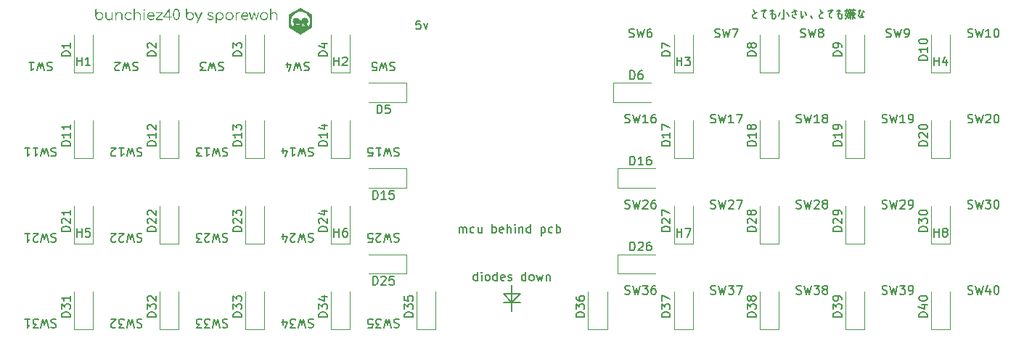
<source format=gbr>
%TF.GenerationSoftware,KiCad,Pcbnew,7.0.8*%
%TF.CreationDate,2023-10-14T21:27:48-05:00*%
%TF.ProjectId,buinchiez40,6275696e-6368-4696-957a-34302e6b6963,rev?*%
%TF.SameCoordinates,Original*%
%TF.FileFunction,Legend,Top*%
%TF.FilePolarity,Positive*%
%FSLAX46Y46*%
G04 Gerber Fmt 4.6, Leading zero omitted, Abs format (unit mm)*
G04 Created by KiCad (PCBNEW 7.0.8) date 2023-10-14 21:27:48*
%MOMM*%
%LPD*%
G01*
G04 APERTURE LIST*
%ADD10C,0.000000*%
%ADD11C,0.150000*%
%ADD12C,0.120000*%
G04 APERTURE END LIST*
D10*
G36*
X121681600Y-55898394D02*
G01*
X121681601Y-57457791D01*
X120331123Y-58237490D01*
X118980647Y-57457792D01*
X118980647Y-56702302D01*
X119207510Y-56702302D01*
X119208536Y-56750716D01*
X119211586Y-56798609D01*
X119216619Y-56845940D01*
X119223593Y-56892667D01*
X119232466Y-56938748D01*
X119243198Y-56984143D01*
X119255747Y-57028809D01*
X119270071Y-57072705D01*
X119286128Y-57115789D01*
X119303878Y-57158021D01*
X119323279Y-57199359D01*
X119344289Y-57239761D01*
X119366867Y-57279185D01*
X119390972Y-57317591D01*
X119416561Y-57354937D01*
X119443594Y-57391181D01*
X119447416Y-57364704D01*
X119452006Y-57338483D01*
X119457352Y-57312529D01*
X119463441Y-57286853D01*
X119470264Y-57261468D01*
X119477806Y-57236385D01*
X119486057Y-57211617D01*
X119495005Y-57187175D01*
X119504637Y-57163071D01*
X119514943Y-57139316D01*
X119525910Y-57115923D01*
X119537526Y-57092904D01*
X119542294Y-57084096D01*
X119815545Y-57084096D01*
X119815598Y-57086218D01*
X119815753Y-57088314D01*
X119816009Y-57090380D01*
X119816363Y-57092414D01*
X119816813Y-57094414D01*
X119817356Y-57096377D01*
X119817990Y-57098301D01*
X119818713Y-57100183D01*
X119819521Y-57102020D01*
X119820412Y-57103811D01*
X119821384Y-57105553D01*
X119822435Y-57107243D01*
X119823561Y-57108879D01*
X119824761Y-57110458D01*
X119826032Y-57111979D01*
X119827372Y-57113437D01*
X119828778Y-57114832D01*
X119830247Y-57116160D01*
X119831777Y-57117420D01*
X119833366Y-57118607D01*
X119835011Y-57119721D01*
X119836710Y-57120759D01*
X119838461Y-57121718D01*
X119840259Y-57122595D01*
X119842105Y-57123389D01*
X119843994Y-57124097D01*
X119845924Y-57124716D01*
X119847894Y-57125243D01*
X119849899Y-57125677D01*
X119851939Y-57126015D01*
X119854010Y-57126254D01*
X119856111Y-57126393D01*
X119856111Y-57126429D01*
X119990473Y-57126429D01*
X119990473Y-57260791D01*
X119990509Y-57260791D01*
X119990647Y-57262891D01*
X119990887Y-57264963D01*
X119991225Y-57267002D01*
X119991659Y-57269008D01*
X119992186Y-57270978D01*
X119992805Y-57272908D01*
X119993513Y-57274797D01*
X119994306Y-57276642D01*
X119995184Y-57278441D01*
X119996143Y-57280192D01*
X119997180Y-57281890D01*
X119998294Y-57283536D01*
X119999482Y-57285125D01*
X120000742Y-57286655D01*
X120002070Y-57288124D01*
X120003465Y-57289530D01*
X120004923Y-57290869D01*
X120006444Y-57292140D01*
X120008023Y-57293340D01*
X120009659Y-57294467D01*
X120011349Y-57295518D01*
X120013091Y-57296490D01*
X120014882Y-57297381D01*
X120016719Y-57298189D01*
X120018601Y-57298911D01*
X120020525Y-57299545D01*
X120022488Y-57300088D01*
X120024488Y-57300538D01*
X120026522Y-57300893D01*
X120028588Y-57301149D01*
X120030684Y-57301304D01*
X120032806Y-57301357D01*
X120034929Y-57301304D01*
X120037024Y-57301149D01*
X120039090Y-57300893D01*
X120041125Y-57300538D01*
X120043125Y-57300088D01*
X120045087Y-57299545D01*
X120047011Y-57298911D01*
X120048893Y-57298189D01*
X120050731Y-57297381D01*
X120052522Y-57296490D01*
X120054263Y-57295518D01*
X120055953Y-57294467D01*
X120057589Y-57293340D01*
X120059168Y-57292140D01*
X120060689Y-57290869D01*
X120062147Y-57289530D01*
X120063542Y-57288124D01*
X120064870Y-57286655D01*
X120066130Y-57285125D01*
X120067318Y-57283536D01*
X120068431Y-57281890D01*
X120069469Y-57280192D01*
X120070428Y-57278441D01*
X120071305Y-57276642D01*
X120072099Y-57274797D01*
X120072807Y-57272908D01*
X120073426Y-57270978D01*
X120073953Y-57269008D01*
X120074387Y-57267002D01*
X120074725Y-57264963D01*
X120074965Y-57262891D01*
X120075103Y-57260791D01*
X120075139Y-57260791D01*
X120075139Y-57208612D01*
X120463430Y-57208612D01*
X120463514Y-57210591D01*
X120463690Y-57212565D01*
X120463958Y-57214530D01*
X120464319Y-57216484D01*
X120464771Y-57218422D01*
X120465315Y-57220341D01*
X120465951Y-57222237D01*
X120466679Y-57224108D01*
X120467499Y-57225949D01*
X120468411Y-57227758D01*
X120469415Y-57229530D01*
X120470511Y-57231262D01*
X120471699Y-57232951D01*
X120472979Y-57234593D01*
X120474351Y-57236185D01*
X120475815Y-57237723D01*
X120477353Y-57239187D01*
X120478944Y-57240559D01*
X120480586Y-57241838D01*
X120482275Y-57243026D01*
X120484008Y-57244122D01*
X120485780Y-57245126D01*
X120487588Y-57246038D01*
X120489430Y-57246858D01*
X120491300Y-57247586D01*
X120493197Y-57248222D01*
X120495116Y-57248767D01*
X120497054Y-57249219D01*
X120499007Y-57249579D01*
X120500973Y-57249847D01*
X120502947Y-57250023D01*
X120504925Y-57250107D01*
X120506905Y-57250100D01*
X120508883Y-57250000D01*
X120510856Y-57249808D01*
X120512820Y-57249525D01*
X120514771Y-57249149D01*
X120516706Y-57248681D01*
X120518621Y-57248122D01*
X120520514Y-57247470D01*
X120522380Y-57246727D01*
X120524216Y-57245891D01*
X120526018Y-57244964D01*
X120527784Y-57243944D01*
X120529509Y-57242833D01*
X120531191Y-57241630D01*
X120532824Y-57240334D01*
X120534407Y-57238947D01*
X120534414Y-57238953D01*
X120534420Y-57238960D01*
X120534433Y-57238973D01*
X120629442Y-57143964D01*
X120723200Y-57237723D01*
X120724450Y-57238973D01*
X120724456Y-57238966D01*
X120724463Y-57238960D01*
X120724469Y-57238953D01*
X120724472Y-57238950D01*
X120724475Y-57238947D01*
X120726058Y-57240334D01*
X120727692Y-57241630D01*
X120729374Y-57242833D01*
X120731099Y-57243944D01*
X120732865Y-57244964D01*
X120734667Y-57245891D01*
X120736503Y-57246727D01*
X120738369Y-57247470D01*
X120740262Y-57248122D01*
X120742178Y-57248681D01*
X120744113Y-57249149D01*
X120746064Y-57249525D01*
X120748027Y-57249808D01*
X120750000Y-57250000D01*
X120751978Y-57250100D01*
X120753958Y-57250107D01*
X120755937Y-57250023D01*
X120757910Y-57249847D01*
X120759876Y-57249579D01*
X120761829Y-57249219D01*
X120763767Y-57248767D01*
X120765686Y-57248222D01*
X120767583Y-57247586D01*
X120769454Y-57246858D01*
X120771295Y-57246038D01*
X120773103Y-57245126D01*
X120774875Y-57244122D01*
X120776608Y-57243026D01*
X120778297Y-57241838D01*
X120779939Y-57240559D01*
X120781530Y-57239187D01*
X120783068Y-57237723D01*
X120784532Y-57236185D01*
X120785904Y-57234593D01*
X120787184Y-57232951D01*
X120788372Y-57231262D01*
X120789468Y-57229530D01*
X120790472Y-57227758D01*
X120791384Y-57225949D01*
X120792204Y-57224108D01*
X120792932Y-57222237D01*
X120793568Y-57220341D01*
X120794112Y-57218422D01*
X120794564Y-57216484D01*
X120794924Y-57214530D01*
X120795193Y-57212565D01*
X120795369Y-57210591D01*
X120795453Y-57208612D01*
X120795445Y-57206632D01*
X120795346Y-57204654D01*
X120795154Y-57202682D01*
X120794870Y-57200718D01*
X120794495Y-57198767D01*
X120794027Y-57196832D01*
X120793468Y-57194917D01*
X120792816Y-57193024D01*
X120792072Y-57191158D01*
X120791237Y-57189322D01*
X120790310Y-57187519D01*
X120789290Y-57185754D01*
X120788179Y-57184028D01*
X120786975Y-57182347D01*
X120785680Y-57180713D01*
X120784293Y-57179130D01*
X120784318Y-57179104D01*
X120783068Y-57177854D01*
X120689310Y-57084096D01*
X120783068Y-56990338D01*
X120784318Y-56989088D01*
X120784312Y-56989081D01*
X120784305Y-56989075D01*
X120784299Y-56989068D01*
X120784293Y-56989062D01*
X120785680Y-56987479D01*
X120786975Y-56985845D01*
X120788179Y-56984164D01*
X120789290Y-56982439D01*
X120790310Y-56980673D01*
X120791237Y-56978870D01*
X120792072Y-56977034D01*
X120792816Y-56975168D01*
X120793468Y-56973276D01*
X120794027Y-56971360D01*
X120794495Y-56969425D01*
X120794870Y-56967474D01*
X120795154Y-56965510D01*
X120795346Y-56963538D01*
X120795445Y-56961560D01*
X120795453Y-56959580D01*
X120795369Y-56957601D01*
X120795193Y-56955627D01*
X120794924Y-56953662D01*
X120794564Y-56951708D01*
X120794112Y-56949771D01*
X120793568Y-56947851D01*
X120792932Y-56945955D01*
X120792204Y-56944084D01*
X120791384Y-56942243D01*
X120790472Y-56940434D01*
X120789468Y-56938662D01*
X120788372Y-56936930D01*
X120787184Y-56935241D01*
X120785904Y-56933599D01*
X120784532Y-56932007D01*
X120783068Y-56930469D01*
X120781530Y-56929005D01*
X120779939Y-56927633D01*
X120778297Y-56926353D01*
X120776608Y-56925166D01*
X120774875Y-56924070D01*
X120773103Y-56923066D01*
X120771295Y-56922154D01*
X120769453Y-56921334D01*
X120767583Y-56920605D01*
X120765686Y-56919969D01*
X120763767Y-56919425D01*
X120761829Y-56918973D01*
X120759876Y-56918613D01*
X120757910Y-56918345D01*
X120755937Y-56918169D01*
X120753958Y-56918084D01*
X120751978Y-56918092D01*
X120750000Y-56918192D01*
X120748027Y-56918383D01*
X120746064Y-56918667D01*
X120744112Y-56919043D01*
X120742177Y-56919510D01*
X120740262Y-56920070D01*
X120738369Y-56920721D01*
X120736503Y-56921465D01*
X120734667Y-56922300D01*
X120732865Y-56923228D01*
X120731099Y-56924247D01*
X120729374Y-56925359D01*
X120727692Y-56926562D01*
X120726058Y-56927857D01*
X120724475Y-56929245D01*
X120724463Y-56929232D01*
X120724459Y-56929229D01*
X120724456Y-56929225D01*
X120724453Y-56929222D01*
X120724449Y-56929219D01*
X120723237Y-56930432D01*
X120723228Y-56930441D01*
X120723219Y-56930451D01*
X120723201Y-56930469D01*
X120629442Y-57024228D01*
X120535683Y-56930469D01*
X120534433Y-56929219D01*
X120534407Y-56929245D01*
X120532824Y-56927857D01*
X120531191Y-56926562D01*
X120529509Y-56925359D01*
X120527784Y-56924247D01*
X120526018Y-56923228D01*
X120524216Y-56922300D01*
X120522380Y-56921465D01*
X120520514Y-56920721D01*
X120518621Y-56920070D01*
X120516706Y-56919510D01*
X120514771Y-56919042D01*
X120512820Y-56918667D01*
X120510856Y-56918383D01*
X120508883Y-56918192D01*
X120506905Y-56918092D01*
X120504925Y-56918084D01*
X120502947Y-56918168D01*
X120500973Y-56918345D01*
X120499007Y-56918613D01*
X120497054Y-56918973D01*
X120495116Y-56919425D01*
X120493197Y-56919969D01*
X120491300Y-56920605D01*
X120489430Y-56921333D01*
X120487588Y-56922153D01*
X120485780Y-56923065D01*
X120484008Y-56924069D01*
X120482275Y-56925165D01*
X120480586Y-56926353D01*
X120478944Y-56927633D01*
X120477353Y-56929005D01*
X120475815Y-56930469D01*
X120474351Y-56932007D01*
X120472979Y-56933599D01*
X120471699Y-56935241D01*
X120470511Y-56936930D01*
X120469415Y-56938662D01*
X120468411Y-56940434D01*
X120467499Y-56942242D01*
X120466679Y-56944084D01*
X120465951Y-56945955D01*
X120465315Y-56947851D01*
X120464771Y-56949770D01*
X120464319Y-56951708D01*
X120463958Y-56953662D01*
X120463690Y-56955627D01*
X120463514Y-56957601D01*
X120463430Y-56959579D01*
X120463438Y-56961560D01*
X120463537Y-56963538D01*
X120463729Y-56965510D01*
X120464013Y-56967474D01*
X120464388Y-56969425D01*
X120464856Y-56971360D01*
X120465415Y-56973275D01*
X120466067Y-56975168D01*
X120466810Y-56977034D01*
X120467646Y-56978870D01*
X120468573Y-56980673D01*
X120469593Y-56982438D01*
X120470704Y-56984164D01*
X120471908Y-56985845D01*
X120473203Y-56987479D01*
X120474590Y-56989062D01*
X120474565Y-56989087D01*
X120475815Y-56990337D01*
X120569573Y-57084096D01*
X120474565Y-57179104D01*
X120474590Y-57179130D01*
X120473203Y-57180713D01*
X120471908Y-57182347D01*
X120470704Y-57184028D01*
X120469593Y-57185754D01*
X120468573Y-57187519D01*
X120467646Y-57189322D01*
X120466810Y-57191158D01*
X120466067Y-57193024D01*
X120465415Y-57194917D01*
X120464856Y-57196832D01*
X120464388Y-57198767D01*
X120464013Y-57200718D01*
X120463729Y-57202682D01*
X120463537Y-57204654D01*
X120463438Y-57206632D01*
X120463430Y-57208612D01*
X120075139Y-57208612D01*
X120075139Y-57126429D01*
X120209502Y-57126429D01*
X120209502Y-57126393D01*
X120211602Y-57126254D01*
X120213673Y-57126015D01*
X120215713Y-57125677D01*
X120217719Y-57125243D01*
X120219688Y-57124716D01*
X120221618Y-57124097D01*
X120223508Y-57123389D01*
X120225353Y-57122595D01*
X120227152Y-57121718D01*
X120228902Y-57120759D01*
X120230601Y-57119721D01*
X120232246Y-57118607D01*
X120233835Y-57117420D01*
X120235365Y-57116160D01*
X120236835Y-57114832D01*
X120238240Y-57113437D01*
X120239580Y-57111979D01*
X120240851Y-57110458D01*
X120242051Y-57108879D01*
X120243177Y-57107243D01*
X120244228Y-57105553D01*
X120245200Y-57103811D01*
X120246092Y-57102020D01*
X120246900Y-57100183D01*
X120247622Y-57098301D01*
X120248256Y-57096377D01*
X120248799Y-57094414D01*
X120249249Y-57092414D01*
X120249603Y-57090380D01*
X120249859Y-57088314D01*
X120250015Y-57086218D01*
X120250067Y-57084096D01*
X120250015Y-57081973D01*
X120249859Y-57079877D01*
X120249603Y-57077811D01*
X120249249Y-57075777D01*
X120248799Y-57073777D01*
X120248256Y-57071814D01*
X120247622Y-57069890D01*
X120246900Y-57068009D01*
X120246092Y-57066171D01*
X120245200Y-57064380D01*
X120244228Y-57062638D01*
X120243177Y-57060948D01*
X120242051Y-57059312D01*
X120240851Y-57057733D01*
X120239580Y-57056213D01*
X120238240Y-57054754D01*
X120236835Y-57053359D01*
X120235365Y-57052031D01*
X120233835Y-57050772D01*
X120232246Y-57049584D01*
X120230601Y-57048470D01*
X120228902Y-57047432D01*
X120227152Y-57046473D01*
X120225353Y-57045596D01*
X120223508Y-57044802D01*
X120221618Y-57044095D01*
X120219688Y-57043476D01*
X120217719Y-57042948D01*
X120215713Y-57042514D01*
X120213673Y-57042176D01*
X120211602Y-57041937D01*
X120209502Y-57041798D01*
X120209502Y-57041763D01*
X120207786Y-57041763D01*
X120075139Y-57041763D01*
X120075139Y-56907400D01*
X120075103Y-56907400D01*
X120074965Y-56905300D01*
X120074726Y-56903229D01*
X120074388Y-56901189D01*
X120073954Y-56899183D01*
X120073426Y-56897214D01*
X120072807Y-56895283D01*
X120072100Y-56893394D01*
X120071306Y-56891549D01*
X120070428Y-56889750D01*
X120069469Y-56888000D01*
X120068432Y-56886301D01*
X120067318Y-56884656D01*
X120066130Y-56883067D01*
X120064871Y-56881536D01*
X120063542Y-56880067D01*
X120062148Y-56878661D01*
X120060689Y-56877322D01*
X120059169Y-56876051D01*
X120057589Y-56874851D01*
X120055953Y-56873724D01*
X120054263Y-56872674D01*
X120052522Y-56871701D01*
X120050731Y-56870810D01*
X120048893Y-56870002D01*
X120047011Y-56869280D01*
X120045088Y-56868646D01*
X120043125Y-56868103D01*
X120041125Y-56867653D01*
X120039090Y-56867298D01*
X120037024Y-56867042D01*
X120034929Y-56866887D01*
X120032806Y-56866835D01*
X120030684Y-56866887D01*
X120028588Y-56867042D01*
X120026522Y-56867298D01*
X120024488Y-56867653D01*
X120022488Y-56868103D01*
X120020525Y-56868646D01*
X120018601Y-56869280D01*
X120016719Y-56870002D01*
X120014882Y-56870810D01*
X120013091Y-56871701D01*
X120011349Y-56872674D01*
X120009659Y-56873724D01*
X120008023Y-56874851D01*
X120006444Y-56876051D01*
X120004923Y-56877322D01*
X120003465Y-56878661D01*
X120002070Y-56880067D01*
X120000742Y-56881536D01*
X119999482Y-56883067D01*
X119998294Y-56884656D01*
X119997180Y-56886301D01*
X119996143Y-56888000D01*
X119995184Y-56889750D01*
X119994306Y-56891549D01*
X119993513Y-56893394D01*
X119992805Y-56895283D01*
X119992186Y-56897214D01*
X119991659Y-56899183D01*
X119991225Y-56901189D01*
X119990887Y-56903229D01*
X119990647Y-56905300D01*
X119990509Y-56907400D01*
X119990473Y-56907400D01*
X119990473Y-57041763D01*
X119856111Y-57041763D01*
X119856111Y-57041799D01*
X119854010Y-57041937D01*
X119851939Y-57042177D01*
X119849899Y-57042514D01*
X119847893Y-57042948D01*
X119845924Y-57043476D01*
X119843994Y-57044095D01*
X119842105Y-57044803D01*
X119840259Y-57045596D01*
X119838460Y-57046474D01*
X119836710Y-57047433D01*
X119835011Y-57048470D01*
X119833366Y-57049584D01*
X119831777Y-57050772D01*
X119830247Y-57052031D01*
X119828778Y-57053360D01*
X119827372Y-57054754D01*
X119826032Y-57056213D01*
X119824761Y-57057733D01*
X119823561Y-57059313D01*
X119822435Y-57060948D01*
X119821384Y-57062639D01*
X119820412Y-57064380D01*
X119819521Y-57066171D01*
X119818713Y-57068009D01*
X119817990Y-57069891D01*
X119817356Y-57071814D01*
X119816813Y-57073777D01*
X119816363Y-57075777D01*
X119816009Y-57077811D01*
X119815753Y-57079878D01*
X119815598Y-57081973D01*
X119815545Y-57084096D01*
X119542294Y-57084096D01*
X119549779Y-57070270D01*
X119562658Y-57048033D01*
X119576152Y-57026205D01*
X119590246Y-57004798D01*
X119572429Y-56990568D01*
X119555457Y-56975369D01*
X119539374Y-56959241D01*
X119524220Y-56942227D01*
X119510039Y-56924370D01*
X119496871Y-56905709D01*
X119484759Y-56886288D01*
X119473744Y-56866149D01*
X119463868Y-56845332D01*
X119455173Y-56823881D01*
X119447701Y-56801836D01*
X119441494Y-56779240D01*
X119436593Y-56756134D01*
X119433041Y-56732560D01*
X119430879Y-56708561D01*
X119430149Y-56684178D01*
X119430148Y-56684178D01*
X119430671Y-56663544D01*
X119432221Y-56643179D01*
X119434774Y-56623109D01*
X119438304Y-56603360D01*
X119442786Y-56583956D01*
X119448194Y-56564923D01*
X119454505Y-56546286D01*
X119461691Y-56528070D01*
X119469728Y-56510301D01*
X119478591Y-56493004D01*
X119488255Y-56476204D01*
X119498693Y-56459926D01*
X119509882Y-56444196D01*
X119521795Y-56429040D01*
X119534407Y-56414481D01*
X119547693Y-56400546D01*
X119561629Y-56387259D01*
X119576187Y-56374647D01*
X119591344Y-56362734D01*
X119607074Y-56351546D01*
X119623352Y-56341107D01*
X119640152Y-56331444D01*
X119657449Y-56322581D01*
X119675218Y-56314543D01*
X119693433Y-56307357D01*
X119712070Y-56301047D01*
X119731103Y-56295638D01*
X119750507Y-56291156D01*
X119770257Y-56287626D01*
X119790327Y-56285073D01*
X119810691Y-56283523D01*
X119831326Y-56283001D01*
X119849866Y-56283422D01*
X119868191Y-56284675D01*
X119886282Y-56286739D01*
X119904121Y-56289598D01*
X119921689Y-56293233D01*
X119938969Y-56297625D01*
X119955943Y-56302757D01*
X119972591Y-56308610D01*
X119988895Y-56315165D01*
X120004838Y-56322405D01*
X120020401Y-56330311D01*
X120035566Y-56338865D01*
X120050314Y-56348048D01*
X120064627Y-56357843D01*
X120078486Y-56368230D01*
X120091875Y-56379192D01*
X120104773Y-56390711D01*
X120117163Y-56402767D01*
X120129027Y-56415344D01*
X120140346Y-56428422D01*
X120151103Y-56441983D01*
X120161278Y-56456009D01*
X120170853Y-56470481D01*
X120179810Y-56485382D01*
X120188132Y-56500693D01*
X120195799Y-56516395D01*
X120202793Y-56532471D01*
X120209096Y-56548902D01*
X120214690Y-56565670D01*
X120219556Y-56582757D01*
X120223676Y-56600144D01*
X120227032Y-56617812D01*
X120239865Y-56616417D01*
X120252752Y-56615204D01*
X120265691Y-56614174D01*
X120278681Y-56613328D01*
X120291721Y-56612668D01*
X120304809Y-56612195D01*
X120317943Y-56611910D01*
X120331124Y-56611815D01*
X120343415Y-56611897D01*
X120355666Y-56612145D01*
X120367876Y-56612557D01*
X120380045Y-56613131D01*
X120392171Y-56613867D01*
X120404253Y-56614764D01*
X120416291Y-56615821D01*
X120428282Y-56617036D01*
X120431440Y-56599123D01*
X120435382Y-56581492D01*
X120440088Y-56564161D01*
X120445541Y-56547151D01*
X120451722Y-56530478D01*
X120458611Y-56514163D01*
X120466190Y-56498223D01*
X120474439Y-56482678D01*
X120483341Y-56467547D01*
X120492877Y-56452848D01*
X120503027Y-56438600D01*
X120513773Y-56424822D01*
X120525096Y-56411533D01*
X120536977Y-56398751D01*
X120549397Y-56386496D01*
X120562338Y-56374785D01*
X120575780Y-56363639D01*
X120589706Y-56353076D01*
X120604095Y-56343114D01*
X120618930Y-56333773D01*
X120634192Y-56325071D01*
X120649861Y-56317027D01*
X120665919Y-56309659D01*
X120682347Y-56302988D01*
X120699126Y-56297031D01*
X120716238Y-56291807D01*
X120733663Y-56287335D01*
X120751384Y-56283634D01*
X120769380Y-56280723D01*
X120787633Y-56278620D01*
X120806125Y-56277344D01*
X120824837Y-56276915D01*
X120845471Y-56277437D01*
X120865836Y-56278988D01*
X120885906Y-56281540D01*
X120905655Y-56285070D01*
X120925059Y-56289552D01*
X120944092Y-56294961D01*
X120962729Y-56301271D01*
X120980945Y-56308458D01*
X120998714Y-56316495D01*
X121016011Y-56325358D01*
X121032811Y-56335021D01*
X121049088Y-56345460D01*
X121064818Y-56356648D01*
X121079975Y-56368561D01*
X121094534Y-56381174D01*
X121108469Y-56394460D01*
X121121755Y-56408395D01*
X121134368Y-56422954D01*
X121146281Y-56438111D01*
X121157469Y-56453840D01*
X121167907Y-56470118D01*
X121177571Y-56486918D01*
X121186434Y-56504215D01*
X121194471Y-56521984D01*
X121201658Y-56540200D01*
X121207968Y-56558837D01*
X121213377Y-56577870D01*
X121217859Y-56597274D01*
X121221389Y-56617023D01*
X121223941Y-56637093D01*
X121225492Y-56657458D01*
X121226014Y-56678092D01*
X121225290Y-56702371D01*
X121223146Y-56726269D01*
X121219624Y-56749746D01*
X121214765Y-56772759D01*
X121208609Y-56795268D01*
X121201199Y-56817231D01*
X121192575Y-56838607D01*
X121182779Y-56859355D01*
X121171853Y-56879433D01*
X121159837Y-56898801D01*
X121146772Y-56917416D01*
X121132701Y-56935237D01*
X121117664Y-56952224D01*
X121101703Y-56968334D01*
X121084859Y-56983527D01*
X121067174Y-56997762D01*
X121081758Y-57019473D01*
X121095719Y-57041627D01*
X121109043Y-57064211D01*
X121121720Y-57087212D01*
X121133734Y-57110618D01*
X121145075Y-57134415D01*
X121155730Y-57158592D01*
X121165686Y-57183136D01*
X121174930Y-57208034D01*
X121183449Y-57233274D01*
X121191232Y-57258843D01*
X121198266Y-57284728D01*
X121204537Y-57310917D01*
X121210034Y-57337397D01*
X121214744Y-57364156D01*
X121218654Y-57391181D01*
X121245687Y-57354937D01*
X121271276Y-57317592D01*
X121295381Y-57279186D01*
X121317959Y-57239761D01*
X121338969Y-57199359D01*
X121358370Y-57158022D01*
X121376120Y-57115790D01*
X121392177Y-57072705D01*
X121406501Y-57028809D01*
X121419050Y-56984143D01*
X121429782Y-56938748D01*
X121438655Y-56892667D01*
X121445629Y-56845940D01*
X121450662Y-56798609D01*
X121453712Y-56750716D01*
X121454738Y-56702302D01*
X121453275Y-56644509D01*
X121448933Y-56587472D01*
X121441784Y-56531261D01*
X121431897Y-56475946D01*
X121419344Y-56421600D01*
X121404195Y-56368292D01*
X121386521Y-56316094D01*
X121366394Y-56265076D01*
X121343883Y-56215308D01*
X121319059Y-56166863D01*
X121291994Y-56119809D01*
X121262758Y-56074219D01*
X121231421Y-56030163D01*
X121198056Y-55987712D01*
X121162731Y-55946936D01*
X121125519Y-55907907D01*
X121086490Y-55870695D01*
X121045714Y-55835370D01*
X121003263Y-55802005D01*
X120959207Y-55770668D01*
X120913616Y-55741432D01*
X120866563Y-55714367D01*
X120818118Y-55689543D01*
X120768350Y-55667032D01*
X120717332Y-55646905D01*
X120665134Y-55629231D01*
X120611826Y-55614082D01*
X120557479Y-55601529D01*
X120502165Y-55591643D01*
X120445954Y-55584493D01*
X120388917Y-55580151D01*
X120331124Y-55578688D01*
X120273331Y-55580151D01*
X120216294Y-55584493D01*
X120160083Y-55591643D01*
X120104769Y-55601529D01*
X120050422Y-55614082D01*
X119997115Y-55629231D01*
X119944916Y-55646905D01*
X119893898Y-55667032D01*
X119844131Y-55689543D01*
X119795685Y-55714367D01*
X119748632Y-55741432D01*
X119703042Y-55770668D01*
X119658986Y-55802005D01*
X119616534Y-55835370D01*
X119575759Y-55870695D01*
X119536729Y-55907907D01*
X119499517Y-55946936D01*
X119464192Y-55987712D01*
X119430827Y-56030163D01*
X119399490Y-56074219D01*
X119370254Y-56119809D01*
X119343189Y-56166863D01*
X119318365Y-56215308D01*
X119295854Y-56265076D01*
X119275727Y-56316094D01*
X119258053Y-56368292D01*
X119242904Y-56421600D01*
X119230351Y-56475946D01*
X119220464Y-56531261D01*
X119213315Y-56587472D01*
X119208973Y-56644509D01*
X119207510Y-56702302D01*
X118980647Y-56702302D01*
X118980646Y-55898394D01*
X120331124Y-55118696D01*
X121681600Y-55898394D01*
G37*
D11*
X173562969Y-55607914D02*
X173182017Y-55893628D01*
X173182017Y-55893628D02*
X173086779Y-55988866D01*
X173086779Y-55988866D02*
X173086779Y-56179342D01*
X173086779Y-56179342D02*
X173182017Y-56322200D01*
X173182017Y-56322200D02*
X173562969Y-56322200D01*
X173182017Y-55274580D02*
X173229636Y-55512676D01*
X173229636Y-55512676D02*
X173324874Y-55750771D01*
X174086779Y-55512676D02*
X174705826Y-55417438D01*
X174610588Y-55465057D02*
X174420112Y-55607914D01*
X174420112Y-55607914D02*
X174324874Y-55846009D01*
X174324874Y-55846009D02*
X174324874Y-56131723D01*
X174324874Y-56131723D02*
X174420112Y-56274580D01*
X174420112Y-56274580D02*
X174562969Y-56322200D01*
X175372493Y-55274580D02*
X175324874Y-56131723D01*
X175324874Y-56131723D02*
X175372493Y-56322200D01*
X175372493Y-56322200D02*
X175467731Y-56369819D01*
X175467731Y-56369819D02*
X175610588Y-56369819D01*
X175610588Y-56369819D02*
X175705826Y-56322200D01*
X175705826Y-56322200D02*
X175753445Y-56131723D01*
X175753445Y-56131723D02*
X175705826Y-55846009D01*
X175134398Y-55512676D02*
X175515350Y-55512676D01*
X175182017Y-55798390D02*
X175515350Y-55798390D01*
X176420112Y-56369819D02*
X176705826Y-56369819D01*
X176705826Y-55274580D02*
X176705826Y-56369819D01*
X177086779Y-55607914D02*
X177324874Y-56084104D01*
X176324874Y-55655533D02*
X176134398Y-56084104D01*
X177658207Y-55607914D02*
X178229635Y-55512676D01*
X177896302Y-55322200D02*
X178182016Y-55941247D01*
X178182016Y-55941247D02*
X177991540Y-55893628D01*
X177753445Y-55941247D02*
X177753445Y-56131723D01*
X177753445Y-56131723D02*
X177848683Y-56274580D01*
X177848683Y-56274580D02*
X178086778Y-56322200D01*
X179182016Y-55560295D02*
X179277254Y-55750771D01*
X179277254Y-55750771D02*
X179324873Y-55988866D01*
X178705826Y-55465057D02*
X178705826Y-55798390D01*
X178705826Y-55798390D02*
X178753445Y-56036485D01*
X178753445Y-56036485D02*
X178848683Y-56322200D01*
X178848683Y-56322200D02*
X178991540Y-56036485D01*
X179801064Y-56084104D02*
X179991540Y-56322200D01*
X181324873Y-55607914D02*
X180943921Y-55893628D01*
X180943921Y-55893628D02*
X180848683Y-55988866D01*
X180848683Y-55988866D02*
X180848683Y-56179342D01*
X180848683Y-56179342D02*
X180943921Y-56322200D01*
X180943921Y-56322200D02*
X181324873Y-56322200D01*
X180943921Y-55274580D02*
X180991540Y-55512676D01*
X180991540Y-55512676D02*
X181086778Y-55750771D01*
X181848683Y-55512676D02*
X182467730Y-55417438D01*
X182372492Y-55465057D02*
X182182016Y-55607914D01*
X182182016Y-55607914D02*
X182086778Y-55846009D01*
X182086778Y-55846009D02*
X182086778Y-56131723D01*
X182086778Y-56131723D02*
X182182016Y-56274580D01*
X182182016Y-56274580D02*
X182324873Y-56322200D01*
X183134397Y-55274580D02*
X183086778Y-56131723D01*
X183086778Y-56131723D02*
X183134397Y-56322200D01*
X183134397Y-56322200D02*
X183229635Y-56369819D01*
X183229635Y-56369819D02*
X183372492Y-56369819D01*
X183372492Y-56369819D02*
X183467730Y-56322200D01*
X183467730Y-56322200D02*
X183515349Y-56131723D01*
X183515349Y-56131723D02*
X183467730Y-55846009D01*
X182896302Y-55512676D02*
X183277254Y-55512676D01*
X182943921Y-55798390D02*
X183277254Y-55798390D01*
X184277254Y-55417438D02*
X185086778Y-55417438D01*
X184277254Y-55798390D02*
X185086778Y-55798390D01*
X184324873Y-55988866D02*
X184943921Y-55988866D01*
X184515349Y-55417438D02*
X184515349Y-56369819D01*
X184753445Y-55417438D02*
X184753445Y-56369819D01*
X184324873Y-55607914D02*
X184943921Y-55607914D01*
X184943921Y-55607914D02*
X184943921Y-55988866D01*
X184753445Y-55988866D02*
X185039159Y-56322200D01*
X184515349Y-55988866D02*
X184229635Y-56322200D01*
X184848683Y-55226961D02*
X184801064Y-55369819D01*
X184420111Y-55226961D02*
X184467730Y-55369819D01*
X184039159Y-55226961D02*
X183896302Y-55988866D01*
X183896302Y-55988866D02*
X184277254Y-56226961D01*
X183848683Y-55512676D02*
X184277254Y-55512676D01*
X184229635Y-55512676D02*
X184134397Y-56036485D01*
X184134397Y-56036485D02*
X183896302Y-56369819D01*
X185420111Y-55512676D02*
X185705825Y-55512676D01*
X185610587Y-55274580D02*
X185420111Y-56084104D01*
X185943920Y-55465057D02*
X186086777Y-55655533D01*
X185848682Y-55655533D02*
X185848682Y-56226961D01*
X185848682Y-56226961D02*
X185753444Y-56274580D01*
X185753444Y-56274580D02*
X185610587Y-56226961D01*
X185610587Y-56226961D02*
X185610587Y-56036485D01*
X185610587Y-56036485D02*
X185753444Y-55988866D01*
X185753444Y-55988866D02*
X186039158Y-56226961D01*
G36*
X96478627Y-55234685D02*
G01*
X96491075Y-55237758D01*
X96502130Y-55243065D01*
X96511793Y-55250608D01*
X96512903Y-55251708D01*
X96520596Y-55261288D01*
X96526092Y-55272444D01*
X96529389Y-55285175D01*
X96530471Y-55297607D01*
X96530488Y-55299482D01*
X96530488Y-55793341D01*
X96537553Y-55783607D01*
X96544900Y-55774116D01*
X96552528Y-55764867D01*
X96560438Y-55755862D01*
X96568630Y-55747099D01*
X96577103Y-55738578D01*
X96585858Y-55730301D01*
X96594895Y-55722266D01*
X96604213Y-55714474D01*
X96613813Y-55706925D01*
X96623694Y-55699618D01*
X96633858Y-55692554D01*
X96644302Y-55685733D01*
X96655029Y-55679154D01*
X96666037Y-55672818D01*
X96677327Y-55666725D01*
X96688875Y-55660905D01*
X96700586Y-55655460D01*
X96712460Y-55650390D01*
X96724496Y-55645696D01*
X96736695Y-55641377D01*
X96749056Y-55637434D01*
X96761580Y-55633867D01*
X96774267Y-55630675D01*
X96787116Y-55627859D01*
X96800128Y-55625418D01*
X96813302Y-55623352D01*
X96826639Y-55621662D01*
X96840138Y-55620348D01*
X96853800Y-55619409D01*
X96867624Y-55618846D01*
X96881612Y-55618658D01*
X96897698Y-55618898D01*
X96913572Y-55619615D01*
X96929233Y-55620812D01*
X96944681Y-55622487D01*
X96959916Y-55624640D01*
X96974938Y-55627272D01*
X96989747Y-55630383D01*
X97004344Y-55633972D01*
X97018727Y-55638040D01*
X97032897Y-55642586D01*
X97046854Y-55647611D01*
X97060599Y-55653115D01*
X97074130Y-55659097D01*
X97087449Y-55665557D01*
X97100554Y-55672497D01*
X97113447Y-55679914D01*
X97126101Y-55687747D01*
X97138419Y-55695929D01*
X97150400Y-55704462D01*
X97162045Y-55713345D01*
X97173353Y-55722579D01*
X97184325Y-55732162D01*
X97194959Y-55742097D01*
X97205258Y-55752381D01*
X97215219Y-55763016D01*
X97224844Y-55774001D01*
X97234133Y-55785337D01*
X97243085Y-55797023D01*
X97251700Y-55809059D01*
X97259979Y-55821445D01*
X97267921Y-55834182D01*
X97275526Y-55847270D01*
X97282767Y-55860599D01*
X97289540Y-55874138D01*
X97295846Y-55887884D01*
X97301685Y-55901840D01*
X97307057Y-55916003D01*
X97311961Y-55930375D01*
X97316399Y-55944955D01*
X97320369Y-55959743D01*
X97323873Y-55974740D01*
X97326909Y-55989946D01*
X97329478Y-56005359D01*
X97331580Y-56020981D01*
X97333215Y-56036812D01*
X97334383Y-56052850D01*
X97335083Y-56069097D01*
X97335317Y-56085553D01*
X97335077Y-56102257D01*
X97334355Y-56118736D01*
X97333153Y-56134991D01*
X97331470Y-56151022D01*
X97329306Y-56166829D01*
X97326662Y-56182410D01*
X97323536Y-56197768D01*
X97319930Y-56212901D01*
X97315842Y-56227810D01*
X97311274Y-56242494D01*
X97306225Y-56256954D01*
X97300696Y-56271190D01*
X97294685Y-56285201D01*
X97288193Y-56298988D01*
X97281221Y-56312550D01*
X97273768Y-56325888D01*
X97265937Y-56338941D01*
X97257758Y-56351648D01*
X97249231Y-56364009D01*
X97240355Y-56376025D01*
X97231132Y-56387695D01*
X97221561Y-56399019D01*
X97211642Y-56409997D01*
X97201374Y-56420630D01*
X97190759Y-56430916D01*
X97179795Y-56440858D01*
X97168484Y-56450453D01*
X97156824Y-56459702D01*
X97144817Y-56468606D01*
X97132461Y-56477164D01*
X97119757Y-56485377D01*
X97106706Y-56493243D01*
X97093369Y-56500661D01*
X97079810Y-56507600D01*
X97066029Y-56514061D01*
X97052026Y-56520043D01*
X97037801Y-56525546D01*
X97023353Y-56530571D01*
X97008684Y-56535117D01*
X96993792Y-56539185D01*
X96978679Y-56542774D01*
X96963343Y-56545885D01*
X96947785Y-56548517D01*
X96932005Y-56550671D01*
X96916003Y-56552346D01*
X96899779Y-56553542D01*
X96883332Y-56554260D01*
X96866664Y-56554499D01*
X96850388Y-56554263D01*
X96834314Y-56553556D01*
X96818441Y-56552377D01*
X96802770Y-56550726D01*
X96787300Y-56548603D01*
X96772032Y-56546009D01*
X96756965Y-56542943D01*
X96742100Y-56539405D01*
X96727436Y-56535396D01*
X96712974Y-56530914D01*
X96698713Y-56525962D01*
X96684654Y-56520537D01*
X96670796Y-56514641D01*
X96657140Y-56508273D01*
X96643685Y-56501434D01*
X96630432Y-56494122D01*
X96617487Y-56486366D01*
X96604883Y-56478263D01*
X96592620Y-56469815D01*
X96580698Y-56461021D01*
X96569118Y-56451882D01*
X96557878Y-56442396D01*
X96546980Y-56432565D01*
X96536423Y-56422388D01*
X96526207Y-56411866D01*
X96516333Y-56400997D01*
X96506799Y-56389783D01*
X96497607Y-56378223D01*
X96488756Y-56366317D01*
X96480246Y-56354066D01*
X96472077Y-56341469D01*
X96464249Y-56328526D01*
X96456825Y-56315272D01*
X96449865Y-56301818D01*
X96443370Y-56288161D01*
X96437340Y-56274304D01*
X96431775Y-56260245D01*
X96426674Y-56245984D01*
X96422038Y-56231522D01*
X96417868Y-56216858D01*
X96414162Y-56201993D01*
X96410920Y-56186926D01*
X96408144Y-56171658D01*
X96405833Y-56156188D01*
X96403986Y-56140517D01*
X96402604Y-56124644D01*
X96401687Y-56108570D01*
X96401235Y-56092294D01*
X96401235Y-56085553D01*
X96529023Y-56085553D01*
X96529193Y-56098071D01*
X96529705Y-56110420D01*
X96530558Y-56122599D01*
X96531752Y-56134609D01*
X96533287Y-56146449D01*
X96535164Y-56158120D01*
X96538618Y-56175309D01*
X96542840Y-56192117D01*
X96547830Y-56208543D01*
X96553587Y-56224588D01*
X96560112Y-56240252D01*
X96567405Y-56255534D01*
X96572693Y-56265511D01*
X96581175Y-56280008D01*
X96590244Y-56293933D01*
X96599901Y-56307286D01*
X96610145Y-56320067D01*
X96620976Y-56332277D01*
X96632394Y-56343914D01*
X96644400Y-56354980D01*
X96656994Y-56365474D01*
X96670174Y-56375395D01*
X96683942Y-56384745D01*
X96693447Y-56390661D01*
X96708117Y-56398884D01*
X96723112Y-56406299D01*
X96738431Y-56412905D01*
X96754076Y-56418702D01*
X96770044Y-56423690D01*
X96786337Y-56427869D01*
X96802955Y-56431239D01*
X96819897Y-56433800D01*
X96837164Y-56435553D01*
X96854756Y-56436497D01*
X96866664Y-56436676D01*
X96878748Y-56436497D01*
X96890674Y-56435957D01*
X96902443Y-56435059D01*
X96919799Y-56433037D01*
X96936800Y-56430205D01*
X96953445Y-56426566D01*
X96969735Y-56422117D01*
X96985669Y-56416859D01*
X97001248Y-56410793D01*
X97016471Y-56403917D01*
X97031339Y-56396233D01*
X97041053Y-56390661D01*
X97055273Y-56381692D01*
X97068915Y-56372152D01*
X97081981Y-56362039D01*
X97094469Y-56351355D01*
X97106381Y-56340098D01*
X97117715Y-56328270D01*
X97128472Y-56315870D01*
X97138653Y-56302898D01*
X97148256Y-56289355D01*
X97157282Y-56275239D01*
X97162979Y-56265511D01*
X97170941Y-56250483D01*
X97178119Y-56235073D01*
X97184515Y-56219282D01*
X97190127Y-56203110D01*
X97194956Y-56186557D01*
X97199002Y-56169622D01*
X97202265Y-56152306D01*
X97204005Y-56140550D01*
X97205397Y-56128625D01*
X97206442Y-56116531D01*
X97207138Y-56104267D01*
X97207486Y-56091833D01*
X97207529Y-56085553D01*
X97207355Y-56073245D01*
X97206833Y-56061089D01*
X97205963Y-56049084D01*
X97204745Y-56037229D01*
X97203179Y-56025526D01*
X97200177Y-56008255D01*
X97196392Y-55991324D01*
X97191824Y-55974733D01*
X97186472Y-55958482D01*
X97180338Y-55942571D01*
X97173421Y-55927000D01*
X97165720Y-55911769D01*
X97162979Y-55906767D01*
X97154338Y-55892121D01*
X97145119Y-55878077D01*
X97135323Y-55864637D01*
X97124951Y-55851799D01*
X97114001Y-55839564D01*
X97102474Y-55827931D01*
X97090370Y-55816902D01*
X97077690Y-55806475D01*
X97064432Y-55796651D01*
X97050597Y-55787430D01*
X97041053Y-55781617D01*
X97026422Y-55773498D01*
X97011436Y-55766178D01*
X96996094Y-55759657D01*
X96980397Y-55753934D01*
X96964344Y-55749009D01*
X96947936Y-55744883D01*
X96931172Y-55741556D01*
X96914053Y-55739027D01*
X96896578Y-55737297D01*
X96884731Y-55736587D01*
X96872726Y-55736232D01*
X96866664Y-55736188D01*
X96854756Y-55736365D01*
X96842992Y-55736898D01*
X96825617Y-55738362D01*
X96808566Y-55740624D01*
X96791841Y-55743686D01*
X96775439Y-55747545D01*
X96759362Y-55752203D01*
X96743610Y-55757660D01*
X96728182Y-55763916D01*
X96713079Y-55770970D01*
X96698301Y-55778822D01*
X96693447Y-55781617D01*
X96679287Y-55790436D01*
X96665715Y-55799859D01*
X96652731Y-55809884D01*
X96640333Y-55820511D01*
X96628523Y-55831742D01*
X96617300Y-55843575D01*
X96606665Y-55856011D01*
X96596617Y-55869050D01*
X96587156Y-55882692D01*
X96578282Y-55896936D01*
X96572693Y-55906767D01*
X96564889Y-55921885D01*
X96557852Y-55937343D01*
X96551583Y-55953140D01*
X96546081Y-55969278D01*
X96541348Y-55985756D01*
X96537381Y-56002574D01*
X96534183Y-56019732D01*
X96532477Y-56031359D01*
X96531112Y-56043138D01*
X96530089Y-56055067D01*
X96529406Y-56067148D01*
X96529065Y-56079380D01*
X96529023Y-56085553D01*
X96401235Y-56085553D01*
X96401235Y-55299482D01*
X96402076Y-55286877D01*
X96405099Y-55273949D01*
X96410319Y-55262597D01*
X96417738Y-55252819D01*
X96418820Y-55251708D01*
X96428401Y-55243886D01*
X96439556Y-55238299D01*
X96452288Y-55234947D01*
X96464720Y-55233847D01*
X96466594Y-55233829D01*
X96478627Y-55234685D01*
G37*
G36*
X97988618Y-56555965D02*
G01*
X97973805Y-56555771D01*
X97959190Y-56555191D01*
X97944771Y-56554223D01*
X97930549Y-56552869D01*
X97916524Y-56551127D01*
X97902696Y-56548999D01*
X97889065Y-56546484D01*
X97875631Y-56543581D01*
X97862394Y-56540292D01*
X97849354Y-56536616D01*
X97836510Y-56532553D01*
X97823864Y-56528103D01*
X97811414Y-56523265D01*
X97799162Y-56518041D01*
X97787106Y-56512430D01*
X97775247Y-56506432D01*
X97763641Y-56500061D01*
X97752345Y-56493330D01*
X97741357Y-56486240D01*
X97730679Y-56478790D01*
X97720310Y-56470981D01*
X97710250Y-56462812D01*
X97700499Y-56454284D01*
X97691057Y-56445396D01*
X97681924Y-56436149D01*
X97673100Y-56426542D01*
X97664586Y-56416576D01*
X97656380Y-56406250D01*
X97648484Y-56395565D01*
X97640897Y-56384520D01*
X97633619Y-56373116D01*
X97626650Y-56361352D01*
X97620048Y-56349208D01*
X97613873Y-56336737D01*
X97608123Y-56323938D01*
X97602800Y-56310812D01*
X97597902Y-56297358D01*
X97593430Y-56283577D01*
X97589384Y-56269469D01*
X97585764Y-56255033D01*
X97582569Y-56240270D01*
X97579801Y-56225179D01*
X97577459Y-56209761D01*
X97575542Y-56194015D01*
X97574051Y-56177942D01*
X97572987Y-56161541D01*
X97572348Y-56144813D01*
X97572135Y-56127758D01*
X97572135Y-55690759D01*
X97573289Y-55677936D01*
X97576751Y-55666139D01*
X97582521Y-55655368D01*
X97590600Y-55645623D01*
X97600345Y-55637544D01*
X97611116Y-55631774D01*
X97622913Y-55628312D01*
X97635736Y-55627158D01*
X97647811Y-55628041D01*
X97660409Y-55631215D01*
X97671726Y-55636697D01*
X97681759Y-55644487D01*
X97682923Y-55645623D01*
X97691002Y-55655368D01*
X97696772Y-55666139D01*
X97700234Y-55677936D01*
X97701388Y-55690759D01*
X97701388Y-56127758D01*
X97701542Y-56140621D01*
X97702002Y-56153197D01*
X97702769Y-56165488D01*
X97703843Y-56177492D01*
X97705224Y-56189210D01*
X97707870Y-56206250D01*
X97711207Y-56222646D01*
X97715234Y-56238399D01*
X97719951Y-56253507D01*
X97725359Y-56267971D01*
X97731458Y-56281791D01*
X97738246Y-56294968D01*
X97740662Y-56299217D01*
X97748331Y-56311507D01*
X97756500Y-56323211D01*
X97765168Y-56334327D01*
X97774336Y-56344856D01*
X97784004Y-56354798D01*
X97794171Y-56364152D01*
X97804838Y-56372919D01*
X97816005Y-56381099D01*
X97827672Y-56388691D01*
X97839838Y-56395696D01*
X97848227Y-56400040D01*
X97861183Y-56406011D01*
X97874444Y-56411395D01*
X97888008Y-56416191D01*
X97901876Y-56420401D01*
X97916049Y-56424023D01*
X97930525Y-56427057D01*
X97945305Y-56429504D01*
X97960389Y-56431364D01*
X97975778Y-56432637D01*
X97991470Y-56433322D01*
X98002100Y-56433452D01*
X98017401Y-56433172D01*
X98032418Y-56432329D01*
X98047152Y-56430925D01*
X98061602Y-56428960D01*
X98075769Y-56426433D01*
X98089653Y-56423344D01*
X98103253Y-56419694D01*
X98116571Y-56415482D01*
X98129604Y-56410709D01*
X98142355Y-56405374D01*
X98150697Y-56401505D01*
X98162925Y-56395309D01*
X98174658Y-56388701D01*
X98185896Y-56381681D01*
X98196639Y-56374248D01*
X98206888Y-56366403D01*
X98216643Y-56358146D01*
X98225903Y-56349477D01*
X98234668Y-56340396D01*
X98242939Y-56330902D01*
X98250715Y-56320997D01*
X98255624Y-56314164D01*
X98262538Y-56303644D01*
X98268772Y-56292856D01*
X98274326Y-56281799D01*
X98279200Y-56270475D01*
X98283393Y-56258883D01*
X98286907Y-56247023D01*
X98289741Y-56234896D01*
X98291894Y-56222500D01*
X98293368Y-56209836D01*
X98294161Y-56196905D01*
X98294312Y-56188135D01*
X98386929Y-56188135D01*
X98386083Y-56201272D01*
X98384864Y-56214234D01*
X98383271Y-56227019D01*
X98381305Y-56239627D01*
X98378966Y-56252060D01*
X98376254Y-56264316D01*
X98373169Y-56276395D01*
X98369710Y-56288299D01*
X98365878Y-56300026D01*
X98361673Y-56311577D01*
X98357094Y-56322951D01*
X98352143Y-56334149D01*
X98346818Y-56345171D01*
X98341120Y-56356017D01*
X98335048Y-56366686D01*
X98328604Y-56377179D01*
X98321867Y-56387445D01*
X98314847Y-56397434D01*
X98307542Y-56407146D01*
X98299954Y-56416581D01*
X98292082Y-56425739D01*
X98283926Y-56434620D01*
X98275486Y-56443224D01*
X98266762Y-56451551D01*
X98257754Y-56459601D01*
X98248462Y-56467373D01*
X98238886Y-56474869D01*
X98229026Y-56482087D01*
X98218882Y-56489029D01*
X98208455Y-56495693D01*
X98197743Y-56502080D01*
X98186748Y-56508191D01*
X98175567Y-56513976D01*
X98164225Y-56519388D01*
X98152724Y-56524426D01*
X98141062Y-56529092D01*
X98129240Y-56533384D01*
X98117257Y-56537303D01*
X98105115Y-56540849D01*
X98092812Y-56544021D01*
X98080349Y-56546820D01*
X98067725Y-56549246D01*
X98054941Y-56551299D01*
X98041997Y-56552979D01*
X98028893Y-56554285D01*
X98015628Y-56555218D01*
X98002203Y-56555778D01*
X97988618Y-56555965D01*
G37*
G36*
X98358206Y-56546000D02*
G01*
X98346273Y-56545158D01*
X98333871Y-56542136D01*
X98322789Y-56536915D01*
X98313025Y-56529496D01*
X98311898Y-56528414D01*
X98304204Y-56518815D01*
X98298709Y-56507605D01*
X98295411Y-56494782D01*
X98294329Y-56482240D01*
X98294312Y-56480347D01*
X98294312Y-55690759D01*
X98295154Y-55678840D01*
X98298176Y-55666489D01*
X98303397Y-55655493D01*
X98310816Y-55645853D01*
X98311898Y-55644743D01*
X98321496Y-55637050D01*
X98332414Y-55631554D01*
X98344651Y-55628257D01*
X98356439Y-55627175D01*
X98358206Y-55627158D01*
X98370281Y-55627999D01*
X98382880Y-55631022D01*
X98394196Y-55636243D01*
X98404230Y-55643661D01*
X98405394Y-55644743D01*
X98413472Y-55654214D01*
X98419242Y-55665040D01*
X98422704Y-55677222D01*
X98423841Y-55688992D01*
X98423859Y-55690759D01*
X98423859Y-56480347D01*
X98422975Y-56493066D01*
X98420324Y-56504550D01*
X98415131Y-56516164D01*
X98407630Y-56526165D01*
X98405394Y-56528414D01*
X98395520Y-56536108D01*
X98384364Y-56541603D01*
X98371926Y-56544900D01*
X98359991Y-56545982D01*
X98358206Y-56546000D01*
G37*
G36*
X99513866Y-56546000D02*
G01*
X99501904Y-56545116D01*
X99489402Y-56541942D01*
X99478146Y-56536461D01*
X99468135Y-56528671D01*
X99466971Y-56527535D01*
X99458893Y-56517771D01*
X99453122Y-56506945D01*
X99449660Y-56495057D01*
X99448506Y-56482106D01*
X99448506Y-56045399D01*
X99448352Y-56032502D01*
X99447888Y-56019896D01*
X99447115Y-56007580D01*
X99446033Y-55995556D01*
X99444642Y-55983822D01*
X99441976Y-55966766D01*
X99438614Y-55950364D01*
X99434557Y-55934617D01*
X99429804Y-55919525D01*
X99424356Y-55905086D01*
X99418212Y-55891302D01*
X99411373Y-55878172D01*
X99408939Y-55873941D01*
X99401270Y-55861653D01*
X99393102Y-55849957D01*
X99384433Y-55838853D01*
X99375265Y-55828342D01*
X99365598Y-55818424D01*
X99355430Y-55809098D01*
X99344763Y-55800364D01*
X99333596Y-55792223D01*
X99321929Y-55784675D01*
X99309763Y-55777719D01*
X99301374Y-55773411D01*
X99288470Y-55767387D01*
X99275257Y-55761956D01*
X99261735Y-55757117D01*
X99247903Y-55752871D01*
X99233763Y-55749218D01*
X99219313Y-55746156D01*
X99204554Y-55743688D01*
X99189487Y-55741812D01*
X99174110Y-55740528D01*
X99158423Y-55739837D01*
X99147794Y-55739705D01*
X99132491Y-55739986D01*
X99117466Y-55740828D01*
X99102720Y-55742232D01*
X99088251Y-55744198D01*
X99074061Y-55746725D01*
X99060149Y-55749813D01*
X99046515Y-55753463D01*
X99033159Y-55757675D01*
X99020081Y-55762449D01*
X99007282Y-55767783D01*
X98998904Y-55771652D01*
X98986726Y-55777798D01*
X98975033Y-55784367D01*
X98963824Y-55791358D01*
X98953099Y-55798772D01*
X98942859Y-55806608D01*
X98933103Y-55814867D01*
X98923831Y-55823548D01*
X98915043Y-55832652D01*
X98906740Y-55842178D01*
X98898921Y-55852126D01*
X98893977Y-55858993D01*
X98887063Y-55869514D01*
X98880829Y-55880302D01*
X98875275Y-55891358D01*
X98870402Y-55902682D01*
X98866208Y-55914274D01*
X98862694Y-55926134D01*
X98859861Y-55938262D01*
X98857707Y-55950658D01*
X98856234Y-55963321D01*
X98855440Y-55976253D01*
X98855289Y-55985023D01*
X98762965Y-55985023D01*
X98763565Y-55971851D01*
X98764559Y-55958860D01*
X98765947Y-55946049D01*
X98767728Y-55933420D01*
X98769903Y-55920972D01*
X98772472Y-55908704D01*
X98775435Y-55896618D01*
X98778792Y-55884712D01*
X98782543Y-55872987D01*
X98786687Y-55861443D01*
X98791226Y-55850080D01*
X98796158Y-55838898D01*
X98801484Y-55827897D01*
X98807204Y-55817077D01*
X98813317Y-55806437D01*
X98819825Y-55795979D01*
X98826704Y-55785712D01*
X98833857Y-55775723D01*
X98841285Y-55766011D01*
X98848988Y-55756576D01*
X98856965Y-55747418D01*
X98865218Y-55738537D01*
X98873745Y-55729933D01*
X98882547Y-55721607D01*
X98891623Y-55713557D01*
X98900975Y-55705784D01*
X98910601Y-55698289D01*
X98920502Y-55691070D01*
X98930678Y-55684129D01*
X98941128Y-55677464D01*
X98951854Y-55671077D01*
X98962854Y-55664967D01*
X98974069Y-55659146D01*
X98985440Y-55653701D01*
X98996967Y-55648631D01*
X99008649Y-55643937D01*
X99020487Y-55639619D01*
X99032481Y-55635676D01*
X99044631Y-55632108D01*
X99056936Y-55628916D01*
X99069397Y-55626100D01*
X99082014Y-55623659D01*
X99094786Y-55621594D01*
X99107714Y-55619904D01*
X99120798Y-55618590D01*
X99134037Y-55617651D01*
X99147433Y-55617087D01*
X99160983Y-55616900D01*
X99175796Y-55617093D01*
X99190412Y-55617674D01*
X99204830Y-55618641D01*
X99219052Y-55619995D01*
X99233077Y-55621737D01*
X99246905Y-55623865D01*
X99260536Y-55626381D01*
X99273970Y-55629283D01*
X99287207Y-55632572D01*
X99300248Y-55636248D01*
X99313091Y-55640312D01*
X99325737Y-55644762D01*
X99338187Y-55649599D01*
X99350440Y-55654823D01*
X99362495Y-55660434D01*
X99374354Y-55666432D01*
X99385960Y-55672805D01*
X99397256Y-55679539D01*
X99408244Y-55686635D01*
X99418922Y-55694093D01*
X99429291Y-55701912D01*
X99439352Y-55710094D01*
X99449103Y-55718637D01*
X99458545Y-55727542D01*
X99467677Y-55736808D01*
X99476501Y-55746437D01*
X99485015Y-55756427D01*
X99493221Y-55766779D01*
X99501117Y-55777493D01*
X99508704Y-55788569D01*
X99515982Y-55800006D01*
X99522951Y-55811806D01*
X99529588Y-55823949D01*
X99535797Y-55836421D01*
X99541578Y-55849219D01*
X99546930Y-55862345D01*
X99551854Y-55875799D01*
X99556350Y-55889580D01*
X99560418Y-55903689D01*
X99564057Y-55918124D01*
X99567269Y-55932888D01*
X99570052Y-55947979D01*
X99572407Y-55963397D01*
X99574334Y-55979142D01*
X99575833Y-55995215D01*
X99576903Y-56011616D01*
X99577545Y-56028344D01*
X99577759Y-56045399D01*
X99577759Y-56482106D01*
X99576605Y-56495057D01*
X99573143Y-56506945D01*
X99567373Y-56517771D01*
X99559295Y-56527535D01*
X99549531Y-56535613D01*
X99538705Y-56541383D01*
X99526816Y-56544845D01*
X99513866Y-56546000D01*
G37*
G36*
X98791395Y-56546000D02*
G01*
X98778791Y-56545158D01*
X98765863Y-56542136D01*
X98754510Y-56536915D01*
X98744733Y-56529496D01*
X98743621Y-56528414D01*
X98735928Y-56518925D01*
X98730432Y-56508044D01*
X98727135Y-56495771D01*
X98726053Y-56483890D01*
X98726036Y-56482106D01*
X98726036Y-55692517D01*
X98726877Y-55679913D01*
X98729900Y-55666985D01*
X98735120Y-55655632D01*
X98742539Y-55645855D01*
X98743621Y-55644743D01*
X98753202Y-55637050D01*
X98764357Y-55631554D01*
X98777089Y-55628257D01*
X98789521Y-55627175D01*
X98791395Y-55627158D01*
X98803429Y-55627999D01*
X98815876Y-55631022D01*
X98826931Y-55636243D01*
X98836594Y-55643661D01*
X98837704Y-55644743D01*
X98845397Y-55654324D01*
X98850893Y-55665480D01*
X98854190Y-55678211D01*
X98855272Y-55690643D01*
X98855289Y-55692517D01*
X98855289Y-56482106D01*
X98854448Y-56494139D01*
X98851425Y-56506586D01*
X98846204Y-56517641D01*
X98838786Y-56527304D01*
X98837704Y-56528414D01*
X98828215Y-56536108D01*
X98817334Y-56541603D01*
X98805061Y-56544900D01*
X98793179Y-56545982D01*
X98791395Y-56546000D01*
G37*
G36*
X100272972Y-56554499D02*
G01*
X100256526Y-56554260D01*
X100240306Y-56553542D01*
X100224313Y-56552346D01*
X100208547Y-56550671D01*
X100193008Y-56548517D01*
X100177695Y-56545885D01*
X100162608Y-56542774D01*
X100147749Y-56539185D01*
X100133116Y-56535117D01*
X100118710Y-56530571D01*
X100104531Y-56525546D01*
X100090578Y-56520043D01*
X100076852Y-56514061D01*
X100063352Y-56507600D01*
X100050080Y-56500661D01*
X100037034Y-56493243D01*
X100024307Y-56485377D01*
X100011919Y-56477164D01*
X99999871Y-56468606D01*
X99988161Y-56459702D01*
X99976790Y-56450453D01*
X99965758Y-56440858D01*
X99955064Y-56430916D01*
X99944710Y-56420630D01*
X99934694Y-56409997D01*
X99925018Y-56399019D01*
X99915680Y-56387695D01*
X99906681Y-56376025D01*
X99898021Y-56364009D01*
X99889700Y-56351648D01*
X99881718Y-56338941D01*
X99874075Y-56325888D01*
X99866870Y-56312557D01*
X99860130Y-56299015D01*
X99853855Y-56285263D01*
X99848045Y-56271300D01*
X99842699Y-56257126D01*
X99837819Y-56242741D01*
X99833403Y-56228146D01*
X99829452Y-56213341D01*
X99825966Y-56198324D01*
X99822944Y-56183097D01*
X99820388Y-56167660D01*
X99818296Y-56152011D01*
X99816669Y-56136152D01*
X99815507Y-56120083D01*
X99814810Y-56103802D01*
X99814577Y-56087311D01*
X99814799Y-56070643D01*
X99815466Y-56054197D01*
X99816576Y-56037972D01*
X99818131Y-56021970D01*
X99820130Y-56006190D01*
X99822573Y-55990632D01*
X99825461Y-55975297D01*
X99828792Y-55960183D01*
X99832568Y-55945291D01*
X99836788Y-55930622D01*
X99841452Y-55916175D01*
X99846561Y-55901949D01*
X99852114Y-55887946D01*
X99858111Y-55874165D01*
X99864552Y-55860606D01*
X99871437Y-55847270D01*
X99878745Y-55834182D01*
X99886380Y-55821445D01*
X99894343Y-55809059D01*
X99902633Y-55797023D01*
X99911251Y-55785337D01*
X99920196Y-55774001D01*
X99929468Y-55763016D01*
X99939068Y-55752381D01*
X99948995Y-55742097D01*
X99959250Y-55732162D01*
X99969832Y-55722579D01*
X99980742Y-55713345D01*
X99991979Y-55704462D01*
X100003543Y-55695929D01*
X100015435Y-55687747D01*
X100027655Y-55679914D01*
X100040191Y-55672497D01*
X100052961Y-55665557D01*
X100065965Y-55659097D01*
X100079202Y-55653115D01*
X100092673Y-55647611D01*
X100106377Y-55642586D01*
X100120315Y-55638040D01*
X100134487Y-55633972D01*
X100148892Y-55630383D01*
X100163530Y-55627272D01*
X100178402Y-55624640D01*
X100193508Y-55622487D01*
X100208847Y-55620812D01*
X100224420Y-55619615D01*
X100240226Y-55618898D01*
X100256266Y-55618658D01*
X100269026Y-55618816D01*
X100281660Y-55619290D01*
X100294168Y-55620080D01*
X100306550Y-55621186D01*
X100318806Y-55622608D01*
X100330936Y-55624346D01*
X100342940Y-55626400D01*
X100354818Y-55628770D01*
X100366570Y-55631456D01*
X100378197Y-55634458D01*
X100389697Y-55637776D01*
X100401072Y-55641409D01*
X100412320Y-55645359D01*
X100423443Y-55649625D01*
X100434439Y-55654207D01*
X100445310Y-55659105D01*
X100456036Y-55664282D01*
X100466600Y-55669775D01*
X100477002Y-55675584D01*
X100487240Y-55681710D01*
X100497317Y-55688151D01*
X100507230Y-55694908D01*
X100516981Y-55701981D01*
X100526570Y-55709370D01*
X100535995Y-55717075D01*
X100545259Y-55725096D01*
X100554360Y-55733433D01*
X100563298Y-55742086D01*
X100572073Y-55751055D01*
X100580686Y-55760340D01*
X100589137Y-55769942D01*
X100597424Y-55779859D01*
X100605173Y-55790135D01*
X100610343Y-55802090D01*
X100611757Y-55814463D01*
X100610614Y-55822943D01*
X100606350Y-55835174D01*
X100600108Y-55845267D01*
X100591558Y-55854628D01*
X100582184Y-55862217D01*
X100571450Y-55868410D01*
X100560020Y-55871821D01*
X100547895Y-55872449D01*
X100540858Y-55871596D01*
X100528627Y-55867871D01*
X100517324Y-55861642D01*
X100508054Y-55854004D01*
X100501584Y-55846976D01*
X100489222Y-55833561D01*
X100476465Y-55821010D01*
X100463311Y-55809326D01*
X100449761Y-55798506D01*
X100435815Y-55788553D01*
X100421473Y-55779465D01*
X100406735Y-55771242D01*
X100391601Y-55763885D01*
X100376071Y-55757394D01*
X100360144Y-55751768D01*
X100343821Y-55747007D01*
X100327103Y-55743112D01*
X100309988Y-55740083D01*
X100292477Y-55737919D01*
X100274569Y-55736621D01*
X100256266Y-55736188D01*
X100238824Y-55736587D01*
X100221779Y-55737785D01*
X100205130Y-55739781D01*
X100188878Y-55742576D01*
X100173023Y-55746170D01*
X100157564Y-55750562D01*
X100142502Y-55755753D01*
X100127837Y-55761742D01*
X100113569Y-55768530D01*
X100099697Y-55776116D01*
X100090669Y-55781617D01*
X100077594Y-55790431D01*
X100065074Y-55799838D01*
X100053111Y-55809837D01*
X100041705Y-55820429D01*
X100030855Y-55831613D01*
X100020561Y-55843390D01*
X100010824Y-55855759D01*
X100001643Y-55868720D01*
X99993018Y-55882274D01*
X99984950Y-55896421D01*
X99979881Y-55906181D01*
X99972862Y-55921170D01*
X99966534Y-55936571D01*
X99960896Y-55952384D01*
X99955948Y-55968609D01*
X99951691Y-55985247D01*
X99948124Y-56002297D01*
X99946130Y-56013892D01*
X99944442Y-56025671D01*
X99943061Y-56037632D01*
X99941987Y-56049777D01*
X99941220Y-56062106D01*
X99940760Y-56074617D01*
X99940607Y-56087311D01*
X99940770Y-56099830D01*
X99941261Y-56112178D01*
X99942080Y-56124358D01*
X99943226Y-56136368D01*
X99944700Y-56148208D01*
X99946501Y-56159879D01*
X99949816Y-56177068D01*
X99953868Y-56193875D01*
X99958657Y-56210302D01*
X99964182Y-56226347D01*
X99970444Y-56242010D01*
X99977443Y-56257293D01*
X99982519Y-56267270D01*
X99990673Y-56281759D01*
X99999421Y-56295661D01*
X100008760Y-56308975D01*
X100018693Y-56321702D01*
X100029217Y-56333842D01*
X100040334Y-56345394D01*
X100052044Y-56356360D01*
X100064346Y-56366737D01*
X100077241Y-56376528D01*
X100090728Y-56385731D01*
X100100048Y-56391540D01*
X100114417Y-56399607D01*
X100129167Y-56406880D01*
X100144299Y-56413359D01*
X100159812Y-56419045D01*
X100175705Y-56423938D01*
X100191981Y-56428037D01*
X100208637Y-56431343D01*
X100225675Y-56433855D01*
X100243094Y-56435574D01*
X100254918Y-56436280D01*
X100266912Y-56436632D01*
X100272972Y-56436676D01*
X100285184Y-56436522D01*
X100297200Y-56436058D01*
X100309021Y-56435285D01*
X100324477Y-56433774D01*
X100339585Y-56431713D01*
X100354345Y-56429103D01*
X100368757Y-56425943D01*
X100382820Y-56422234D01*
X100393140Y-56419091D01*
X100406640Y-56414392D01*
X100419738Y-56409089D01*
X100432432Y-56403182D01*
X100444724Y-56396669D01*
X100456612Y-56389553D01*
X100468098Y-56381832D01*
X100479180Y-56373506D01*
X100489860Y-56364576D01*
X100500063Y-56357157D01*
X100510450Y-56351607D01*
X100522353Y-56347596D01*
X100531772Y-56346111D01*
X100543859Y-56346467D01*
X100555389Y-56349511D01*
X100566363Y-56355246D01*
X100572219Y-56359593D01*
X100581213Y-56369137D01*
X100587972Y-56379304D01*
X100592905Y-56391486D01*
X100594787Y-56401505D01*
X100594601Y-56414184D01*
X100591077Y-56425843D01*
X100584215Y-56436482D01*
X100578960Y-56441952D01*
X100563373Y-56455581D01*
X100547315Y-56468330D01*
X100530785Y-56480200D01*
X100513784Y-56491191D01*
X100496310Y-56501303D01*
X100478365Y-56510535D01*
X100459949Y-56518889D01*
X100441060Y-56526362D01*
X100421700Y-56532957D01*
X100401868Y-56538672D01*
X100381565Y-56543508D01*
X100360790Y-56547465D01*
X100339543Y-56550542D01*
X100317824Y-56552741D01*
X100295634Y-56554060D01*
X100272972Y-56554499D01*
G37*
G36*
X100927445Y-56171429D02*
G01*
X100914841Y-56170545D01*
X100901913Y-56167371D01*
X100890560Y-56161890D01*
X100880783Y-56154100D01*
X100879672Y-56152964D01*
X100871978Y-56143090D01*
X100866482Y-56131935D01*
X100863185Y-56119497D01*
X100862103Y-56107561D01*
X100862086Y-56105776D01*
X100862086Y-55299482D01*
X100862928Y-55286877D01*
X100865950Y-55273949D01*
X100871171Y-55262597D01*
X100878590Y-55252819D01*
X100879672Y-55251708D01*
X100889252Y-55243886D01*
X100900408Y-55238299D01*
X100913139Y-55234947D01*
X100925571Y-55233847D01*
X100927445Y-55233829D01*
X100939479Y-55234685D01*
X100951926Y-55237758D01*
X100962981Y-55243065D01*
X100972644Y-55250608D01*
X100973754Y-55251708D01*
X100981448Y-55261288D01*
X100986943Y-55272444D01*
X100990240Y-55285175D01*
X100991322Y-55297607D01*
X100991339Y-55299482D01*
X100991339Y-56105776D01*
X100990498Y-56117852D01*
X100987475Y-56130450D01*
X100982255Y-56141766D01*
X100974836Y-56151800D01*
X100973754Y-56152964D01*
X100964265Y-56161042D01*
X100953384Y-56166812D01*
X100941111Y-56170275D01*
X100929230Y-56171411D01*
X100927445Y-56171429D01*
G37*
G36*
X101649916Y-56546000D02*
G01*
X101637955Y-56545116D01*
X101625452Y-56541942D01*
X101614196Y-56536461D01*
X101604185Y-56528671D01*
X101603021Y-56527535D01*
X101594943Y-56517771D01*
X101589173Y-56506945D01*
X101585710Y-56495057D01*
X101584556Y-56482106D01*
X101584556Y-56045399D01*
X101584402Y-56032502D01*
X101583938Y-56019896D01*
X101583165Y-56007580D01*
X101582083Y-55995556D01*
X101580692Y-55983822D01*
X101578026Y-55966766D01*
X101574665Y-55950364D01*
X101570607Y-55934617D01*
X101565855Y-55919525D01*
X101560406Y-55905086D01*
X101554263Y-55891302D01*
X101547423Y-55878172D01*
X101544989Y-55873941D01*
X101537320Y-55861653D01*
X101529152Y-55849957D01*
X101520484Y-55838853D01*
X101511316Y-55828342D01*
X101501648Y-55818424D01*
X101491480Y-55809098D01*
X101480813Y-55800364D01*
X101469646Y-55792223D01*
X101457980Y-55784675D01*
X101445813Y-55777719D01*
X101437424Y-55773411D01*
X101424520Y-55767387D01*
X101411307Y-55761956D01*
X101397785Y-55757117D01*
X101383954Y-55752871D01*
X101369813Y-55749218D01*
X101355363Y-55746156D01*
X101340605Y-55743688D01*
X101325537Y-55741812D01*
X101310160Y-55740528D01*
X101294474Y-55739837D01*
X101283845Y-55739705D01*
X101268541Y-55739986D01*
X101253516Y-55740828D01*
X101238770Y-55742232D01*
X101224301Y-55744198D01*
X101210111Y-55746725D01*
X101196199Y-55749813D01*
X101182565Y-55753463D01*
X101169209Y-55757675D01*
X101156132Y-55762449D01*
X101143332Y-55767783D01*
X101134954Y-55771652D01*
X101122777Y-55777798D01*
X101111083Y-55784367D01*
X101099874Y-55791358D01*
X101089149Y-55798772D01*
X101078909Y-55806608D01*
X101069153Y-55814867D01*
X101059881Y-55823548D01*
X101051093Y-55832652D01*
X101042790Y-55842178D01*
X101034971Y-55852126D01*
X101030027Y-55858993D01*
X101023113Y-55869514D01*
X101016880Y-55880302D01*
X101011326Y-55891358D01*
X101006452Y-55902682D01*
X101002258Y-55914274D01*
X100998744Y-55926134D01*
X100995911Y-55938262D01*
X100993757Y-55950658D01*
X100992284Y-55963321D01*
X100991490Y-55976253D01*
X100991339Y-55985023D01*
X100899016Y-55985023D01*
X100899615Y-55971851D01*
X100900609Y-55958860D01*
X100901997Y-55946049D01*
X100903778Y-55933420D01*
X100905954Y-55920972D01*
X100908523Y-55908704D01*
X100911486Y-55896618D01*
X100914842Y-55884712D01*
X100918593Y-55872987D01*
X100922738Y-55861443D01*
X100927276Y-55850080D01*
X100932208Y-55838898D01*
X100937534Y-55827897D01*
X100943254Y-55817077D01*
X100949368Y-55806437D01*
X100955875Y-55795979D01*
X100962754Y-55785712D01*
X100969907Y-55775723D01*
X100977335Y-55766011D01*
X100985038Y-55756576D01*
X100993015Y-55747418D01*
X101001268Y-55738537D01*
X101009795Y-55729933D01*
X101018597Y-55721607D01*
X101027674Y-55713557D01*
X101037025Y-55705784D01*
X101046651Y-55698289D01*
X101056552Y-55691070D01*
X101066728Y-55684129D01*
X101077178Y-55677464D01*
X101087904Y-55671077D01*
X101098904Y-55664967D01*
X101110119Y-55659146D01*
X101121490Y-55653701D01*
X101133017Y-55648631D01*
X101144699Y-55643937D01*
X101156538Y-55639619D01*
X101168531Y-55635676D01*
X101180681Y-55632108D01*
X101192986Y-55628916D01*
X101205447Y-55626100D01*
X101218064Y-55623659D01*
X101230836Y-55621594D01*
X101243764Y-55619904D01*
X101256848Y-55618590D01*
X101270088Y-55617651D01*
X101283483Y-55617087D01*
X101297034Y-55616900D01*
X101311846Y-55617093D01*
X101326462Y-55617674D01*
X101340881Y-55618641D01*
X101355102Y-55619995D01*
X101369127Y-55621737D01*
X101382955Y-55623865D01*
X101396586Y-55626381D01*
X101410020Y-55629283D01*
X101423258Y-55632572D01*
X101436298Y-55636248D01*
X101449141Y-55640312D01*
X101461788Y-55644762D01*
X101474237Y-55649599D01*
X101486490Y-55654823D01*
X101498545Y-55660434D01*
X101510404Y-55666432D01*
X101522010Y-55672805D01*
X101533307Y-55679539D01*
X101544294Y-55686635D01*
X101554972Y-55694093D01*
X101565342Y-55701912D01*
X101575402Y-55710094D01*
X101585153Y-55718637D01*
X101594595Y-55727542D01*
X101603728Y-55736808D01*
X101612551Y-55746437D01*
X101621066Y-55756427D01*
X101629271Y-55766779D01*
X101637167Y-55777493D01*
X101644755Y-55788569D01*
X101652033Y-55800006D01*
X101659002Y-55811806D01*
X101665639Y-55823949D01*
X101671847Y-55836421D01*
X101677628Y-55849219D01*
X101682980Y-55862345D01*
X101687904Y-55875799D01*
X101692400Y-55889580D01*
X101696468Y-55903689D01*
X101700108Y-55918124D01*
X101703319Y-55932888D01*
X101706102Y-55947979D01*
X101708457Y-55963397D01*
X101710384Y-55979142D01*
X101711883Y-55995215D01*
X101712953Y-56011616D01*
X101713596Y-56028344D01*
X101713810Y-56045399D01*
X101713810Y-56482106D01*
X101712656Y-56495057D01*
X101709193Y-56506945D01*
X101703423Y-56517771D01*
X101695345Y-56527535D01*
X101685581Y-56535613D01*
X101674755Y-56541383D01*
X101662867Y-56544845D01*
X101649916Y-56546000D01*
G37*
G36*
X100927445Y-56546000D02*
G01*
X100914841Y-56545158D01*
X100901913Y-56542136D01*
X100890560Y-56536915D01*
X100880783Y-56529496D01*
X100879672Y-56528414D01*
X100871978Y-56518925D01*
X100866482Y-56508044D01*
X100863185Y-56495771D01*
X100862103Y-56483890D01*
X100862086Y-56482106D01*
X100862086Y-55692517D01*
X100862928Y-55679913D01*
X100865950Y-55666985D01*
X100871171Y-55655632D01*
X100878590Y-55645855D01*
X100879672Y-55644743D01*
X100889252Y-55637050D01*
X100900408Y-55631554D01*
X100913139Y-55628257D01*
X100925571Y-55627175D01*
X100927445Y-55627158D01*
X100939479Y-55627999D01*
X100951926Y-55631022D01*
X100962981Y-55636243D01*
X100972644Y-55643661D01*
X100973754Y-55644743D01*
X100981448Y-55654324D01*
X100986943Y-55665480D01*
X100990240Y-55678211D01*
X100991322Y-55690643D01*
X100991339Y-55692517D01*
X100991339Y-56482106D01*
X100990498Y-56494139D01*
X100987475Y-56506586D01*
X100982255Y-56517641D01*
X100974836Y-56527304D01*
X100973754Y-56528414D01*
X100964265Y-56536108D01*
X100953384Y-56541603D01*
X100941111Y-56544900D01*
X100929230Y-56545982D01*
X100927445Y-56546000D01*
G37*
G36*
X102091605Y-56546000D02*
G01*
X102079000Y-56545158D01*
X102066072Y-56542136D01*
X102054719Y-56536915D01*
X102044942Y-56529496D01*
X102043831Y-56528414D01*
X102036137Y-56518815D01*
X102030642Y-56507605D01*
X102027344Y-56494782D01*
X102026262Y-56482240D01*
X102026245Y-56480347D01*
X102026245Y-55692517D01*
X102027087Y-55679913D01*
X102030109Y-55666985D01*
X102035330Y-55655632D01*
X102042749Y-55645855D01*
X102043831Y-55644743D01*
X102053411Y-55637050D01*
X102064567Y-55631554D01*
X102077298Y-55628257D01*
X102089730Y-55627175D01*
X102091605Y-55627158D01*
X102103638Y-55627999D01*
X102116085Y-55631022D01*
X102127140Y-55636243D01*
X102136803Y-55643661D01*
X102137913Y-55644743D01*
X102145607Y-55654324D01*
X102151102Y-55665480D01*
X102154399Y-55678211D01*
X102155481Y-55690643D01*
X102155498Y-55692517D01*
X102155498Y-56480347D01*
X102154657Y-56493066D01*
X102152132Y-56504550D01*
X102147187Y-56516164D01*
X102140042Y-56526165D01*
X102137913Y-56528414D01*
X102128424Y-56536108D01*
X102117543Y-56541603D01*
X102105270Y-56544900D01*
X102093389Y-56545982D01*
X102091605Y-56546000D01*
G37*
G36*
X102089846Y-55452182D02*
G01*
X102076348Y-55451245D01*
X102063550Y-55448432D01*
X102051453Y-55443743D01*
X102040057Y-55437180D01*
X102029362Y-55428741D01*
X102025952Y-55425511D01*
X102016888Y-55414987D01*
X102009699Y-55403639D01*
X102004386Y-55391467D01*
X102000948Y-55378470D01*
X101999385Y-55364649D01*
X101999281Y-55359859D01*
X101999953Y-55347190D01*
X102001971Y-55335381D01*
X102006168Y-55322343D01*
X102012303Y-55310541D01*
X102020374Y-55299976D01*
X102026831Y-55293620D01*
X102037592Y-55285353D01*
X102048992Y-55278796D01*
X102061030Y-55273950D01*
X102073708Y-55270814D01*
X102087024Y-55269388D01*
X102091605Y-55269293D01*
X102104536Y-55270149D01*
X102116952Y-55272714D01*
X102128853Y-55276990D01*
X102140239Y-55282977D01*
X102151110Y-55290674D01*
X102154619Y-55293620D01*
X102164082Y-55303361D01*
X102171586Y-55314338D01*
X102177133Y-55326551D01*
X102180723Y-55340002D01*
X102182218Y-55352155D01*
X102182463Y-55359859D01*
X102181805Y-55371662D01*
X102179277Y-55385071D01*
X102174853Y-55397656D01*
X102168533Y-55409416D01*
X102160317Y-55420352D01*
X102155498Y-55425511D01*
X102144975Y-55434575D01*
X102133627Y-55441764D01*
X102121454Y-55447077D01*
X102108457Y-55450515D01*
X102094636Y-55452078D01*
X102089846Y-55452182D01*
G37*
G36*
X102901123Y-56554499D02*
G01*
X102884245Y-56554267D01*
X102867610Y-56553570D01*
X102851217Y-56552407D01*
X102835068Y-56550781D01*
X102819160Y-56548689D01*
X102803496Y-56546132D01*
X102788074Y-56543111D01*
X102772896Y-56539625D01*
X102757959Y-56535674D01*
X102743266Y-56531258D01*
X102728815Y-56526377D01*
X102714607Y-56521032D01*
X102700642Y-56515221D01*
X102686919Y-56508946D01*
X102673439Y-56502206D01*
X102660202Y-56495002D01*
X102647262Y-56487348D01*
X102634675Y-56479335D01*
X102622441Y-56470962D01*
X102610560Y-56462230D01*
X102599030Y-56453139D01*
X102587854Y-56443688D01*
X102577030Y-56433877D01*
X102566559Y-56423707D01*
X102556441Y-56413178D01*
X102546675Y-56402289D01*
X102537261Y-56391040D01*
X102528201Y-56379432D01*
X102519493Y-56367464D01*
X102511137Y-56355137D01*
X102503135Y-56342451D01*
X102495484Y-56329405D01*
X102488280Y-56316026D01*
X102481540Y-56302413D01*
X102475265Y-56288567D01*
X102469454Y-56274487D01*
X102464109Y-56260174D01*
X102459228Y-56245627D01*
X102454812Y-56230846D01*
X102450861Y-56215832D01*
X102447375Y-56200584D01*
X102444354Y-56185103D01*
X102441797Y-56169388D01*
X102439706Y-56153440D01*
X102438079Y-56137258D01*
X102436917Y-56120843D01*
X102436219Y-56104194D01*
X102435987Y-56087311D01*
X102436207Y-56070221D01*
X102436866Y-56053386D01*
X102437965Y-56036808D01*
X102439504Y-56020487D01*
X102441482Y-56004422D01*
X102443900Y-55988613D01*
X102446758Y-55973061D01*
X102450055Y-55957765D01*
X102453792Y-55942726D01*
X102457969Y-55927943D01*
X102462585Y-55913417D01*
X102467641Y-55899147D01*
X102473136Y-55885133D01*
X102479071Y-55871376D01*
X102485446Y-55857876D01*
X102492260Y-55844632D01*
X102499462Y-55831690D01*
X102506997Y-55819096D01*
X102514867Y-55806850D01*
X102523072Y-55794953D01*
X102531610Y-55783403D01*
X102540483Y-55772202D01*
X102549690Y-55761348D01*
X102559232Y-55750842D01*
X102569108Y-55740685D01*
X102579318Y-55730876D01*
X102589862Y-55721414D01*
X102600741Y-55712301D01*
X102611954Y-55703536D01*
X102623501Y-55695118D01*
X102635383Y-55687049D01*
X102647599Y-55679328D01*
X102660100Y-55671981D01*
X102672837Y-55665109D01*
X102685810Y-55658710D01*
X102699018Y-55652785D01*
X102712463Y-55647334D01*
X102726143Y-55642357D01*
X102740059Y-55637855D01*
X102754211Y-55633826D01*
X102768599Y-55630271D01*
X102783222Y-55627190D01*
X102798082Y-55624583D01*
X102813177Y-55622450D01*
X102828508Y-55620791D01*
X102844076Y-55619606D01*
X102859878Y-55618895D01*
X102875917Y-55618658D01*
X102891762Y-55618885D01*
X102907351Y-55619565D01*
X102922684Y-55620698D01*
X102937759Y-55622285D01*
X102952579Y-55624325D01*
X102967142Y-55626819D01*
X102981448Y-55629766D01*
X102995498Y-55633166D01*
X103009292Y-55637020D01*
X103022829Y-55641327D01*
X103036110Y-55646087D01*
X103049134Y-55651301D01*
X103061902Y-55656969D01*
X103074413Y-55663089D01*
X103086668Y-55669663D01*
X103098667Y-55676690D01*
X103110369Y-55684083D01*
X103121734Y-55691826D01*
X103132763Y-55699919D01*
X103143455Y-55708363D01*
X103153810Y-55717156D01*
X103163829Y-55726301D01*
X103173511Y-55735795D01*
X103182857Y-55745640D01*
X103191866Y-55755835D01*
X103200539Y-55766381D01*
X103208875Y-55777277D01*
X103216874Y-55788523D01*
X103224537Y-55800120D01*
X103231863Y-55812067D01*
X103238852Y-55824364D01*
X103245505Y-55837011D01*
X103251823Y-55849945D01*
X103257733Y-55863101D01*
X103263235Y-55876479D01*
X103268330Y-55890079D01*
X103273017Y-55903901D01*
X103277297Y-55917946D01*
X103281169Y-55932212D01*
X103284633Y-55946701D01*
X103287690Y-55961411D01*
X103290339Y-55976344D01*
X103292581Y-55991499D01*
X103294415Y-56006876D01*
X103295842Y-56022475D01*
X103296861Y-56038296D01*
X103297472Y-56054340D01*
X103297676Y-56070605D01*
X103296632Y-56083391D01*
X103293499Y-56094785D01*
X103287479Y-56105939D01*
X103280969Y-56113397D01*
X103270761Y-56121047D01*
X103258929Y-56126194D01*
X103247050Y-56128667D01*
X103237299Y-56129224D01*
X102523328Y-56129224D01*
X102523328Y-56021952D01*
X103250781Y-56021952D01*
X103178387Y-56073829D01*
X103178456Y-56061745D01*
X103178223Y-56049819D01*
X103177687Y-56038050D01*
X103176316Y-56020694D01*
X103174266Y-56003693D01*
X103171535Y-55987048D01*
X103168125Y-55970758D01*
X103164034Y-55954824D01*
X103159263Y-55939245D01*
X103153812Y-55924022D01*
X103147682Y-55909154D01*
X103143217Y-55899440D01*
X103136017Y-55885228D01*
X103128265Y-55871609D01*
X103119963Y-55858582D01*
X103111109Y-55846148D01*
X103101704Y-55834306D01*
X103091748Y-55823056D01*
X103081241Y-55812399D01*
X103070182Y-55802335D01*
X103058572Y-55792863D01*
X103046410Y-55783984D01*
X103037997Y-55778393D01*
X103025018Y-55770536D01*
X103011581Y-55763452D01*
X102997685Y-55757141D01*
X102983331Y-55751603D01*
X102968518Y-55746837D01*
X102953246Y-55742844D01*
X102937516Y-55739624D01*
X102921328Y-55737177D01*
X102904681Y-55735503D01*
X102887576Y-55734601D01*
X102875917Y-55734429D01*
X102864064Y-55734607D01*
X102846624Y-55735538D01*
X102829590Y-55737269D01*
X102812964Y-55739797D01*
X102796745Y-55743125D01*
X102780932Y-55747251D01*
X102765527Y-55752175D01*
X102750529Y-55757898D01*
X102735937Y-55764420D01*
X102721753Y-55771740D01*
X102707976Y-55779859D01*
X102694743Y-55788680D01*
X102682082Y-55798110D01*
X102669993Y-55808148D01*
X102658475Y-55818794D01*
X102647530Y-55830048D01*
X102637156Y-55841909D01*
X102627355Y-55854379D01*
X102618125Y-55867456D01*
X102609467Y-55881142D01*
X102601381Y-55895435D01*
X102596308Y-55905302D01*
X102589237Y-55920448D01*
X102582861Y-55935990D01*
X102577181Y-55951930D01*
X102572197Y-55968266D01*
X102567908Y-55984999D01*
X102564314Y-56002128D01*
X102562305Y-56013768D01*
X102560605Y-56025585D01*
X102559214Y-56037577D01*
X102558132Y-56049747D01*
X102557359Y-56062092D01*
X102556895Y-56074613D01*
X102556741Y-56087311D01*
X102556915Y-56100043D01*
X102557437Y-56112591D01*
X102558307Y-56124955D01*
X102559525Y-56137137D01*
X102561091Y-56149135D01*
X102563005Y-56160951D01*
X102565268Y-56172583D01*
X102567878Y-56184032D01*
X102572446Y-56200861D01*
X102577797Y-56217279D01*
X102583932Y-56233285D01*
X102590849Y-56248878D01*
X102598550Y-56264059D01*
X102601290Y-56269028D01*
X102609930Y-56283517D01*
X102619140Y-56297419D01*
X102628923Y-56310734D01*
X102639278Y-56323461D01*
X102650204Y-56335601D01*
X102661703Y-56347153D01*
X102673773Y-56358118D01*
X102686415Y-56368496D01*
X102699629Y-56378287D01*
X102713415Y-56387490D01*
X102722923Y-56393299D01*
X102737638Y-56401365D01*
X102752764Y-56408638D01*
X102768302Y-56415118D01*
X102784253Y-56420804D01*
X102800616Y-56425696D01*
X102817390Y-56429796D01*
X102834578Y-56433101D01*
X102846265Y-56434865D01*
X102858135Y-56436275D01*
X102870188Y-56437333D01*
X102882425Y-56438038D01*
X102894844Y-56438391D01*
X102901123Y-56438435D01*
X102916300Y-56438110D01*
X102931495Y-56437134D01*
X102946708Y-56435509D01*
X102961939Y-56433233D01*
X102977189Y-56430306D01*
X102988639Y-56427685D01*
X103000099Y-56424697D01*
X103011569Y-56421344D01*
X103023049Y-56417625D01*
X103034321Y-56413573D01*
X103048685Y-56407874D01*
X103062288Y-56401836D01*
X103075131Y-56395459D01*
X103087215Y-56388743D01*
X103098538Y-56381688D01*
X103109100Y-56374295D01*
X103118903Y-56366562D01*
X103121235Y-56364576D01*
X103132015Y-56357162D01*
X103143584Y-56352067D01*
X103155941Y-56349290D01*
X103163147Y-56348749D01*
X103175944Y-56349367D01*
X103187629Y-56352211D01*
X103198201Y-56357281D01*
X103203593Y-56361059D01*
X103212187Y-56370075D01*
X103219500Y-56380791D01*
X103224139Y-56391947D01*
X103226104Y-56403542D01*
X103226161Y-56405023D01*
X103225010Y-56417678D01*
X103220566Y-56429268D01*
X103212831Y-56439791D01*
X103207110Y-56445176D01*
X103196406Y-56453882D01*
X103185177Y-56462305D01*
X103173422Y-56470444D01*
X103161141Y-56478300D01*
X103148335Y-56485873D01*
X103135003Y-56493162D01*
X103121146Y-56500168D01*
X103106763Y-56506890D01*
X103091855Y-56513329D01*
X103076421Y-56519485D01*
X103065840Y-56523431D01*
X103049850Y-56528984D01*
X103033974Y-56533990D01*
X103018210Y-56538450D01*
X103002560Y-56542363D01*
X102987023Y-56545731D01*
X102971600Y-56548553D01*
X102956290Y-56550828D01*
X102941093Y-56552557D01*
X102926010Y-56553741D01*
X102911040Y-56554378D01*
X102901123Y-56554499D01*
G37*
G36*
X103590767Y-56502329D02*
G01*
X103484961Y-56445176D01*
X104109832Y-55650605D01*
X104197173Y-55724464D01*
X103590767Y-56502329D01*
G37*
G36*
X103531856Y-56546000D02*
G01*
X103518117Y-56545079D01*
X103506210Y-56542318D01*
X103493903Y-56536277D01*
X103484457Y-56527360D01*
X103477874Y-56515566D01*
X103474669Y-56504060D01*
X103473295Y-56490713D01*
X103473237Y-56487088D01*
X103474153Y-56473349D01*
X103476901Y-56461443D01*
X103482912Y-56449135D01*
X103491785Y-56439690D01*
X103503520Y-56433107D01*
X103514969Y-56429901D01*
X103528249Y-56428527D01*
X103531856Y-56428470D01*
X104155261Y-56428470D01*
X104169000Y-56429386D01*
X104180907Y-56432133D01*
X104193214Y-56438144D01*
X104202660Y-56447017D01*
X104209243Y-56458752D01*
X104212448Y-56470201D01*
X104213822Y-56483482D01*
X104213879Y-56487088D01*
X104212964Y-56500895D01*
X104210216Y-56512862D01*
X104204205Y-56525231D01*
X104195332Y-56534723D01*
X104183597Y-56541340D01*
X104172148Y-56544561D01*
X104158868Y-56545942D01*
X104155261Y-56546000D01*
X103531856Y-56546000D01*
G37*
G36*
X103525115Y-55744688D02*
G01*
X103511376Y-55743767D01*
X103499469Y-55741006D01*
X103487162Y-55734965D01*
X103477716Y-55726048D01*
X103471133Y-55714254D01*
X103467927Y-55702748D01*
X103466554Y-55689401D01*
X103466496Y-55685776D01*
X103467412Y-55672038D01*
X103470160Y-55660131D01*
X103476171Y-55647823D01*
X103485044Y-55638378D01*
X103496779Y-55631795D01*
X103508228Y-55628589D01*
X103521508Y-55627215D01*
X103525115Y-55627158D01*
X104148520Y-55627158D01*
X104162259Y-55628074D01*
X104174166Y-55630822D01*
X104186473Y-55636832D01*
X104195918Y-55645705D01*
X104202502Y-55657440D01*
X104205707Y-55668889D01*
X104207081Y-55682170D01*
X104207138Y-55685776D01*
X104206222Y-55699584D01*
X104203475Y-55711550D01*
X104197464Y-55723919D01*
X104188591Y-55733412D01*
X104176856Y-55740028D01*
X104165407Y-55743249D01*
X104152126Y-55744630D01*
X104148520Y-55744688D01*
X103525115Y-55744688D01*
G37*
G36*
X105054173Y-55233573D02*
G01*
X105065896Y-55237200D01*
X105076448Y-55243245D01*
X105085826Y-55251708D01*
X105093520Y-55261838D01*
X105099016Y-55273177D01*
X105102313Y-55285725D01*
X105103395Y-55297696D01*
X105103412Y-55299482D01*
X105103412Y-56114276D01*
X105236182Y-56114276D01*
X105249133Y-56115118D01*
X105261022Y-56117646D01*
X105273126Y-56122505D01*
X105281612Y-56127758D01*
X105290537Y-56136918D01*
X105296019Y-56147708D01*
X105298922Y-56159192D01*
X105300058Y-56172584D01*
X105300076Y-56174653D01*
X105298616Y-56186670D01*
X105294234Y-56197991D01*
X105286931Y-56208617D01*
X105281612Y-56214220D01*
X105271848Y-56221914D01*
X105261022Y-56227409D01*
X105249133Y-56230706D01*
X105236182Y-56231806D01*
X105103412Y-56231806D01*
X105103412Y-56480347D01*
X105102528Y-56492422D01*
X105099355Y-56505021D01*
X105093873Y-56516337D01*
X105086083Y-56526371D01*
X105084947Y-56527535D01*
X105075092Y-56535613D01*
X105063991Y-56541383D01*
X105051645Y-56544845D01*
X105039820Y-56545981D01*
X105038053Y-56546000D01*
X105025871Y-56544845D01*
X105014532Y-56541383D01*
X105004036Y-56535613D01*
X104994382Y-56527535D01*
X104986304Y-56517661D01*
X104980533Y-56506505D01*
X104977071Y-56494067D01*
X104975935Y-56482132D01*
X104975917Y-56480347D01*
X104975917Y-56231806D01*
X104374494Y-56231806D01*
X104361598Y-56230706D01*
X104349874Y-56227409D01*
X104339323Y-56221914D01*
X104329944Y-56214220D01*
X104322085Y-56205061D01*
X104315478Y-56193881D01*
X104311235Y-56181774D01*
X104309720Y-56173187D01*
X104309769Y-56160111D01*
X104312554Y-56147592D01*
X104318074Y-56135629D01*
X104322323Y-56129224D01*
X104333752Y-56114276D01*
X104483776Y-56114276D01*
X104975917Y-56114276D01*
X104975917Y-55472319D01*
X104483776Y-56114276D01*
X104333752Y-56114276D01*
X104987641Y-55259035D01*
X104995863Y-55249618D01*
X105005657Y-55241885D01*
X105008743Y-55239984D01*
X105020193Y-55235050D01*
X105031769Y-55232840D01*
X105041277Y-55232364D01*
X105054173Y-55233573D01*
G37*
G36*
X105866872Y-55230917D02*
G01*
X105882348Y-55231851D01*
X105897518Y-55233408D01*
X105912381Y-55235588D01*
X105926937Y-55238390D01*
X105941186Y-55241816D01*
X105955129Y-55245864D01*
X105968764Y-55250535D01*
X105982093Y-55255829D01*
X105995115Y-55261746D01*
X106007830Y-55268286D01*
X106020239Y-55275448D01*
X106032340Y-55283233D01*
X106044135Y-55291642D01*
X106055622Y-55300672D01*
X106066803Y-55310326D01*
X106077666Y-55320558D01*
X106088199Y-55331323D01*
X106098402Y-55342622D01*
X106108276Y-55354455D01*
X106117820Y-55366821D01*
X106127034Y-55379720D01*
X106135918Y-55393153D01*
X106144473Y-55407120D01*
X106152698Y-55421620D01*
X106160593Y-55436653D01*
X106168158Y-55452220D01*
X106175394Y-55468321D01*
X106182300Y-55484955D01*
X106188876Y-55502122D01*
X106195122Y-55519823D01*
X106201039Y-55538058D01*
X106206647Y-55556734D01*
X106211893Y-55575830D01*
X106216777Y-55595348D01*
X106221299Y-55615288D01*
X106225460Y-55635648D01*
X106229258Y-55656430D01*
X106232695Y-55677634D01*
X106235771Y-55699258D01*
X106238484Y-55721304D01*
X106240836Y-55743772D01*
X106242825Y-55766660D01*
X106244453Y-55789970D01*
X106245132Y-55801783D01*
X106245720Y-55813701D01*
X106246217Y-55825725D01*
X106246624Y-55837854D01*
X106246941Y-55850088D01*
X106247167Y-55862428D01*
X106247302Y-55874873D01*
X106247348Y-55887423D01*
X106247302Y-55900171D01*
X106247167Y-55912806D01*
X106246941Y-55925329D01*
X106246624Y-55937739D01*
X106246217Y-55950036D01*
X106245720Y-55962220D01*
X106245132Y-55974291D01*
X106244453Y-55986250D01*
X106243685Y-55998096D01*
X106242825Y-56009829D01*
X106240836Y-56032957D01*
X106238484Y-56055634D01*
X106235771Y-56077859D01*
X106232695Y-56099634D01*
X106229258Y-56120957D01*
X106225460Y-56141830D01*
X106221299Y-56162251D01*
X106216777Y-56182222D01*
X106211893Y-56201741D01*
X106206647Y-56220809D01*
X106201039Y-56239426D01*
X106195122Y-56257520D01*
X106188876Y-56275091D01*
X106182300Y-56292141D01*
X106175394Y-56308669D01*
X106168158Y-56324674D01*
X106160593Y-56340158D01*
X106152698Y-56355119D01*
X106144473Y-56369558D01*
X106135918Y-56383476D01*
X106127034Y-56396871D01*
X106117820Y-56409744D01*
X106108276Y-56422095D01*
X106098402Y-56433924D01*
X106088199Y-56445231D01*
X106077666Y-56456016D01*
X106066803Y-56466279D01*
X106055622Y-56475932D01*
X106044135Y-56484963D01*
X106032340Y-56493371D01*
X106020239Y-56501157D01*
X106007830Y-56508319D01*
X105995115Y-56514859D01*
X105982093Y-56520775D01*
X105968764Y-56526069D01*
X105955129Y-56530740D01*
X105941186Y-56534789D01*
X105926937Y-56538214D01*
X105912381Y-56541017D01*
X105897518Y-56543197D01*
X105882348Y-56544754D01*
X105866872Y-56545688D01*
X105851088Y-56546000D01*
X105835656Y-56545692D01*
X105820501Y-56544768D01*
X105805623Y-56543228D01*
X105791023Y-56541072D01*
X105776699Y-56538300D01*
X105762652Y-56534912D01*
X105748883Y-56530909D01*
X105735390Y-56526289D01*
X105722175Y-56521054D01*
X105709236Y-56515202D01*
X105696575Y-56508735D01*
X105684191Y-56501651D01*
X105672084Y-56493952D01*
X105660254Y-56485636D01*
X105648700Y-56476705D01*
X105637424Y-56467158D01*
X105626490Y-56457002D01*
X105615887Y-56446316D01*
X105605616Y-56435102D01*
X105595677Y-56423359D01*
X105586071Y-56411087D01*
X105576796Y-56398286D01*
X105567853Y-56384956D01*
X105559242Y-56371097D01*
X105550964Y-56356709D01*
X105543017Y-56341793D01*
X105535402Y-56326347D01*
X105528120Y-56310372D01*
X105521169Y-56293869D01*
X105514550Y-56276836D01*
X105508264Y-56259275D01*
X105502309Y-56241184D01*
X105496737Y-56222561D01*
X105491524Y-56203472D01*
X105486671Y-56183918D01*
X105482178Y-56163900D01*
X105478043Y-56143417D01*
X105474269Y-56122469D01*
X105470854Y-56101056D01*
X105467798Y-56079178D01*
X105465102Y-56056836D01*
X105462765Y-56034028D01*
X105460788Y-56010756D01*
X105459934Y-55998946D01*
X105459170Y-55987019D01*
X105458496Y-55974976D01*
X105457912Y-55962817D01*
X105457417Y-55950542D01*
X105457013Y-55938151D01*
X105456698Y-55925643D01*
X105456474Y-55913019D01*
X105456339Y-55900279D01*
X105456294Y-55887423D01*
X105587306Y-55887423D01*
X105587420Y-55906591D01*
X105587764Y-55925479D01*
X105588336Y-55944088D01*
X105589138Y-55962418D01*
X105590168Y-55980468D01*
X105591427Y-55998239D01*
X105592916Y-56015731D01*
X105594633Y-56032943D01*
X105596579Y-56049876D01*
X105598755Y-56066529D01*
X105601159Y-56082904D01*
X105603792Y-56098998D01*
X105606654Y-56114814D01*
X105609746Y-56130350D01*
X105613066Y-56145607D01*
X105616615Y-56160584D01*
X105620391Y-56175188D01*
X105624391Y-56189399D01*
X105628616Y-56203215D01*
X105633065Y-56216638D01*
X105637738Y-56229667D01*
X105642636Y-56242302D01*
X105647758Y-56254543D01*
X105653105Y-56266390D01*
X105658676Y-56277844D01*
X105664471Y-56288903D01*
X105670491Y-56299569D01*
X105676735Y-56309841D01*
X105683204Y-56319719D01*
X105693328Y-56333798D01*
X105703956Y-56346990D01*
X105715110Y-56359142D01*
X105726810Y-56370099D01*
X105739057Y-56379860D01*
X105751849Y-56388426D01*
X105765188Y-56395797D01*
X105779072Y-56401973D01*
X105793503Y-56406953D01*
X105808480Y-56410738D01*
X105824003Y-56413328D01*
X105840072Y-56414722D01*
X105851088Y-56414988D01*
X105867788Y-56414390D01*
X105883927Y-56412597D01*
X105899504Y-56409609D01*
X105914520Y-56405426D01*
X105928973Y-56400047D01*
X105942866Y-56393473D01*
X105956197Y-56385704D01*
X105968966Y-56376739D01*
X105981173Y-56366579D01*
X105992820Y-56355224D01*
X106000272Y-56346990D01*
X106011050Y-56333790D01*
X106021292Y-56319688D01*
X106027822Y-56309786D01*
X106034115Y-56299483D01*
X106040169Y-56288780D01*
X106045985Y-56277675D01*
X106051563Y-56266170D01*
X106056902Y-56254265D01*
X106062004Y-56241958D01*
X106066868Y-56229251D01*
X106071493Y-56216143D01*
X106075880Y-56202635D01*
X106080029Y-56188726D01*
X106083940Y-56174416D01*
X106087613Y-56159705D01*
X106091091Y-56144662D01*
X106094345Y-56129356D01*
X106097374Y-56113787D01*
X106100179Y-56097954D01*
X106102760Y-56081858D01*
X106105116Y-56065499D01*
X106107248Y-56048876D01*
X106109155Y-56031990D01*
X106110838Y-56014841D01*
X106112297Y-55997429D01*
X106113531Y-55979753D01*
X106114541Y-55961813D01*
X106115326Y-55943611D01*
X106115887Y-55925145D01*
X106116224Y-55906416D01*
X106116336Y-55887423D01*
X106116221Y-55868647D01*
X106115878Y-55850127D01*
X106115305Y-55831864D01*
X106114504Y-55813857D01*
X106113474Y-55796107D01*
X106112214Y-55778613D01*
X106110726Y-55761375D01*
X106109009Y-55744394D01*
X106107062Y-55727670D01*
X106104887Y-55711202D01*
X106102483Y-55694990D01*
X106099849Y-55679035D01*
X106096987Y-55663336D01*
X106093896Y-55647894D01*
X106090576Y-55632708D01*
X106087027Y-55617779D01*
X106083247Y-55603171D01*
X106079237Y-55588951D01*
X106074995Y-55575117D01*
X106070522Y-55561670D01*
X106065818Y-55548611D01*
X106060882Y-55535938D01*
X106055715Y-55523652D01*
X106050317Y-55511753D01*
X106044688Y-55500241D01*
X106038827Y-55489116D01*
X106032735Y-55478379D01*
X106026412Y-55468028D01*
X106019857Y-55458064D01*
X106013072Y-55448487D01*
X106002459Y-55434847D01*
X105998806Y-55430494D01*
X105987498Y-55418185D01*
X105975663Y-55407086D01*
X105963304Y-55397199D01*
X105950419Y-55388522D01*
X105937008Y-55381056D01*
X105923072Y-55374800D01*
X105908610Y-55369756D01*
X105893623Y-55365922D01*
X105878110Y-55363299D01*
X105862072Y-55361886D01*
X105851088Y-55361617D01*
X105834655Y-55362215D01*
X105818768Y-55364008D01*
X105803427Y-55366996D01*
X105788632Y-55371179D01*
X105774383Y-55376558D01*
X105760681Y-55383132D01*
X105747524Y-55390901D01*
X105734914Y-55399866D01*
X105722850Y-55410025D01*
X105711332Y-55421380D01*
X105703956Y-55429614D01*
X105693328Y-55442815D01*
X105683204Y-55456916D01*
X105676735Y-55466819D01*
X105670491Y-55477121D01*
X105664471Y-55487825D01*
X105658676Y-55498929D01*
X105653105Y-55510434D01*
X105647758Y-55522340D01*
X105642636Y-55534646D01*
X105637738Y-55547353D01*
X105633065Y-55560461D01*
X105628616Y-55573970D01*
X105624391Y-55587879D01*
X105620391Y-55602189D01*
X105616615Y-55616900D01*
X105613066Y-55631936D01*
X105609746Y-55647221D01*
X105606654Y-55662756D01*
X105603792Y-55678540D01*
X105601159Y-55694575D01*
X105598755Y-55710858D01*
X105596579Y-55727392D01*
X105594633Y-55744175D01*
X105592916Y-55761207D01*
X105591427Y-55778489D01*
X105590168Y-55796021D01*
X105589138Y-55813802D01*
X105588336Y-55831833D01*
X105587764Y-55850113D01*
X105587420Y-55868643D01*
X105587306Y-55887423D01*
X105456294Y-55887423D01*
X105456339Y-55874765D01*
X105456474Y-55862215D01*
X105456698Y-55849774D01*
X105457013Y-55837442D01*
X105457417Y-55825218D01*
X105457912Y-55813104D01*
X105458496Y-55801098D01*
X105459170Y-55789201D01*
X105459934Y-55777412D01*
X105461731Y-55754162D01*
X105463888Y-55731347D01*
X105466405Y-55708966D01*
X105469281Y-55687021D01*
X105472516Y-55665511D01*
X105476111Y-55644436D01*
X105480066Y-55623796D01*
X105484380Y-55603591D01*
X105489053Y-55583821D01*
X105494086Y-55564486D01*
X105499478Y-55545586D01*
X105502309Y-55536300D01*
X105508264Y-55518104D01*
X105514550Y-55500446D01*
X105521169Y-55483327D01*
X105528120Y-55466745D01*
X105535402Y-55450702D01*
X105543017Y-55435197D01*
X105550964Y-55420230D01*
X105559242Y-55405801D01*
X105567853Y-55391910D01*
X105576796Y-55378557D01*
X105586071Y-55365742D01*
X105595677Y-55353465D01*
X105605616Y-55341727D01*
X105615887Y-55330526D01*
X105626490Y-55319864D01*
X105637424Y-55309740D01*
X105648700Y-55300157D01*
X105660254Y-55291193D01*
X105672084Y-55282846D01*
X105684191Y-55275118D01*
X105696575Y-55268009D01*
X105709236Y-55261517D01*
X105722175Y-55255644D01*
X105735390Y-55250389D01*
X105748883Y-55245752D01*
X105762652Y-55241734D01*
X105776699Y-55238333D01*
X105791023Y-55235551D01*
X105805623Y-55233387D01*
X105820501Y-55231842D01*
X105835656Y-55230914D01*
X105851088Y-55230605D01*
X105866872Y-55230917D01*
G37*
G36*
X107051021Y-55234685D02*
G01*
X107063468Y-55237758D01*
X107074523Y-55243065D01*
X107084186Y-55250608D01*
X107085296Y-55251708D01*
X107092990Y-55261288D01*
X107098485Y-55272444D01*
X107101782Y-55285175D01*
X107102864Y-55297607D01*
X107102882Y-55299482D01*
X107102882Y-55793341D01*
X107109947Y-55783607D01*
X107117293Y-55774116D01*
X107124922Y-55764867D01*
X107132832Y-55755862D01*
X107141024Y-55747099D01*
X107149497Y-55738578D01*
X107158252Y-55730301D01*
X107167288Y-55722266D01*
X107176607Y-55714474D01*
X107186207Y-55706925D01*
X107196088Y-55699618D01*
X107206251Y-55692554D01*
X107216696Y-55685733D01*
X107227423Y-55679154D01*
X107238431Y-55672818D01*
X107249720Y-55666725D01*
X107261269Y-55660905D01*
X107272980Y-55655460D01*
X107284854Y-55650390D01*
X107296890Y-55645696D01*
X107309089Y-55641377D01*
X107321450Y-55637434D01*
X107333974Y-55633867D01*
X107346660Y-55630675D01*
X107359509Y-55627859D01*
X107372521Y-55625418D01*
X107385695Y-55623352D01*
X107399032Y-55621662D01*
X107412532Y-55620348D01*
X107426193Y-55619409D01*
X107440018Y-55618846D01*
X107454005Y-55618658D01*
X107470092Y-55618898D01*
X107485966Y-55619615D01*
X107501627Y-55620812D01*
X107517075Y-55622487D01*
X107532310Y-55624640D01*
X107547332Y-55627272D01*
X107562141Y-55630383D01*
X107576737Y-55633972D01*
X107591120Y-55638040D01*
X107605291Y-55642586D01*
X107619248Y-55647611D01*
X107632992Y-55653115D01*
X107646524Y-55659097D01*
X107659842Y-55665557D01*
X107672948Y-55672497D01*
X107685840Y-55679914D01*
X107698495Y-55687747D01*
X107710813Y-55695929D01*
X107722794Y-55704462D01*
X107734439Y-55713345D01*
X107745747Y-55722579D01*
X107756718Y-55732162D01*
X107767353Y-55742097D01*
X107777651Y-55752381D01*
X107787613Y-55763016D01*
X107797238Y-55774001D01*
X107806527Y-55785337D01*
X107815478Y-55797023D01*
X107824094Y-55809059D01*
X107832372Y-55821445D01*
X107840314Y-55834182D01*
X107847920Y-55847270D01*
X107855160Y-55860599D01*
X107861933Y-55874138D01*
X107868239Y-55887884D01*
X107874078Y-55901840D01*
X107879450Y-55916003D01*
X107884355Y-55930375D01*
X107888792Y-55944955D01*
X107892763Y-55959743D01*
X107896266Y-55974740D01*
X107899303Y-55989946D01*
X107901872Y-56005359D01*
X107903974Y-56020981D01*
X107905609Y-56036812D01*
X107906776Y-56052850D01*
X107907477Y-56069097D01*
X107907711Y-56085553D01*
X107907470Y-56102257D01*
X107906749Y-56118736D01*
X107905547Y-56134991D01*
X107903864Y-56151022D01*
X107901700Y-56166829D01*
X107899055Y-56182410D01*
X107895930Y-56197768D01*
X107892323Y-56212901D01*
X107888236Y-56227810D01*
X107883668Y-56242494D01*
X107878619Y-56256954D01*
X107873089Y-56271190D01*
X107867079Y-56285201D01*
X107860587Y-56298988D01*
X107853615Y-56312550D01*
X107846161Y-56325888D01*
X107838330Y-56338941D01*
X107830151Y-56351648D01*
X107821624Y-56364009D01*
X107812749Y-56376025D01*
X107803526Y-56387695D01*
X107793954Y-56399019D01*
X107784035Y-56409997D01*
X107773768Y-56420630D01*
X107763152Y-56430916D01*
X107752189Y-56440858D01*
X107740877Y-56450453D01*
X107729218Y-56459702D01*
X107717210Y-56468606D01*
X107704855Y-56477164D01*
X107692151Y-56485377D01*
X107679099Y-56493243D01*
X107665762Y-56500661D01*
X107652204Y-56507600D01*
X107638423Y-56514061D01*
X107624419Y-56520043D01*
X107610194Y-56525546D01*
X107595747Y-56530571D01*
X107581077Y-56535117D01*
X107566186Y-56539185D01*
X107551072Y-56542774D01*
X107535736Y-56545885D01*
X107520178Y-56548517D01*
X107504398Y-56550671D01*
X107488396Y-56552346D01*
X107472172Y-56553542D01*
X107455726Y-56554260D01*
X107439057Y-56554499D01*
X107422782Y-56554263D01*
X107406707Y-56553556D01*
X107390835Y-56552377D01*
X107375163Y-56550726D01*
X107359694Y-56548603D01*
X107344426Y-56546009D01*
X107329359Y-56542943D01*
X107314494Y-56539405D01*
X107299830Y-56535396D01*
X107285368Y-56530914D01*
X107271107Y-56525962D01*
X107257048Y-56520537D01*
X107243190Y-56514641D01*
X107229534Y-56508273D01*
X107216079Y-56501434D01*
X107202826Y-56494122D01*
X107189880Y-56486366D01*
X107177276Y-56478263D01*
X107165014Y-56469815D01*
X107153092Y-56461021D01*
X107141511Y-56451882D01*
X107130272Y-56442396D01*
X107119374Y-56432565D01*
X107108817Y-56422388D01*
X107098601Y-56411866D01*
X107088726Y-56400997D01*
X107079193Y-56389783D01*
X107070000Y-56378223D01*
X107061149Y-56366317D01*
X107052639Y-56354066D01*
X107044471Y-56341469D01*
X107036643Y-56328526D01*
X107029218Y-56315272D01*
X107022259Y-56301818D01*
X107015764Y-56288161D01*
X107009733Y-56274304D01*
X107004168Y-56260245D01*
X106999068Y-56245984D01*
X106994432Y-56231522D01*
X106990261Y-56216858D01*
X106986555Y-56201993D01*
X106983314Y-56186926D01*
X106980538Y-56171658D01*
X106978226Y-56156188D01*
X106976379Y-56140517D01*
X106974998Y-56124644D01*
X106974080Y-56108570D01*
X106973628Y-56092294D01*
X106973628Y-56085553D01*
X107101416Y-56085553D01*
X107101587Y-56098071D01*
X107102098Y-56110420D01*
X107102951Y-56122599D01*
X107104146Y-56134609D01*
X107105681Y-56146449D01*
X107107557Y-56158120D01*
X107111012Y-56175309D01*
X107115234Y-56192117D01*
X107120223Y-56208543D01*
X107125981Y-56224588D01*
X107132506Y-56240252D01*
X107139798Y-56255534D01*
X107145087Y-56265511D01*
X107153569Y-56280008D01*
X107162638Y-56293933D01*
X107172294Y-56307286D01*
X107182538Y-56320067D01*
X107193370Y-56332277D01*
X107204788Y-56343914D01*
X107216794Y-56354980D01*
X107229387Y-56365474D01*
X107242568Y-56375395D01*
X107256336Y-56384745D01*
X107265840Y-56390661D01*
X107280511Y-56398884D01*
X107295506Y-56406299D01*
X107310825Y-56412905D01*
X107326469Y-56418702D01*
X107342438Y-56423690D01*
X107358731Y-56427869D01*
X107375349Y-56431239D01*
X107392291Y-56433800D01*
X107409558Y-56435553D01*
X107427149Y-56436497D01*
X107439057Y-56436676D01*
X107451142Y-56436497D01*
X107463068Y-56435957D01*
X107474836Y-56435059D01*
X107492193Y-56433037D01*
X107509193Y-56430205D01*
X107525839Y-56426566D01*
X107542128Y-56422117D01*
X107558063Y-56416859D01*
X107573641Y-56410793D01*
X107588865Y-56403917D01*
X107603732Y-56396233D01*
X107613447Y-56390661D01*
X107627666Y-56381692D01*
X107641309Y-56372152D01*
X107654374Y-56362039D01*
X107666863Y-56351355D01*
X107678774Y-56340098D01*
X107690109Y-56328270D01*
X107700866Y-56315870D01*
X107711046Y-56302898D01*
X107720650Y-56289355D01*
X107729676Y-56275239D01*
X107735373Y-56265511D01*
X107743334Y-56250483D01*
X107750513Y-56235073D01*
X107756908Y-56219282D01*
X107762520Y-56203110D01*
X107767350Y-56186557D01*
X107771396Y-56169622D01*
X107774659Y-56152306D01*
X107776399Y-56140550D01*
X107777791Y-56128625D01*
X107778835Y-56116531D01*
X107779531Y-56104267D01*
X107779879Y-56091833D01*
X107779923Y-56085553D01*
X107779749Y-56073245D01*
X107779227Y-56061089D01*
X107778357Y-56049084D01*
X107777138Y-56037229D01*
X107775572Y-56025526D01*
X107772570Y-56008255D01*
X107768785Y-55991324D01*
X107764217Y-55974733D01*
X107758866Y-55958482D01*
X107752732Y-55942571D01*
X107745814Y-55927000D01*
X107738114Y-55911769D01*
X107735373Y-55906767D01*
X107726731Y-55892121D01*
X107717513Y-55878077D01*
X107707717Y-55864637D01*
X107697344Y-55851799D01*
X107686395Y-55839564D01*
X107674868Y-55827931D01*
X107662764Y-55816902D01*
X107650083Y-55806475D01*
X107636825Y-55796651D01*
X107622991Y-55787430D01*
X107613447Y-55781617D01*
X107598816Y-55773498D01*
X107583830Y-55766178D01*
X107568488Y-55759657D01*
X107552791Y-55753934D01*
X107536738Y-55749009D01*
X107520330Y-55744883D01*
X107503566Y-55741556D01*
X107486447Y-55739027D01*
X107468972Y-55737297D01*
X107457125Y-55736587D01*
X107445119Y-55736232D01*
X107439057Y-55736188D01*
X107427149Y-55736365D01*
X107415386Y-55736898D01*
X107398011Y-55738362D01*
X107380960Y-55740624D01*
X107364234Y-55743686D01*
X107347833Y-55747545D01*
X107331756Y-55752203D01*
X107316004Y-55757660D01*
X107300576Y-55763916D01*
X107285473Y-55770970D01*
X107270694Y-55778822D01*
X107265840Y-55781617D01*
X107251681Y-55790436D01*
X107238109Y-55799859D01*
X107225124Y-55809884D01*
X107212727Y-55820511D01*
X107200917Y-55831742D01*
X107189694Y-55843575D01*
X107179058Y-55856011D01*
X107169010Y-55869050D01*
X107159550Y-55882692D01*
X107150676Y-55896936D01*
X107145087Y-55906767D01*
X107137282Y-55921885D01*
X107130246Y-55937343D01*
X107123976Y-55953140D01*
X107118475Y-55969278D01*
X107113741Y-55985756D01*
X107109775Y-56002574D01*
X107106576Y-56019732D01*
X107104871Y-56031359D01*
X107103506Y-56043138D01*
X107102482Y-56055067D01*
X107101800Y-56067148D01*
X107101459Y-56079380D01*
X107101416Y-56085553D01*
X106973628Y-56085553D01*
X106973628Y-55299482D01*
X106974470Y-55286877D01*
X106977492Y-55273949D01*
X106982713Y-55262597D01*
X106990132Y-55252819D01*
X106991214Y-55251708D01*
X107000794Y-55243886D01*
X107011950Y-55238299D01*
X107024681Y-55234947D01*
X107037113Y-55233847D01*
X107038988Y-55233829D01*
X107051021Y-55234685D01*
G37*
G36*
X108268799Y-56945776D02*
G01*
X108256385Y-56944486D01*
X108244762Y-56941326D01*
X108238611Y-56939035D01*
X108225609Y-56932262D01*
X108215182Y-56924545D01*
X108205767Y-56913573D01*
X108200373Y-56901127D01*
X108199000Y-56887206D01*
X108200798Y-56875009D01*
X108205169Y-56861868D01*
X108206664Y-56858435D01*
X108749176Y-55662329D01*
X108755949Y-55650124D01*
X108763666Y-55640329D01*
X108774638Y-55631472D01*
X108787084Y-55626378D01*
X108801005Y-55625049D01*
X108813203Y-55626695D01*
X108826344Y-55630750D01*
X108829776Y-55632140D01*
X108842778Y-55638501D01*
X108853205Y-55645861D01*
X108862620Y-55656464D01*
X108868014Y-55668627D01*
X108869387Y-55682350D01*
X108867589Y-55694451D01*
X108863218Y-55707551D01*
X108861723Y-55710982D01*
X108317452Y-56907088D01*
X108311860Y-56918234D01*
X108304166Y-56929115D01*
X108295401Y-56937275D01*
X108283820Y-56943358D01*
X108270781Y-56945738D01*
X108268799Y-56945776D01*
G37*
G36*
X108455205Y-56517570D02*
G01*
X108442804Y-56522222D01*
X108430806Y-56524457D01*
X108417789Y-56524081D01*
X108408018Y-56521673D01*
X108396467Y-56515995D01*
X108387289Y-56508613D01*
X108379138Y-56499033D01*
X108372847Y-56488847D01*
X107998276Y-55712741D01*
X107993660Y-55700357D01*
X107991535Y-55688414D01*
X107992122Y-55675503D01*
X107994759Y-55665846D01*
X108000861Y-55654293D01*
X108008505Y-55645385D01*
X108018236Y-55637760D01*
X108028464Y-55632140D01*
X108040847Y-55627488D01*
X108052791Y-55625253D01*
X108065702Y-55625629D01*
X108075359Y-55628037D01*
X108086912Y-55633573D01*
X108096843Y-55641937D01*
X108104307Y-55651747D01*
X108109064Y-55660570D01*
X108476894Y-56436676D01*
X108481909Y-56447550D01*
X108485476Y-56459598D01*
X108486731Y-56472672D01*
X108485394Y-56483864D01*
X108480991Y-56495299D01*
X108473390Y-56505204D01*
X108463947Y-56512723D01*
X108455205Y-56517570D01*
G37*
G36*
X109843286Y-56554499D02*
G01*
X109830909Y-56554367D01*
X109818543Y-56553973D01*
X109806188Y-56553314D01*
X109793845Y-56552393D01*
X109781514Y-56551208D01*
X109769194Y-56549759D01*
X109756885Y-56548048D01*
X109744588Y-56546073D01*
X109732302Y-56543835D01*
X109720028Y-56541333D01*
X109707765Y-56538568D01*
X109695513Y-56535540D01*
X109683273Y-56532248D01*
X109671045Y-56528693D01*
X109658828Y-56524875D01*
X109646622Y-56520794D01*
X109634602Y-56516450D01*
X109622868Y-56511845D01*
X109611420Y-56506979D01*
X109600259Y-56501853D01*
X109589383Y-56496465D01*
X109578794Y-56490816D01*
X109568491Y-56484906D01*
X109558475Y-56478735D01*
X109543986Y-56468989D01*
X109530142Y-56458656D01*
X109516942Y-56447735D01*
X109504386Y-56436228D01*
X109492473Y-56424132D01*
X109488646Y-56419970D01*
X109480769Y-56409547D01*
X109475603Y-56398501D01*
X109473148Y-56386833D01*
X109473405Y-56374541D01*
X109476318Y-56362359D01*
X109481538Y-56351020D01*
X109489067Y-56340524D01*
X109497548Y-56332031D01*
X109498904Y-56330870D01*
X109509246Y-56324529D01*
X109521272Y-56319652D01*
X109533518Y-56317303D01*
X109545983Y-56317481D01*
X109547557Y-56317681D01*
X109559629Y-56320246D01*
X109570638Y-56324715D01*
X109580585Y-56331090D01*
X109589469Y-56339370D01*
X109599984Y-56350755D01*
X109611304Y-56361462D01*
X109620324Y-56369047D01*
X109629797Y-56376251D01*
X109639723Y-56383074D01*
X109650102Y-56389516D01*
X109660935Y-56395577D01*
X109672222Y-56401256D01*
X109683961Y-56406554D01*
X109696154Y-56411471D01*
X109708753Y-56415975D01*
X109721598Y-56420037D01*
X109734691Y-56423655D01*
X109748032Y-56426830D01*
X109761619Y-56429563D01*
X109775454Y-56431852D01*
X109789536Y-56433698D01*
X109803866Y-56435101D01*
X109818442Y-56436061D01*
X109833266Y-56436578D01*
X109843286Y-56436676D01*
X109858551Y-56436509D01*
X109873278Y-56436008D01*
X109887466Y-56435172D01*
X109901117Y-56434002D01*
X109914229Y-56432498D01*
X109926804Y-56430659D01*
X109938840Y-56428486D01*
X109950338Y-56425979D01*
X109966576Y-56421591D01*
X109981604Y-56416451D01*
X109995421Y-56410559D01*
X110008027Y-56403914D01*
X110019422Y-56396518D01*
X110022951Y-56393885D01*
X110032866Y-56385707D01*
X110041839Y-56377220D01*
X110049868Y-56368424D01*
X110059107Y-56356215D01*
X110066670Y-56343456D01*
X110072557Y-56330148D01*
X110076768Y-56316290D01*
X110079303Y-56301883D01*
X110080104Y-56290717D01*
X110079211Y-56275884D01*
X110076532Y-56261719D01*
X110072067Y-56248223D01*
X110065816Y-56235396D01*
X110057779Y-56223237D01*
X110047956Y-56211747D01*
X110039416Y-56203568D01*
X110029872Y-56195766D01*
X110022951Y-56190773D01*
X110011586Y-56183508D01*
X109998922Y-56176553D01*
X109984961Y-56169907D01*
X109969700Y-56163570D01*
X109953142Y-56157542D01*
X109941381Y-56153695D01*
X109929044Y-56149986D01*
X109916130Y-56146414D01*
X109902638Y-56142979D01*
X109888570Y-56139682D01*
X109873925Y-56136522D01*
X109858702Y-56133500D01*
X109842903Y-56130615D01*
X109834787Y-56129224D01*
X109813928Y-56125732D01*
X109793777Y-56121924D01*
X109774333Y-56117800D01*
X109755597Y-56113360D01*
X109737568Y-56108604D01*
X109720247Y-56103532D01*
X109703634Y-56098144D01*
X109687728Y-56092441D01*
X109672530Y-56086421D01*
X109658039Y-56080085D01*
X109644255Y-56073433D01*
X109631180Y-56066465D01*
X109618811Y-56059182D01*
X109607151Y-56051582D01*
X109596198Y-56043666D01*
X109585952Y-56035434D01*
X109576405Y-56026911D01*
X109567474Y-56018192D01*
X109559158Y-56009279D01*
X109551459Y-56000172D01*
X109541065Y-55986145D01*
X109532056Y-55971681D01*
X109524434Y-55956779D01*
X109518198Y-55941439D01*
X109513347Y-55925661D01*
X109509882Y-55909445D01*
X109507803Y-55892791D01*
X109507110Y-55875699D01*
X109507510Y-55859903D01*
X109508708Y-55844605D01*
X109510704Y-55829808D01*
X109513499Y-55815510D01*
X109517092Y-55801712D01*
X109521485Y-55788414D01*
X109526675Y-55775616D01*
X109532664Y-55763317D01*
X109539452Y-55751518D01*
X109547038Y-55740219D01*
X109552540Y-55732964D01*
X109561323Y-55722500D01*
X109570637Y-55712541D01*
X109580481Y-55703087D01*
X109590857Y-55694138D01*
X109601763Y-55685694D01*
X109613199Y-55677755D01*
X109625166Y-55670321D01*
X109637664Y-55663391D01*
X109650693Y-55656967D01*
X109664252Y-55651047D01*
X109673586Y-55647381D01*
X109687896Y-55642248D01*
X109702468Y-55637620D01*
X109717304Y-55633497D01*
X109732402Y-55629878D01*
X109747762Y-55626765D01*
X109763386Y-55624156D01*
X109779272Y-55622052D01*
X109795421Y-55620453D01*
X109811833Y-55619360D01*
X109828507Y-55618770D01*
X109839769Y-55618658D01*
X109853716Y-55618809D01*
X109867421Y-55619263D01*
X109880882Y-55620018D01*
X109894101Y-55621076D01*
X109907077Y-55622436D01*
X109919811Y-55624099D01*
X109932301Y-55626063D01*
X109944549Y-55628330D01*
X109956555Y-55630899D01*
X109968317Y-55633771D01*
X109979837Y-55636944D01*
X109991114Y-55640420D01*
X110007575Y-55646201D01*
X110023489Y-55652661D01*
X110033796Y-55657346D01*
X110048800Y-55664835D01*
X110063258Y-55672792D01*
X110077170Y-55681218D01*
X110090536Y-55690113D01*
X110103356Y-55699477D01*
X110115630Y-55709309D01*
X110127358Y-55719611D01*
X110138539Y-55730381D01*
X110149175Y-55741620D01*
X110159264Y-55753328D01*
X110165687Y-55761394D01*
X110172904Y-55772476D01*
X110177557Y-55783742D01*
X110179726Y-55796635D01*
X110179169Y-55806823D01*
X110175733Y-55819363D01*
X110169051Y-55830605D01*
X110160386Y-55839507D01*
X110152205Y-55845511D01*
X110140507Y-55850854D01*
X110127836Y-55853692D01*
X110115755Y-55854114D01*
X110106189Y-55853131D01*
X110093623Y-55849944D01*
X110082009Y-55844778D01*
X110071348Y-55837634D01*
X110061639Y-55828512D01*
X110053660Y-55819619D01*
X110045438Y-55811184D01*
X110034099Y-55800651D01*
X110022330Y-55790933D01*
X110010130Y-55782030D01*
X109997499Y-55773943D01*
X109984438Y-55766671D01*
X109970947Y-55760213D01*
X109964040Y-55757290D01*
X109949930Y-55751932D01*
X109935299Y-55747289D01*
X109920145Y-55743359D01*
X109908437Y-55740881D01*
X109896435Y-55738805D01*
X109884140Y-55737131D01*
X109871551Y-55735858D01*
X109858669Y-55734988D01*
X109845493Y-55734519D01*
X109836545Y-55734429D01*
X109819556Y-55734762D01*
X109803212Y-55735759D01*
X109787511Y-55737420D01*
X109772454Y-55739746D01*
X109758042Y-55742737D01*
X109744273Y-55746392D01*
X109731148Y-55750712D01*
X109718668Y-55755697D01*
X109706831Y-55761346D01*
X109695638Y-55767660D01*
X109688534Y-55772238D01*
X109678634Y-55779497D01*
X109666950Y-55789705D01*
X109656996Y-55800517D01*
X109648774Y-55811934D01*
X109642282Y-55823956D01*
X109637522Y-55836581D01*
X109634492Y-55849812D01*
X109633194Y-55863647D01*
X109633140Y-55867200D01*
X109633648Y-55879047D01*
X109635599Y-55892620D01*
X109639013Y-55905493D01*
X109643890Y-55917666D01*
X109650230Y-55929138D01*
X109653949Y-55934611D01*
X109662924Y-55945045D01*
X109672024Y-55953394D01*
X109682599Y-55961429D01*
X109694647Y-55969148D01*
X109705348Y-55975097D01*
X109716991Y-55980844D01*
X109726343Y-55985023D01*
X109739807Y-55990344D01*
X109754553Y-55995464D01*
X109766454Y-55999172D01*
X109779076Y-56002766D01*
X109792420Y-56006247D01*
X109806485Y-56009615D01*
X109821271Y-56012869D01*
X109836779Y-56016010D01*
X109853008Y-56019038D01*
X109869958Y-56021952D01*
X109885504Y-56024520D01*
X109900636Y-56027241D01*
X109915354Y-56030116D01*
X109929657Y-56033144D01*
X109943545Y-56036326D01*
X109957020Y-56039661D01*
X109970079Y-56043150D01*
X109982725Y-56046792D01*
X109994955Y-56050587D01*
X110006772Y-56054536D01*
X110018174Y-56058638D01*
X110029161Y-56062893D01*
X110044865Y-56069564D01*
X110059637Y-56076580D01*
X110068967Y-56081450D01*
X110082334Y-56088987D01*
X110094960Y-56096761D01*
X110106844Y-56104773D01*
X110117986Y-56113021D01*
X110128386Y-56121506D01*
X110138045Y-56130229D01*
X110146961Y-56139188D01*
X110155136Y-56148384D01*
X110162568Y-56157818D01*
X110169259Y-56167488D01*
X110173307Y-56174066D01*
X110180589Y-56187402D01*
X110186899Y-56201031D01*
X110192239Y-56214953D01*
X110196608Y-56229168D01*
X110200006Y-56243676D01*
X110202433Y-56258477D01*
X110203890Y-56273571D01*
X110204375Y-56288958D01*
X110203968Y-56303574D01*
X110202747Y-56317854D01*
X110200712Y-56331800D01*
X110197863Y-56345410D01*
X110194200Y-56358686D01*
X110189723Y-56371627D01*
X110184432Y-56384233D01*
X110178326Y-56396505D01*
X110171407Y-56408441D01*
X110163674Y-56420042D01*
X110158066Y-56427591D01*
X110149127Y-56438520D01*
X110139564Y-56448995D01*
X110129378Y-56459018D01*
X110118568Y-56468587D01*
X110107135Y-56477702D01*
X110095078Y-56486365D01*
X110082398Y-56494573D01*
X110069095Y-56502329D01*
X110055168Y-56509631D01*
X110040618Y-56516480D01*
X110030572Y-56520794D01*
X110015081Y-56526817D01*
X109999162Y-56532248D01*
X109982815Y-56537087D01*
X109966041Y-56541333D01*
X109948840Y-56544987D01*
X109937134Y-56547093D01*
X109925239Y-56548936D01*
X109913153Y-56550516D01*
X109900878Y-56551833D01*
X109888412Y-56552886D01*
X109875757Y-56553676D01*
X109862911Y-56554203D01*
X109849875Y-56554466D01*
X109843286Y-56554499D01*
G37*
G36*
X110909515Y-55618898D02*
G01*
X110925961Y-55619615D01*
X110942186Y-55620812D01*
X110958188Y-55622487D01*
X110973968Y-55624640D01*
X110989526Y-55627272D01*
X111004861Y-55630383D01*
X111019975Y-55633972D01*
X111034867Y-55638040D01*
X111049536Y-55642586D01*
X111063983Y-55647611D01*
X111078209Y-55653115D01*
X111092212Y-55659097D01*
X111105993Y-55665557D01*
X111119552Y-55672497D01*
X111132889Y-55679914D01*
X111145940Y-55687747D01*
X111158644Y-55695929D01*
X111171000Y-55704462D01*
X111183007Y-55713345D01*
X111194667Y-55722579D01*
X111205978Y-55732162D01*
X111216942Y-55742097D01*
X111227557Y-55752381D01*
X111237824Y-55763016D01*
X111247744Y-55774001D01*
X111257315Y-55785337D01*
X111266538Y-55797023D01*
X111275413Y-55809059D01*
X111283941Y-55821445D01*
X111292120Y-55834182D01*
X111299951Y-55847270D01*
X111307404Y-55860606D01*
X111314376Y-55874165D01*
X111320868Y-55887946D01*
X111326878Y-55901949D01*
X111332408Y-55916175D01*
X111337457Y-55930622D01*
X111342025Y-55945291D01*
X111346113Y-55960183D01*
X111349719Y-55975297D01*
X111352844Y-55990632D01*
X111355489Y-56006190D01*
X111357653Y-56021970D01*
X111359336Y-56037972D01*
X111360538Y-56054197D01*
X111361259Y-56070643D01*
X111361500Y-56087311D01*
X111361266Y-56103802D01*
X111360566Y-56120083D01*
X111359398Y-56136152D01*
X111357763Y-56152011D01*
X111355661Y-56167660D01*
X111353092Y-56183097D01*
X111350056Y-56198324D01*
X111346552Y-56213341D01*
X111342582Y-56228146D01*
X111338144Y-56242741D01*
X111333239Y-56257126D01*
X111327868Y-56271300D01*
X111322029Y-56285263D01*
X111315723Y-56299015D01*
X111308949Y-56312557D01*
X111301709Y-56325888D01*
X111294104Y-56338941D01*
X111286162Y-56351648D01*
X111277883Y-56364009D01*
X111269268Y-56376025D01*
X111260316Y-56387695D01*
X111251027Y-56399019D01*
X111241402Y-56409997D01*
X111231441Y-56420630D01*
X111221142Y-56430916D01*
X111210507Y-56440858D01*
X111199536Y-56450453D01*
X111188228Y-56459702D01*
X111176583Y-56468606D01*
X111164602Y-56477164D01*
X111152284Y-56485377D01*
X111139630Y-56493243D01*
X111126737Y-56500661D01*
X111113632Y-56507600D01*
X111100313Y-56514061D01*
X111086782Y-56520043D01*
X111073037Y-56525546D01*
X111059080Y-56530571D01*
X111044910Y-56535117D01*
X111030526Y-56539185D01*
X111015930Y-56542774D01*
X111001121Y-56545885D01*
X110986099Y-56548517D01*
X110970864Y-56550671D01*
X110955416Y-56552346D01*
X110939755Y-56553542D01*
X110923881Y-56554260D01*
X110907794Y-56554499D01*
X110893807Y-56554313D01*
X110879983Y-56553753D01*
X110866321Y-56552820D01*
X110852821Y-56551513D01*
X110839485Y-56549834D01*
X110826310Y-56547781D01*
X110813299Y-56545355D01*
X110800450Y-56542556D01*
X110787763Y-56539383D01*
X110775239Y-56535837D01*
X110762878Y-56531919D01*
X110750679Y-56527626D01*
X110738643Y-56522961D01*
X110726769Y-56517922D01*
X110715058Y-56512510D01*
X110703510Y-56506725D01*
X110692220Y-56500597D01*
X110681212Y-56494228D01*
X110670485Y-56487618D01*
X110660040Y-56480768D01*
X110649877Y-56473678D01*
X110639996Y-56466347D01*
X110630396Y-56458776D01*
X110621078Y-56450965D01*
X110612041Y-56442913D01*
X110603286Y-56434620D01*
X110594813Y-56426087D01*
X110586621Y-56417314D01*
X110578711Y-56408300D01*
X110571083Y-56399046D01*
X110563736Y-56389552D01*
X110556671Y-56379817D01*
X110556671Y-56873676D01*
X110555829Y-56886280D01*
X110552807Y-56899208D01*
X110547586Y-56910561D01*
X110540167Y-56920338D01*
X110539085Y-56921450D01*
X110529596Y-56929143D01*
X110518715Y-56934639D01*
X110506442Y-56937936D01*
X110494561Y-56939018D01*
X110492777Y-56939035D01*
X110480173Y-56938194D01*
X110467244Y-56935171D01*
X110455892Y-56929950D01*
X110446114Y-56922532D01*
X110445003Y-56921450D01*
X110437309Y-56911869D01*
X110431814Y-56900713D01*
X110428517Y-56887982D01*
X110427435Y-56875550D01*
X110427418Y-56873676D01*
X110427418Y-56087311D01*
X110555205Y-56087311D01*
X110555376Y-56099620D01*
X110555888Y-56111780D01*
X110556741Y-56123791D01*
X110557935Y-56135653D01*
X110559470Y-56147367D01*
X110562413Y-56164658D01*
X110566123Y-56181614D01*
X110570601Y-56198235D01*
X110575847Y-56214521D01*
X110581860Y-56230473D01*
X110588641Y-56246089D01*
X110596189Y-56261371D01*
X110598876Y-56266390D01*
X110607358Y-56281037D01*
X110616427Y-56295080D01*
X110626084Y-56308521D01*
X110636328Y-56321359D01*
X110647159Y-56333594D01*
X110658577Y-56345226D01*
X110670583Y-56356256D01*
X110683176Y-56366683D01*
X110696357Y-56376507D01*
X110710125Y-56385728D01*
X110719630Y-56391540D01*
X110734300Y-56399607D01*
X110749295Y-56406880D01*
X110764614Y-56413359D01*
X110780258Y-56419045D01*
X110796227Y-56423938D01*
X110812520Y-56428037D01*
X110829138Y-56431343D01*
X110846080Y-56433855D01*
X110863347Y-56435574D01*
X110880939Y-56436500D01*
X110892847Y-56436676D01*
X110904931Y-56436500D01*
X110916857Y-56435971D01*
X110928626Y-56435090D01*
X110945982Y-56433106D01*
X110962983Y-56430329D01*
X110979628Y-56426759D01*
X110995918Y-56422395D01*
X111011852Y-56417238D01*
X111027431Y-56411287D01*
X111042654Y-56404543D01*
X111057522Y-56397006D01*
X111067236Y-56391540D01*
X111081456Y-56382721D01*
X111095098Y-56373299D01*
X111108164Y-56363274D01*
X111120652Y-56352646D01*
X111132563Y-56341416D01*
X111143898Y-56329582D01*
X111154655Y-56317146D01*
X111164836Y-56304107D01*
X111174439Y-56290466D01*
X111183465Y-56276221D01*
X111189162Y-56266390D01*
X111197124Y-56251220D01*
X111204302Y-56235715D01*
X111210697Y-56219875D01*
X111216310Y-56203701D01*
X111221139Y-56187191D01*
X111225185Y-56170347D01*
X111228448Y-56153167D01*
X111230188Y-56141528D01*
X111231580Y-56129741D01*
X111232624Y-56117804D01*
X111233320Y-56105719D01*
X111233668Y-56093484D01*
X111233712Y-56087311D01*
X111233538Y-56074794D01*
X111233016Y-56062449D01*
X111232146Y-56050275D01*
X111230928Y-56038274D01*
X111229361Y-56026443D01*
X111227447Y-56014785D01*
X111223923Y-55997619D01*
X111219616Y-55980840D01*
X111214526Y-55964447D01*
X111208653Y-55948441D01*
X111201996Y-55932821D01*
X111194557Y-55917587D01*
X111189162Y-55907646D01*
X111180520Y-55893100D01*
X111171302Y-55879135D01*
X111161506Y-55865753D01*
X111151133Y-55852953D01*
X111140184Y-55840735D01*
X111128657Y-55829099D01*
X111116553Y-55818045D01*
X111103872Y-55807574D01*
X111090615Y-55797685D01*
X111076780Y-55788378D01*
X111067236Y-55782496D01*
X111052605Y-55774221D01*
X111037619Y-55766759D01*
X111022277Y-55760111D01*
X111006580Y-55754277D01*
X110990527Y-55749257D01*
X110974119Y-55745052D01*
X110957355Y-55741660D01*
X110940236Y-55739082D01*
X110922761Y-55737318D01*
X110910914Y-55736595D01*
X110898909Y-55736233D01*
X110892847Y-55736188D01*
X110880939Y-55736369D01*
X110869175Y-55736911D01*
X110851800Y-55738404D01*
X110834749Y-55740710D01*
X110818023Y-55743831D01*
X110801622Y-55747765D01*
X110785545Y-55752513D01*
X110769793Y-55758076D01*
X110754365Y-55764452D01*
X110739262Y-55771643D01*
X110724484Y-55779647D01*
X110719630Y-55782496D01*
X110705470Y-55791415D01*
X110691898Y-55800916D01*
X110678913Y-55811000D01*
X110666516Y-55821665D01*
X110654706Y-55832913D01*
X110643483Y-55844743D01*
X110632848Y-55857155D01*
X110622800Y-55870149D01*
X110613339Y-55883725D01*
X110604465Y-55897884D01*
X110598876Y-55907646D01*
X110591072Y-55922622D01*
X110584035Y-55937985D01*
X110577766Y-55953734D01*
X110572264Y-55969869D01*
X110567530Y-55986390D01*
X110563564Y-56003298D01*
X110560366Y-56020593D01*
X110558660Y-56032337D01*
X110557295Y-56044253D01*
X110556272Y-56056341D01*
X110555589Y-56068600D01*
X110555248Y-56081031D01*
X110555205Y-56087311D01*
X110427418Y-56087311D01*
X110427418Y-56080570D01*
X110427870Y-56064296D01*
X110428787Y-56048225D01*
X110430169Y-56032358D01*
X110432015Y-56016695D01*
X110434327Y-56001235D01*
X110437103Y-55985980D01*
X110440344Y-55970928D01*
X110444050Y-55956080D01*
X110448221Y-55941435D01*
X110452857Y-55926995D01*
X110457957Y-55912758D01*
X110463523Y-55898725D01*
X110469553Y-55884896D01*
X110476048Y-55871271D01*
X110483008Y-55857849D01*
X110490432Y-55844632D01*
X110498260Y-55831690D01*
X110506429Y-55819096D01*
X110514938Y-55806850D01*
X110523790Y-55794953D01*
X110532982Y-55783403D01*
X110542515Y-55772202D01*
X110552390Y-55761348D01*
X110562606Y-55750842D01*
X110573163Y-55740685D01*
X110584061Y-55730876D01*
X110595300Y-55721414D01*
X110606881Y-55712301D01*
X110618803Y-55703536D01*
X110631066Y-55695118D01*
X110643670Y-55687049D01*
X110656615Y-55679328D01*
X110669868Y-55671981D01*
X110683323Y-55665109D01*
X110696979Y-55658710D01*
X110710837Y-55652785D01*
X110724896Y-55647334D01*
X110739157Y-55642357D01*
X110753619Y-55637855D01*
X110768283Y-55633826D01*
X110783148Y-55630271D01*
X110798215Y-55627190D01*
X110813483Y-55624583D01*
X110828953Y-55622450D01*
X110844624Y-55620791D01*
X110860497Y-55619606D01*
X110876571Y-55618895D01*
X110892847Y-55618658D01*
X110909515Y-55618898D01*
G37*
G36*
X112049966Y-55618895D02*
G01*
X112066435Y-55619606D01*
X112082673Y-55620791D01*
X112098680Y-55622450D01*
X112114455Y-55624583D01*
X112129999Y-55627190D01*
X112145312Y-55630271D01*
X112160394Y-55633826D01*
X112175244Y-55637855D01*
X112189863Y-55642357D01*
X112204251Y-55647334D01*
X112218408Y-55652785D01*
X112232333Y-55658710D01*
X112246027Y-55665109D01*
X112259490Y-55671981D01*
X112272721Y-55679328D01*
X112285663Y-55687053D01*
X112298257Y-55695132D01*
X112310502Y-55703567D01*
X112322400Y-55712356D01*
X112333950Y-55721500D01*
X112345151Y-55730999D01*
X112356005Y-55740853D01*
X112366510Y-55751062D01*
X112376668Y-55761626D01*
X112386477Y-55772545D01*
X112395939Y-55783819D01*
X112405052Y-55795447D01*
X112413817Y-55807431D01*
X112422234Y-55819769D01*
X112430303Y-55832463D01*
X112438025Y-55845511D01*
X112445378Y-55858855D01*
X112452272Y-55872434D01*
X112458705Y-55886250D01*
X112464678Y-55900301D01*
X112470190Y-55914588D01*
X112475243Y-55929111D01*
X112479835Y-55943870D01*
X112483967Y-55958864D01*
X112487638Y-55974095D01*
X112490850Y-55989561D01*
X112493601Y-56005263D01*
X112495892Y-56021201D01*
X112497723Y-56037375D01*
X112499093Y-56053785D01*
X112500003Y-56070430D01*
X112500453Y-56087311D01*
X112500213Y-56104015D01*
X112499491Y-56120495D01*
X112498289Y-56136750D01*
X112496606Y-56152781D01*
X112494442Y-56168587D01*
X112491798Y-56184169D01*
X112488672Y-56199527D01*
X112485066Y-56214660D01*
X112480979Y-56229568D01*
X112476410Y-56244253D01*
X112471361Y-56258713D01*
X112465832Y-56272948D01*
X112459821Y-56286959D01*
X112453329Y-56300746D01*
X112446357Y-56314308D01*
X112438904Y-56327646D01*
X112431076Y-56340696D01*
X112422908Y-56353393D01*
X112414398Y-56365737D01*
X112405546Y-56377728D01*
X112396354Y-56389367D01*
X112386821Y-56400654D01*
X112376946Y-56411587D01*
X112366730Y-56422168D01*
X112356173Y-56432397D01*
X112345275Y-56442273D01*
X112334036Y-56451796D01*
X112322455Y-56460966D01*
X112310533Y-56469784D01*
X112298270Y-56478250D01*
X112285666Y-56486362D01*
X112272721Y-56494122D01*
X112259490Y-56501434D01*
X112246027Y-56508273D01*
X112232333Y-56514641D01*
X112218408Y-56520537D01*
X112204251Y-56525962D01*
X112189863Y-56530914D01*
X112175244Y-56535396D01*
X112160394Y-56539405D01*
X112145312Y-56542943D01*
X112129999Y-56546009D01*
X112114455Y-56548603D01*
X112098680Y-56550726D01*
X112082673Y-56552377D01*
X112066435Y-56553556D01*
X112049966Y-56554263D01*
X112033265Y-56554499D01*
X112016596Y-56554263D01*
X112000146Y-56553556D01*
X111983916Y-56552377D01*
X111967906Y-56550726D01*
X111952116Y-56548603D01*
X111936545Y-56546009D01*
X111921195Y-56542943D01*
X111906064Y-56539405D01*
X111891153Y-56535396D01*
X111876461Y-56530914D01*
X111861990Y-56525962D01*
X111847739Y-56520537D01*
X111833707Y-56514641D01*
X111819895Y-56508273D01*
X111806303Y-56501434D01*
X111792930Y-56494122D01*
X111779882Y-56486362D01*
X111767189Y-56478250D01*
X111754850Y-56469784D01*
X111742867Y-56460966D01*
X111731238Y-56451796D01*
X111719964Y-56442273D01*
X111709046Y-56432397D01*
X111698482Y-56422168D01*
X111688273Y-56411587D01*
X111678419Y-56400654D01*
X111668920Y-56389367D01*
X111659775Y-56377728D01*
X111650986Y-56365737D01*
X111642552Y-56353393D01*
X111634472Y-56340696D01*
X111626748Y-56327646D01*
X111619436Y-56314308D01*
X111612597Y-56300746D01*
X111606229Y-56286959D01*
X111600333Y-56272948D01*
X111594908Y-56258713D01*
X111589955Y-56244253D01*
X111585474Y-56229568D01*
X111581465Y-56214660D01*
X111577927Y-56199527D01*
X111574861Y-56184169D01*
X111572267Y-56168587D01*
X111570144Y-56152781D01*
X111568493Y-56136750D01*
X111567314Y-56120495D01*
X111566607Y-56104015D01*
X111566371Y-56087311D01*
X111692400Y-56087311D01*
X111692573Y-56099830D01*
X111693092Y-56112178D01*
X111693956Y-56124358D01*
X111695166Y-56136368D01*
X111696722Y-56148208D01*
X111698624Y-56159879D01*
X111702124Y-56177068D01*
X111706403Y-56193875D01*
X111711460Y-56210302D01*
X111717295Y-56226347D01*
X111723907Y-56242010D01*
X111731298Y-56257293D01*
X111736657Y-56267270D01*
X111745298Y-56281759D01*
X111754517Y-56295661D01*
X111764313Y-56308975D01*
X111774685Y-56321702D01*
X111785635Y-56333842D01*
X111797162Y-56345394D01*
X111809266Y-56356360D01*
X111821946Y-56366737D01*
X111835204Y-56376528D01*
X111849039Y-56385731D01*
X111858583Y-56391540D01*
X111873266Y-56399607D01*
X111888300Y-56406880D01*
X111903683Y-56413359D01*
X111919418Y-56419045D01*
X111935502Y-56423938D01*
X111951937Y-56428037D01*
X111968722Y-56431343D01*
X111985858Y-56433855D01*
X112003344Y-56435574D01*
X112015196Y-56436280D01*
X112027203Y-56436632D01*
X112033265Y-56436676D01*
X112045385Y-56436500D01*
X112057345Y-56435971D01*
X112069144Y-56435090D01*
X112086542Y-56433106D01*
X112103580Y-56430329D01*
X112120257Y-56426759D01*
X112136573Y-56422395D01*
X112152529Y-56417238D01*
X112168124Y-56411287D01*
X112183359Y-56404543D01*
X112198232Y-56397006D01*
X112207948Y-56391540D01*
X112222160Y-56382729D01*
X112235779Y-56373330D01*
X112248806Y-56363343D01*
X112261240Y-56352770D01*
X112273082Y-56341609D01*
X112284331Y-56329861D01*
X112294988Y-56317525D01*
X112305053Y-56304602D01*
X112314525Y-56291092D01*
X112323404Y-56276994D01*
X112328995Y-56267270D01*
X112336799Y-56252241D01*
X112343836Y-56236832D01*
X112350105Y-56221041D01*
X112355606Y-56204869D01*
X112360340Y-56188315D01*
X112364306Y-56171381D01*
X112367505Y-56154065D01*
X112369211Y-56142309D01*
X112370576Y-56130384D01*
X112371599Y-56118289D01*
X112372281Y-56106025D01*
X112372623Y-56093592D01*
X112372665Y-56087311D01*
X112372495Y-56074791D01*
X112371983Y-56062435D01*
X112371130Y-56050245D01*
X112369936Y-56038219D01*
X112368401Y-56026358D01*
X112366524Y-56014661D01*
X112364306Y-56003130D01*
X112360340Y-55986142D01*
X112355606Y-55969525D01*
X112350105Y-55953279D01*
X112343836Y-55937404D01*
X112336799Y-55921900D01*
X112328995Y-55906767D01*
X112320510Y-55892121D01*
X112311433Y-55878077D01*
X112301764Y-55864637D01*
X112291502Y-55851799D01*
X112280647Y-55839564D01*
X112269201Y-55827931D01*
X112257161Y-55816902D01*
X112244529Y-55806475D01*
X112231305Y-55796651D01*
X112217488Y-55787430D01*
X112207948Y-55781617D01*
X112193314Y-55773498D01*
X112178320Y-55766178D01*
X112162966Y-55759657D01*
X112147250Y-55753934D01*
X112131175Y-55749009D01*
X112114738Y-55744883D01*
X112097941Y-55741556D01*
X112080783Y-55739027D01*
X112063264Y-55737297D01*
X112051385Y-55736587D01*
X112039345Y-55736232D01*
X112033265Y-55736188D01*
X112021180Y-55736365D01*
X112009250Y-55736898D01*
X111997476Y-55737785D01*
X111980107Y-55739781D01*
X111963088Y-55742576D01*
X111946420Y-55746170D01*
X111930102Y-55750562D01*
X111914134Y-55755753D01*
X111898517Y-55761742D01*
X111883250Y-55768530D01*
X111868333Y-55776116D01*
X111858583Y-55781617D01*
X111844363Y-55790436D01*
X111830721Y-55799859D01*
X111817655Y-55809884D01*
X111805167Y-55820511D01*
X111793256Y-55831742D01*
X111781921Y-55843575D01*
X111771164Y-55856011D01*
X111760983Y-55869050D01*
X111751380Y-55882692D01*
X111742354Y-55896936D01*
X111736657Y-55906767D01*
X111728748Y-55921900D01*
X111721616Y-55937404D01*
X111715263Y-55953279D01*
X111709688Y-55969525D01*
X111704891Y-55986142D01*
X111700871Y-56003130D01*
X111698624Y-56014661D01*
X111696722Y-56026358D01*
X111695166Y-56038219D01*
X111693956Y-56050245D01*
X111693092Y-56062435D01*
X111692573Y-56074791D01*
X111692400Y-56087311D01*
X111566371Y-56087311D01*
X111566607Y-56070430D01*
X111567314Y-56053785D01*
X111568493Y-56037375D01*
X111570144Y-56021201D01*
X111572267Y-56005263D01*
X111574861Y-55989561D01*
X111577927Y-55974095D01*
X111581465Y-55958864D01*
X111585474Y-55943870D01*
X111589955Y-55929111D01*
X111594908Y-55914588D01*
X111600333Y-55900301D01*
X111606229Y-55886250D01*
X111612597Y-55872434D01*
X111619436Y-55858855D01*
X111626748Y-55845511D01*
X111634472Y-55832463D01*
X111642552Y-55819769D01*
X111650986Y-55807431D01*
X111659775Y-55795447D01*
X111668920Y-55783819D01*
X111678419Y-55772545D01*
X111688273Y-55761626D01*
X111698482Y-55751062D01*
X111709046Y-55740853D01*
X111719964Y-55730999D01*
X111731238Y-55721500D01*
X111742867Y-55712356D01*
X111754850Y-55703567D01*
X111767189Y-55695132D01*
X111779882Y-55687053D01*
X111792930Y-55679328D01*
X111806303Y-55671981D01*
X111819895Y-55665109D01*
X111833707Y-55658710D01*
X111847739Y-55652785D01*
X111861990Y-55647334D01*
X111876461Y-55642357D01*
X111891153Y-55637855D01*
X111906064Y-55633826D01*
X111921195Y-55630271D01*
X111936545Y-55627190D01*
X111952116Y-55624583D01*
X111967906Y-55622450D01*
X111983916Y-55620791D01*
X112000146Y-55619606D01*
X112016596Y-55618895D01*
X112033265Y-55618658D01*
X112049966Y-55618895D01*
G37*
G36*
X112805854Y-55979747D02*
G01*
X112806651Y-55966826D01*
X112807796Y-55954074D01*
X112809289Y-55941492D01*
X112811130Y-55929079D01*
X112813319Y-55916835D01*
X112815856Y-55904761D01*
X112818741Y-55892857D01*
X112821974Y-55881122D01*
X112825556Y-55869556D01*
X112829485Y-55858160D01*
X112833762Y-55846933D01*
X112838387Y-55835876D01*
X112843361Y-55824988D01*
X112848682Y-55814269D01*
X112854352Y-55803720D01*
X112860369Y-55793341D01*
X112866714Y-55783184D01*
X112873293Y-55773305D01*
X112880105Y-55763703D01*
X112890761Y-55749819D01*
X112901943Y-55736559D01*
X112913650Y-55723922D01*
X112925882Y-55711908D01*
X112938640Y-55700518D01*
X112951924Y-55689751D01*
X112965733Y-55679608D01*
X112980067Y-55670088D01*
X112989916Y-55664087D01*
X113005021Y-55655654D01*
X113020440Y-55648051D01*
X113036173Y-55641277D01*
X113052221Y-55635332D01*
X113068582Y-55630217D01*
X113085259Y-55625932D01*
X113102249Y-55622476D01*
X113119554Y-55619849D01*
X113131265Y-55618559D01*
X113143116Y-55617637D01*
X113155106Y-55617084D01*
X113167236Y-55616900D01*
X113181380Y-55617093D01*
X113194906Y-55617673D01*
X113207813Y-55618639D01*
X113220102Y-55619991D01*
X113231773Y-55621730D01*
X113246373Y-55624649D01*
X113259874Y-55628256D01*
X113272275Y-55632549D01*
X113283577Y-55637529D01*
X113286231Y-55638882D01*
X113298147Y-55646160D01*
X113307515Y-55654441D01*
X113315394Y-55665699D01*
X113319605Y-55678401D01*
X113320147Y-55692545D01*
X113318471Y-55702775D01*
X113314515Y-55714334D01*
X113308662Y-55724842D01*
X113300419Y-55733417D01*
X113295610Y-55736481D01*
X113283898Y-55740945D01*
X113271808Y-55742961D01*
X113259752Y-55743110D01*
X113256922Y-55742929D01*
X113243764Y-55741963D01*
X113231289Y-55741143D01*
X113218082Y-55740360D01*
X113205924Y-55739705D01*
X113188467Y-55738431D01*
X113171375Y-55737795D01*
X113154649Y-55737799D01*
X113138289Y-55738441D01*
X113122294Y-55739722D01*
X113106666Y-55741642D01*
X113091403Y-55744201D01*
X113076506Y-55747399D01*
X113061975Y-55751235D01*
X113047809Y-55755711D01*
X113038569Y-55759049D01*
X113025151Y-55764475D01*
X113012263Y-55770421D01*
X112999906Y-55776888D01*
X112988079Y-55783875D01*
X112976784Y-55791382D01*
X112966019Y-55799410D01*
X112955784Y-55807958D01*
X112946080Y-55817026D01*
X112936907Y-55826615D01*
X112928265Y-55836724D01*
X112922798Y-55843752D01*
X112915151Y-55854659D01*
X112908255Y-55865947D01*
X112902113Y-55877617D01*
X112896722Y-55889667D01*
X112892083Y-55902099D01*
X112888197Y-55914912D01*
X112885063Y-55928106D01*
X112882681Y-55941682D01*
X112881051Y-55955638D01*
X112880174Y-55969976D01*
X112880006Y-55979747D01*
X112805854Y-55979747D01*
G37*
G36*
X112816113Y-56546000D02*
G01*
X112803536Y-56545200D01*
X112790709Y-56542329D01*
X112779530Y-56537369D01*
X112770000Y-56530321D01*
X112768925Y-56529293D01*
X112761616Y-56519969D01*
X112756395Y-56508997D01*
X112753263Y-56496375D01*
X112752235Y-56483979D01*
X112752219Y-56482106D01*
X112752219Y-55690759D01*
X112753018Y-55678196D01*
X112755889Y-55665420D01*
X112760849Y-55654328D01*
X112767897Y-55644921D01*
X112768925Y-55643864D01*
X112778249Y-55636555D01*
X112789221Y-55631334D01*
X112801843Y-55628202D01*
X112814239Y-55627174D01*
X112816113Y-55627158D01*
X112828675Y-55627957D01*
X112841452Y-55630829D01*
X112852543Y-55635788D01*
X112861950Y-55642836D01*
X112863007Y-55643864D01*
X112870444Y-55653060D01*
X112875757Y-55663941D01*
X112878944Y-55676507D01*
X112879990Y-55688885D01*
X112880006Y-55690759D01*
X112880006Y-56482106D01*
X112879193Y-56494682D01*
X112876271Y-56507509D01*
X112871225Y-56518688D01*
X112864053Y-56528218D01*
X112863007Y-56529293D01*
X112853811Y-56536602D01*
X112842930Y-56541823D01*
X112830364Y-56544955D01*
X112817986Y-56545983D01*
X112816113Y-56546000D01*
G37*
G36*
X113870949Y-56554499D02*
G01*
X113854071Y-56554267D01*
X113837435Y-56553570D01*
X113821043Y-56552407D01*
X113804893Y-56550781D01*
X113788986Y-56548689D01*
X113773322Y-56546132D01*
X113757900Y-56543111D01*
X113742721Y-56539625D01*
X113727785Y-56535674D01*
X113713091Y-56531258D01*
X113698641Y-56526377D01*
X113684433Y-56521032D01*
X113670467Y-56515221D01*
X113656745Y-56508946D01*
X113643265Y-56502206D01*
X113630027Y-56495002D01*
X113617088Y-56487348D01*
X113604501Y-56479335D01*
X113592267Y-56470962D01*
X113580385Y-56462230D01*
X113568856Y-56453139D01*
X113557680Y-56443688D01*
X113546856Y-56433877D01*
X113536385Y-56423707D01*
X113526266Y-56413178D01*
X113516500Y-56402289D01*
X113507087Y-56391040D01*
X113498026Y-56379432D01*
X113489318Y-56367464D01*
X113480963Y-56355137D01*
X113472960Y-56342451D01*
X113465310Y-56329405D01*
X113458105Y-56316026D01*
X113451365Y-56302413D01*
X113445090Y-56288567D01*
X113439280Y-56274487D01*
X113433934Y-56260174D01*
X113429054Y-56245627D01*
X113424638Y-56230846D01*
X113420687Y-56215832D01*
X113417201Y-56200584D01*
X113414179Y-56185103D01*
X113411623Y-56169388D01*
X113409531Y-56153440D01*
X113407904Y-56137258D01*
X113406742Y-56120843D01*
X113406045Y-56104194D01*
X113405812Y-56087311D01*
X113406032Y-56070221D01*
X113406692Y-56053386D01*
X113407791Y-56036808D01*
X113409330Y-56020487D01*
X113411308Y-56004422D01*
X113413726Y-55988613D01*
X113416584Y-55973061D01*
X113419881Y-55957765D01*
X113423618Y-55942726D01*
X113427794Y-55927943D01*
X113432411Y-55913417D01*
X113437466Y-55899147D01*
X113442962Y-55885133D01*
X113448897Y-55871376D01*
X113455272Y-55857876D01*
X113462086Y-55844632D01*
X113469287Y-55831690D01*
X113476823Y-55819096D01*
X113484693Y-55806850D01*
X113492897Y-55794953D01*
X113501436Y-55783403D01*
X113510309Y-55772202D01*
X113519516Y-55761348D01*
X113529057Y-55750842D01*
X113538933Y-55740685D01*
X113549143Y-55730876D01*
X113559688Y-55721414D01*
X113570566Y-55712301D01*
X113581780Y-55703536D01*
X113593327Y-55695118D01*
X113605209Y-55687049D01*
X113617424Y-55679328D01*
X113629926Y-55671981D01*
X113642662Y-55665109D01*
X113655635Y-55658710D01*
X113668844Y-55652785D01*
X113682288Y-55647334D01*
X113695968Y-55642357D01*
X113709885Y-55637855D01*
X113724036Y-55633826D01*
X113738424Y-55630271D01*
X113753048Y-55627190D01*
X113767907Y-55624583D01*
X113783003Y-55622450D01*
X113798334Y-55620791D01*
X113813901Y-55619606D01*
X113829704Y-55618895D01*
X113845743Y-55618658D01*
X113861588Y-55618885D01*
X113877177Y-55619565D01*
X113892509Y-55620698D01*
X113907585Y-55622285D01*
X113922404Y-55624325D01*
X113936967Y-55626819D01*
X113951274Y-55629766D01*
X113965324Y-55633166D01*
X113979118Y-55637020D01*
X113992655Y-55641327D01*
X114005935Y-55646087D01*
X114018960Y-55651301D01*
X114031728Y-55656969D01*
X114044239Y-55663089D01*
X114056494Y-55669663D01*
X114068492Y-55676690D01*
X114080194Y-55684083D01*
X114091559Y-55691826D01*
X114102588Y-55699919D01*
X114113280Y-55708363D01*
X114123636Y-55717156D01*
X114133655Y-55726301D01*
X114143337Y-55735795D01*
X114152683Y-55745640D01*
X114161692Y-55755835D01*
X114170364Y-55766381D01*
X114178700Y-55777277D01*
X114186700Y-55788523D01*
X114194362Y-55800120D01*
X114201688Y-55812067D01*
X114208678Y-55824364D01*
X114215331Y-55837011D01*
X114221648Y-55849945D01*
X114227558Y-55863101D01*
X114233061Y-55876479D01*
X114238155Y-55890079D01*
X114242843Y-55903901D01*
X114247122Y-55917946D01*
X114250994Y-55932212D01*
X114254459Y-55946701D01*
X114257516Y-55961411D01*
X114260165Y-55976344D01*
X114262406Y-55991499D01*
X114264241Y-56006876D01*
X114265667Y-56022475D01*
X114266686Y-56038296D01*
X114267297Y-56054340D01*
X114267501Y-56070605D01*
X114266457Y-56083391D01*
X114263325Y-56094785D01*
X114257305Y-56105939D01*
X114250795Y-56113397D01*
X114240586Y-56121047D01*
X114228755Y-56126194D01*
X114216875Y-56128667D01*
X114207124Y-56129224D01*
X113493154Y-56129224D01*
X113493154Y-56021952D01*
X114220607Y-56021952D01*
X114148213Y-56073829D01*
X114148282Y-56061745D01*
X114148048Y-56049819D01*
X114147512Y-56038050D01*
X114146142Y-56020694D01*
X114144091Y-56003693D01*
X114141361Y-55987048D01*
X114137950Y-55970758D01*
X114133860Y-55954824D01*
X114129089Y-55939245D01*
X114123638Y-55924022D01*
X114117507Y-55909154D01*
X114113042Y-55899440D01*
X114105842Y-55885228D01*
X114098091Y-55871609D01*
X114089789Y-55858582D01*
X114080935Y-55846148D01*
X114071530Y-55834306D01*
X114061574Y-55823056D01*
X114051066Y-55812399D01*
X114040007Y-55802335D01*
X114028397Y-55792863D01*
X114016236Y-55783984D01*
X114007822Y-55778393D01*
X113994844Y-55770536D01*
X113981406Y-55763452D01*
X113967510Y-55757141D01*
X113953156Y-55751603D01*
X113938343Y-55746837D01*
X113923072Y-55742844D01*
X113907342Y-55739624D01*
X113891154Y-55737177D01*
X113874507Y-55735503D01*
X113857401Y-55734601D01*
X113845743Y-55734429D01*
X113833890Y-55734607D01*
X113816449Y-55735538D01*
X113799416Y-55737269D01*
X113782790Y-55739797D01*
X113766570Y-55743125D01*
X113750758Y-55747251D01*
X113735353Y-55752175D01*
X113720354Y-55757898D01*
X113705763Y-55764420D01*
X113691579Y-55771740D01*
X113677801Y-55779859D01*
X113664568Y-55788680D01*
X113651907Y-55798110D01*
X113639818Y-55808148D01*
X113628301Y-55818794D01*
X113617356Y-55830048D01*
X113606982Y-55841909D01*
X113597180Y-55854379D01*
X113587950Y-55867456D01*
X113579293Y-55881142D01*
X113571206Y-55895435D01*
X113566133Y-55905302D01*
X113559062Y-55920448D01*
X113552687Y-55935990D01*
X113547007Y-55951930D01*
X113542022Y-55968266D01*
X113537733Y-55984999D01*
X113534140Y-56002128D01*
X113532130Y-56013768D01*
X113530430Y-56025585D01*
X113529039Y-56037577D01*
X113527957Y-56049747D01*
X113527184Y-56062092D01*
X113526721Y-56074613D01*
X113526566Y-56087311D01*
X113526740Y-56100043D01*
X113527262Y-56112591D01*
X113528132Y-56124955D01*
X113529351Y-56137137D01*
X113530917Y-56149135D01*
X113532831Y-56160951D01*
X113535093Y-56172583D01*
X113537704Y-56184032D01*
X113542272Y-56200861D01*
X113547623Y-56217279D01*
X113553757Y-56233285D01*
X113560675Y-56248878D01*
X113568375Y-56264059D01*
X113571116Y-56269028D01*
X113579755Y-56283517D01*
X113588966Y-56297419D01*
X113598749Y-56310734D01*
X113609103Y-56323461D01*
X113620030Y-56335601D01*
X113631528Y-56347153D01*
X113643599Y-56358118D01*
X113656241Y-56368496D01*
X113669455Y-56378287D01*
X113683241Y-56387490D01*
X113692749Y-56393299D01*
X113707463Y-56401365D01*
X113722589Y-56408638D01*
X113738128Y-56415118D01*
X113754078Y-56420804D01*
X113770441Y-56425696D01*
X113787216Y-56429796D01*
X113804403Y-56433101D01*
X113816090Y-56434865D01*
X113827960Y-56436275D01*
X113840014Y-56437333D01*
X113852250Y-56438038D01*
X113864670Y-56438391D01*
X113870949Y-56438435D01*
X113886125Y-56438110D01*
X113901320Y-56437134D01*
X113916533Y-56435509D01*
X113931765Y-56433233D01*
X113947015Y-56430306D01*
X113958464Y-56427685D01*
X113969924Y-56424697D01*
X113981394Y-56421344D01*
X113992875Y-56417625D01*
X114004146Y-56413573D01*
X114018510Y-56407874D01*
X114032114Y-56401836D01*
X114044957Y-56395459D01*
X114057040Y-56388743D01*
X114068363Y-56381688D01*
X114078926Y-56374295D01*
X114088728Y-56366562D01*
X114091060Y-56364576D01*
X114101841Y-56357162D01*
X114113410Y-56352067D01*
X114125767Y-56349290D01*
X114132972Y-56348749D01*
X114145770Y-56349367D01*
X114157455Y-56352211D01*
X114168026Y-56357281D01*
X114173419Y-56361059D01*
X114182012Y-56370075D01*
X114189326Y-56380791D01*
X114193965Y-56391947D01*
X114195929Y-56403542D01*
X114195987Y-56405023D01*
X114194835Y-56417678D01*
X114190392Y-56429268D01*
X114182656Y-56439791D01*
X114176936Y-56445176D01*
X114166232Y-56453882D01*
X114155002Y-56462305D01*
X114143247Y-56470444D01*
X114130966Y-56478300D01*
X114118160Y-56485873D01*
X114104829Y-56493162D01*
X114090971Y-56500168D01*
X114076589Y-56506890D01*
X114061681Y-56513329D01*
X114046247Y-56519485D01*
X114035666Y-56523431D01*
X114019676Y-56528984D01*
X114003799Y-56533990D01*
X113988036Y-56538450D01*
X113972386Y-56542363D01*
X113956849Y-56545731D01*
X113941426Y-56548553D01*
X113926116Y-56550828D01*
X113910919Y-56552557D01*
X113895836Y-56553741D01*
X113880866Y-56554378D01*
X113870949Y-56554499D01*
G37*
G36*
X114660537Y-56546000D02*
G01*
X114648566Y-56545072D01*
X114636190Y-56541866D01*
X114624787Y-56536371D01*
X114621556Y-56534276D01*
X114612116Y-56526290D01*
X114604680Y-56516988D01*
X114599248Y-56506369D01*
X114598401Y-56504087D01*
X114336085Y-55717723D01*
X114333500Y-55705055D01*
X114331974Y-55693245D01*
X114331542Y-55680207D01*
X114332634Y-55668406D01*
X114335836Y-55656200D01*
X114337843Y-55651484D01*
X114345189Y-55640842D01*
X114355502Y-55633240D01*
X114366960Y-55629082D01*
X114378590Y-55627372D01*
X114385031Y-55627158D01*
X114396837Y-55628085D01*
X114409030Y-55631291D01*
X114420250Y-55636786D01*
X114423426Y-55638882D01*
X114433192Y-55647525D01*
X114440513Y-55657556D01*
X114445853Y-55668263D01*
X114448632Y-55675811D01*
X114682226Y-56389782D01*
X114645296Y-56389782D01*
X114861891Y-55677570D01*
X114866401Y-55665831D01*
X114872349Y-55655344D01*
X114879735Y-55646109D01*
X114884459Y-55641519D01*
X114894245Y-55634577D01*
X114905469Y-55629907D01*
X114918130Y-55627509D01*
X114925785Y-55627158D01*
X114937801Y-55628001D01*
X114949919Y-55630963D01*
X114960553Y-55636058D01*
X114966817Y-55640640D01*
X114975976Y-55649914D01*
X114982653Y-55660022D01*
X114987847Y-55671799D01*
X114989678Y-55677570D01*
X115196308Y-56373076D01*
X115167878Y-56373076D01*
X115396196Y-55675811D01*
X115400886Y-55664408D01*
X115407984Y-55652292D01*
X115416456Y-55642552D01*
X115426302Y-55635188D01*
X115437522Y-55630199D01*
X115450116Y-55627586D01*
X115458332Y-55627158D01*
X115471356Y-55628137D01*
X115482732Y-55631073D01*
X115493919Y-55636974D01*
X115502863Y-55645539D01*
X115508743Y-55655002D01*
X115513352Y-55667420D01*
X115515379Y-55680567D01*
X115515063Y-55692417D01*
X115512851Y-55704802D01*
X115508743Y-55717723D01*
X115246720Y-56504087D01*
X115241591Y-56514970D01*
X115234630Y-56524535D01*
X115225837Y-56532784D01*
X115223859Y-56534276D01*
X115213394Y-56540458D01*
X115201785Y-56544351D01*
X115189031Y-56545954D01*
X115186343Y-56546000D01*
X115174326Y-56545072D01*
X115161789Y-56541866D01*
X115150111Y-56536371D01*
X115146775Y-56534276D01*
X115137015Y-56526290D01*
X115129717Y-56516988D01*
X115124531Y-56505235D01*
X115124207Y-56504087D01*
X114912302Y-55801840D01*
X114932526Y-55801840D01*
X114720914Y-56504087D01*
X114715699Y-56515685D01*
X114708480Y-56525566D01*
X114699258Y-56533729D01*
X114697173Y-56535155D01*
X114686417Y-56540874D01*
X114675031Y-56544475D01*
X114663016Y-56545957D01*
X114660537Y-56546000D01*
G37*
G36*
X116095800Y-55618895D02*
G01*
X116112269Y-55619606D01*
X116128507Y-55620791D01*
X116144514Y-55622450D01*
X116160289Y-55624583D01*
X116175833Y-55627190D01*
X116191146Y-55630271D01*
X116206228Y-55633826D01*
X116221078Y-55637855D01*
X116235697Y-55642357D01*
X116250085Y-55647334D01*
X116264241Y-55652785D01*
X116278167Y-55658710D01*
X116291861Y-55665109D01*
X116305324Y-55671981D01*
X116318555Y-55679328D01*
X116331497Y-55687053D01*
X116344091Y-55695132D01*
X116356336Y-55703567D01*
X116368234Y-55712356D01*
X116379784Y-55721500D01*
X116390985Y-55730999D01*
X116401839Y-55740853D01*
X116412344Y-55751062D01*
X116422502Y-55761626D01*
X116432311Y-55772545D01*
X116441772Y-55783819D01*
X116450886Y-55795447D01*
X116459651Y-55807431D01*
X116468068Y-55819769D01*
X116476137Y-55832463D01*
X116483859Y-55845511D01*
X116491212Y-55858855D01*
X116498106Y-55872434D01*
X116504539Y-55886250D01*
X116510512Y-55900301D01*
X116516024Y-55914588D01*
X116521077Y-55929111D01*
X116525669Y-55943870D01*
X116529801Y-55958864D01*
X116533472Y-55974095D01*
X116536684Y-55989561D01*
X116539435Y-56005263D01*
X116541726Y-56021201D01*
X116543556Y-56037375D01*
X116544927Y-56053785D01*
X116545837Y-56070430D01*
X116546287Y-56087311D01*
X116546047Y-56104015D01*
X116545325Y-56120495D01*
X116544123Y-56136750D01*
X116542440Y-56152781D01*
X116540276Y-56168587D01*
X116537632Y-56184169D01*
X116534506Y-56199527D01*
X116530900Y-56214660D01*
X116526812Y-56229568D01*
X116522244Y-56244253D01*
X116517195Y-56258713D01*
X116511666Y-56272948D01*
X116505655Y-56286959D01*
X116499163Y-56300746D01*
X116492191Y-56314308D01*
X116484738Y-56327646D01*
X116476910Y-56340696D01*
X116468741Y-56353393D01*
X116460231Y-56365737D01*
X116451380Y-56377728D01*
X116442188Y-56389367D01*
X116432655Y-56400654D01*
X116422780Y-56411587D01*
X116412564Y-56422168D01*
X116402007Y-56432397D01*
X116391109Y-56442273D01*
X116379869Y-56451796D01*
X116368289Y-56460966D01*
X116356367Y-56469784D01*
X116344104Y-56478250D01*
X116331500Y-56486362D01*
X116318555Y-56494122D01*
X116305324Y-56501434D01*
X116291861Y-56508273D01*
X116278167Y-56514641D01*
X116264241Y-56520537D01*
X116250085Y-56525962D01*
X116235697Y-56530914D01*
X116221078Y-56535396D01*
X116206228Y-56539405D01*
X116191146Y-56542943D01*
X116175833Y-56546009D01*
X116160289Y-56548603D01*
X116144514Y-56550726D01*
X116128507Y-56552377D01*
X116112269Y-56553556D01*
X116095800Y-56554263D01*
X116079099Y-56554499D01*
X116062430Y-56554263D01*
X116045980Y-56553556D01*
X116029750Y-56552377D01*
X116013740Y-56550726D01*
X115997950Y-56548603D01*
X115982379Y-56546009D01*
X115967028Y-56542943D01*
X115951898Y-56539405D01*
X115936987Y-56535396D01*
X115922295Y-56530914D01*
X115907824Y-56525962D01*
X115893572Y-56520537D01*
X115879541Y-56514641D01*
X115865729Y-56508273D01*
X115852137Y-56501434D01*
X115838764Y-56494122D01*
X115825716Y-56486362D01*
X115813023Y-56478250D01*
X115800684Y-56469784D01*
X115788701Y-56460966D01*
X115777072Y-56451796D01*
X115765798Y-56442273D01*
X115754880Y-56432397D01*
X115744316Y-56422168D01*
X115734107Y-56411587D01*
X115724253Y-56400654D01*
X115714753Y-56389367D01*
X115705609Y-56377728D01*
X115696820Y-56365737D01*
X115688386Y-56353393D01*
X115680306Y-56340696D01*
X115672581Y-56327646D01*
X115665270Y-56314308D01*
X115658431Y-56300746D01*
X115652063Y-56286959D01*
X115646167Y-56272948D01*
X115640742Y-56258713D01*
X115635789Y-56244253D01*
X115631308Y-56229568D01*
X115627299Y-56214660D01*
X115623761Y-56199527D01*
X115620695Y-56184169D01*
X115618101Y-56168587D01*
X115615978Y-56152781D01*
X115614327Y-56136750D01*
X115613148Y-56120495D01*
X115612441Y-56104015D01*
X115612205Y-56087311D01*
X115738234Y-56087311D01*
X115738407Y-56099830D01*
X115738925Y-56112178D01*
X115739790Y-56124358D01*
X115741000Y-56136368D01*
X115742556Y-56148208D01*
X115744458Y-56159879D01*
X115747958Y-56177068D01*
X115752237Y-56193875D01*
X115757294Y-56210302D01*
X115763128Y-56226347D01*
X115769741Y-56242010D01*
X115777132Y-56257293D01*
X115782491Y-56267270D01*
X115791132Y-56281759D01*
X115800351Y-56295661D01*
X115810147Y-56308975D01*
X115820519Y-56321702D01*
X115831469Y-56333842D01*
X115842996Y-56345394D01*
X115855100Y-56356360D01*
X115867780Y-56366737D01*
X115881038Y-56376528D01*
X115894873Y-56385731D01*
X115904417Y-56391540D01*
X115919100Y-56399607D01*
X115934134Y-56406880D01*
X115949517Y-56413359D01*
X115965252Y-56419045D01*
X115981336Y-56423938D01*
X115997771Y-56428037D01*
X116014556Y-56431343D01*
X116031692Y-56433855D01*
X116049178Y-56435574D01*
X116061030Y-56436280D01*
X116073037Y-56436632D01*
X116079099Y-56436676D01*
X116091219Y-56436500D01*
X116103179Y-56435971D01*
X116114978Y-56435090D01*
X116132376Y-56433106D01*
X116149414Y-56430329D01*
X116166091Y-56426759D01*
X116182407Y-56422395D01*
X116198363Y-56417238D01*
X116213958Y-56411287D01*
X116229192Y-56404543D01*
X116244066Y-56397006D01*
X116253782Y-56391540D01*
X116267994Y-56382729D01*
X116281613Y-56373330D01*
X116294640Y-56363343D01*
X116307074Y-56352770D01*
X116318916Y-56341609D01*
X116330165Y-56329861D01*
X116340822Y-56317525D01*
X116350887Y-56304602D01*
X116360359Y-56291092D01*
X116369238Y-56276994D01*
X116374829Y-56267270D01*
X116382633Y-56252241D01*
X116389670Y-56236832D01*
X116395939Y-56221041D01*
X116401440Y-56204869D01*
X116406174Y-56188315D01*
X116410140Y-56171381D01*
X116413339Y-56154065D01*
X116415045Y-56142309D01*
X116416409Y-56130384D01*
X116417433Y-56118289D01*
X116418115Y-56106025D01*
X116418457Y-56093592D01*
X116418499Y-56087311D01*
X116418329Y-56074791D01*
X116417817Y-56062435D01*
X116416964Y-56050245D01*
X116415770Y-56038219D01*
X116414234Y-56026358D01*
X116412358Y-56014661D01*
X116410140Y-56003130D01*
X116406174Y-55986142D01*
X116401440Y-55969525D01*
X116395939Y-55953279D01*
X116389670Y-55937404D01*
X116382633Y-55921900D01*
X116374829Y-55906767D01*
X116366344Y-55892121D01*
X116357267Y-55878077D01*
X116347598Y-55864637D01*
X116337336Y-55851799D01*
X116326481Y-55839564D01*
X116315034Y-55827931D01*
X116302995Y-55816902D01*
X116290363Y-55806475D01*
X116277139Y-55796651D01*
X116263322Y-55787430D01*
X116253782Y-55781617D01*
X116239148Y-55773498D01*
X116224154Y-55766178D01*
X116208800Y-55759657D01*
X116193084Y-55753934D01*
X116177008Y-55749009D01*
X116160572Y-55744883D01*
X116143775Y-55741556D01*
X116126617Y-55739027D01*
X116109098Y-55737297D01*
X116097219Y-55736587D01*
X116085179Y-55736232D01*
X116079099Y-55736188D01*
X116067014Y-55736365D01*
X116055084Y-55736898D01*
X116043310Y-55737785D01*
X116025941Y-55739781D01*
X116008922Y-55742576D01*
X115992254Y-55746170D01*
X115975936Y-55750562D01*
X115959968Y-55755753D01*
X115944351Y-55761742D01*
X115929083Y-55768530D01*
X115914167Y-55776116D01*
X115904417Y-55781617D01*
X115890197Y-55790436D01*
X115876555Y-55799859D01*
X115863489Y-55809884D01*
X115851001Y-55820511D01*
X115839089Y-55831742D01*
X115827755Y-55843575D01*
X115816998Y-55856011D01*
X115806817Y-55869050D01*
X115797214Y-55882692D01*
X115788188Y-55896936D01*
X115782491Y-55906767D01*
X115774582Y-55921900D01*
X115767450Y-55937404D01*
X115761097Y-55953279D01*
X115755522Y-55969525D01*
X115750724Y-55986142D01*
X115746705Y-56003130D01*
X115744458Y-56014661D01*
X115742556Y-56026358D01*
X115741000Y-56038219D01*
X115739790Y-56050245D01*
X115738925Y-56062435D01*
X115738407Y-56074791D01*
X115738234Y-56087311D01*
X115612205Y-56087311D01*
X115612441Y-56070430D01*
X115613148Y-56053785D01*
X115614327Y-56037375D01*
X115615978Y-56021201D01*
X115618101Y-56005263D01*
X115620695Y-55989561D01*
X115623761Y-55974095D01*
X115627299Y-55958864D01*
X115631308Y-55943870D01*
X115635789Y-55929111D01*
X115640742Y-55914588D01*
X115646167Y-55900301D01*
X115652063Y-55886250D01*
X115658431Y-55872434D01*
X115665270Y-55858855D01*
X115672581Y-55845511D01*
X115680306Y-55832463D01*
X115688386Y-55819769D01*
X115696820Y-55807431D01*
X115705609Y-55795447D01*
X115714753Y-55783819D01*
X115724253Y-55772545D01*
X115734107Y-55761626D01*
X115744316Y-55751062D01*
X115754880Y-55740853D01*
X115765798Y-55730999D01*
X115777072Y-55721500D01*
X115788701Y-55712356D01*
X115800684Y-55703567D01*
X115813023Y-55695132D01*
X115825716Y-55687053D01*
X115838764Y-55679328D01*
X115852137Y-55671981D01*
X115865729Y-55665109D01*
X115879541Y-55658710D01*
X115893572Y-55652785D01*
X115907824Y-55647334D01*
X115922295Y-55642357D01*
X115936987Y-55637855D01*
X115951898Y-55633826D01*
X115967028Y-55630271D01*
X115982379Y-55627190D01*
X115997950Y-55624583D01*
X116013740Y-55622450D01*
X116029750Y-55620791D01*
X116045980Y-55619606D01*
X116062430Y-55618895D01*
X116079099Y-55618658D01*
X116095800Y-55618895D01*
G37*
G36*
X116863412Y-56171429D02*
G01*
X116850808Y-56170545D01*
X116837879Y-56167371D01*
X116826527Y-56161890D01*
X116816749Y-56154100D01*
X116815638Y-56152964D01*
X116807944Y-56143090D01*
X116802449Y-56131935D01*
X116799152Y-56119497D01*
X116798070Y-56107561D01*
X116798053Y-56105776D01*
X116798053Y-55299482D01*
X116798894Y-55286877D01*
X116801917Y-55273949D01*
X116807137Y-55262597D01*
X116814556Y-55252819D01*
X116815638Y-55251708D01*
X116825218Y-55243886D01*
X116836374Y-55238299D01*
X116849105Y-55234947D01*
X116861537Y-55233847D01*
X116863412Y-55233829D01*
X116875445Y-55234685D01*
X116887892Y-55237758D01*
X116898948Y-55243065D01*
X116908610Y-55250608D01*
X116909720Y-55251708D01*
X116917414Y-55261288D01*
X116922909Y-55272444D01*
X116926207Y-55285175D01*
X116927289Y-55297607D01*
X116927306Y-55299482D01*
X116927306Y-56105776D01*
X116926464Y-56117852D01*
X116923442Y-56130450D01*
X116918221Y-56141766D01*
X116910802Y-56151800D01*
X116909720Y-56152964D01*
X116900232Y-56161042D01*
X116889351Y-56166812D01*
X116877077Y-56170275D01*
X116865196Y-56171411D01*
X116863412Y-56171429D01*
G37*
G36*
X117585882Y-56546000D02*
G01*
X117573921Y-56545116D01*
X117561419Y-56541942D01*
X117550162Y-56536461D01*
X117540151Y-56528671D01*
X117538988Y-56527535D01*
X117530909Y-56517771D01*
X117525139Y-56506945D01*
X117521677Y-56495057D01*
X117520523Y-56482106D01*
X117520523Y-56045399D01*
X117520368Y-56032502D01*
X117519905Y-56019896D01*
X117519132Y-56007580D01*
X117518050Y-55995556D01*
X117516659Y-55983822D01*
X117513993Y-55966766D01*
X117510631Y-55950364D01*
X117506574Y-55934617D01*
X117501821Y-55919525D01*
X117496373Y-55905086D01*
X117490229Y-55891302D01*
X117483390Y-55878172D01*
X117480956Y-55873941D01*
X117473287Y-55861653D01*
X117465118Y-55849957D01*
X117456450Y-55838853D01*
X117447282Y-55828342D01*
X117437614Y-55818424D01*
X117427447Y-55809098D01*
X117416780Y-55800364D01*
X117405613Y-55792223D01*
X117393946Y-55784675D01*
X117381780Y-55777719D01*
X117373391Y-55773411D01*
X117360487Y-55767387D01*
X117347274Y-55761956D01*
X117333752Y-55757117D01*
X117319920Y-55752871D01*
X117305780Y-55749218D01*
X117291330Y-55746156D01*
X117276571Y-55743688D01*
X117261503Y-55741812D01*
X117246126Y-55740528D01*
X117230440Y-55739837D01*
X117219811Y-55739705D01*
X117204508Y-55739986D01*
X117189483Y-55740828D01*
X117174736Y-55742232D01*
X117160268Y-55744198D01*
X117146077Y-55746725D01*
X117132165Y-55749813D01*
X117118531Y-55753463D01*
X117105176Y-55757675D01*
X117092098Y-55762449D01*
X117079299Y-55767783D01*
X117070921Y-55771652D01*
X117058743Y-55777798D01*
X117047050Y-55784367D01*
X117035841Y-55791358D01*
X117025116Y-55798772D01*
X117014875Y-55806608D01*
X117005119Y-55814867D01*
X116995847Y-55823548D01*
X116987060Y-55832652D01*
X116978757Y-55842178D01*
X116970938Y-55852126D01*
X116965994Y-55858993D01*
X116959080Y-55869514D01*
X116952846Y-55880302D01*
X116947292Y-55891358D01*
X116942418Y-55902682D01*
X116938225Y-55914274D01*
X116934711Y-55926134D01*
X116931877Y-55938262D01*
X116929724Y-55950658D01*
X116928250Y-55963321D01*
X116927457Y-55976253D01*
X116927306Y-55985023D01*
X116834982Y-55985023D01*
X116835582Y-55971851D01*
X116836576Y-55958860D01*
X116837963Y-55946049D01*
X116839745Y-55933420D01*
X116841920Y-55920972D01*
X116844489Y-55908704D01*
X116847452Y-55896618D01*
X116850809Y-55884712D01*
X116854560Y-55872987D01*
X116858704Y-55861443D01*
X116863242Y-55850080D01*
X116868175Y-55838898D01*
X116873501Y-55827897D01*
X116879221Y-55817077D01*
X116885334Y-55806437D01*
X116891842Y-55795979D01*
X116898720Y-55785712D01*
X116905874Y-55775723D01*
X116913302Y-55766011D01*
X116921004Y-55756576D01*
X116928982Y-55747418D01*
X116937234Y-55738537D01*
X116945761Y-55729933D01*
X116954563Y-55721607D01*
X116963640Y-55713557D01*
X116972991Y-55705784D01*
X116982618Y-55698289D01*
X116992519Y-55691070D01*
X117002694Y-55684129D01*
X117013145Y-55677464D01*
X117023870Y-55671077D01*
X117034870Y-55664967D01*
X117046086Y-55659146D01*
X117057457Y-55653701D01*
X117068983Y-55648631D01*
X117080666Y-55643937D01*
X117092504Y-55639619D01*
X117104498Y-55635676D01*
X117116647Y-55632108D01*
X117128953Y-55628916D01*
X117141414Y-55626100D01*
X117154030Y-55623659D01*
X117166803Y-55621594D01*
X117179731Y-55619904D01*
X117192815Y-55618590D01*
X117206054Y-55617651D01*
X117219449Y-55617087D01*
X117233000Y-55616900D01*
X117247813Y-55617093D01*
X117262428Y-55617674D01*
X117276847Y-55618641D01*
X117291069Y-55619995D01*
X117305094Y-55621737D01*
X117318922Y-55623865D01*
X117332553Y-55626381D01*
X117345987Y-55629283D01*
X117359224Y-55632572D01*
X117372264Y-55636248D01*
X117385108Y-55640312D01*
X117397754Y-55644762D01*
X117410204Y-55649599D01*
X117422456Y-55654823D01*
X117434512Y-55660434D01*
X117446371Y-55666432D01*
X117457976Y-55672805D01*
X117469273Y-55679539D01*
X117480261Y-55686635D01*
X117490939Y-55694093D01*
X117501308Y-55701912D01*
X117511368Y-55710094D01*
X117521119Y-55718637D01*
X117530561Y-55727542D01*
X117539694Y-55736808D01*
X117548518Y-55746437D01*
X117557032Y-55756427D01*
X117565238Y-55766779D01*
X117573134Y-55777493D01*
X117580721Y-55788569D01*
X117587999Y-55800006D01*
X117594968Y-55811806D01*
X117601605Y-55823949D01*
X117607814Y-55836421D01*
X117613594Y-55849219D01*
X117618947Y-55862345D01*
X117623871Y-55875799D01*
X117628367Y-55889580D01*
X117632435Y-55903689D01*
X117636074Y-55918124D01*
X117639286Y-55932888D01*
X117642069Y-55947979D01*
X117644424Y-55963397D01*
X117646351Y-55979142D01*
X117647849Y-55995215D01*
X117648920Y-56011616D01*
X117649562Y-56028344D01*
X117649776Y-56045399D01*
X117649776Y-56482106D01*
X117648622Y-56495057D01*
X117645160Y-56506945D01*
X117639390Y-56517771D01*
X117631311Y-56527535D01*
X117621548Y-56535613D01*
X117610722Y-56541383D01*
X117598833Y-56544845D01*
X117585882Y-56546000D01*
G37*
G36*
X116863412Y-56546000D02*
G01*
X116850808Y-56545158D01*
X116837879Y-56542136D01*
X116826527Y-56536915D01*
X116816749Y-56529496D01*
X116815638Y-56528414D01*
X116807944Y-56518925D01*
X116802449Y-56508044D01*
X116799152Y-56495771D01*
X116798070Y-56483890D01*
X116798053Y-56482106D01*
X116798053Y-55692517D01*
X116798894Y-55679913D01*
X116801917Y-55666985D01*
X116807137Y-55655632D01*
X116814556Y-55645855D01*
X116815638Y-55644743D01*
X116825218Y-55637050D01*
X116836374Y-55631554D01*
X116849105Y-55628257D01*
X116861537Y-55627175D01*
X116863412Y-55627158D01*
X116875445Y-55627999D01*
X116887892Y-55631022D01*
X116898948Y-55636243D01*
X116908610Y-55643661D01*
X116909720Y-55644743D01*
X116917414Y-55654324D01*
X116922909Y-55665480D01*
X116926207Y-55678211D01*
X116927289Y-55690643D01*
X116927306Y-55692517D01*
X116927306Y-56482106D01*
X116926464Y-56494139D01*
X116923442Y-56506586D01*
X116918221Y-56517641D01*
X116910802Y-56527304D01*
X116909720Y-56528414D01*
X116900232Y-56536108D01*
X116889351Y-56541603D01*
X116877077Y-56544900D01*
X116865196Y-56545982D01*
X116863412Y-56546000D01*
G37*
X138836779Y-81369819D02*
X138836779Y-80703152D01*
X138836779Y-80798390D02*
X138884398Y-80750771D01*
X138884398Y-80750771D02*
X138979636Y-80703152D01*
X138979636Y-80703152D02*
X139122493Y-80703152D01*
X139122493Y-80703152D02*
X139217731Y-80750771D01*
X139217731Y-80750771D02*
X139265350Y-80846009D01*
X139265350Y-80846009D02*
X139265350Y-81369819D01*
X139265350Y-80846009D02*
X139312969Y-80750771D01*
X139312969Y-80750771D02*
X139408207Y-80703152D01*
X139408207Y-80703152D02*
X139551064Y-80703152D01*
X139551064Y-80703152D02*
X139646303Y-80750771D01*
X139646303Y-80750771D02*
X139693922Y-80846009D01*
X139693922Y-80846009D02*
X139693922Y-81369819D01*
X140598683Y-81322200D02*
X140503445Y-81369819D01*
X140503445Y-81369819D02*
X140312969Y-81369819D01*
X140312969Y-81369819D02*
X140217731Y-81322200D01*
X140217731Y-81322200D02*
X140170112Y-81274580D01*
X140170112Y-81274580D02*
X140122493Y-81179342D01*
X140122493Y-81179342D02*
X140122493Y-80893628D01*
X140122493Y-80893628D02*
X140170112Y-80798390D01*
X140170112Y-80798390D02*
X140217731Y-80750771D01*
X140217731Y-80750771D02*
X140312969Y-80703152D01*
X140312969Y-80703152D02*
X140503445Y-80703152D01*
X140503445Y-80703152D02*
X140598683Y-80750771D01*
X141455826Y-80703152D02*
X141455826Y-81369819D01*
X141027255Y-80703152D02*
X141027255Y-81226961D01*
X141027255Y-81226961D02*
X141074874Y-81322200D01*
X141074874Y-81322200D02*
X141170112Y-81369819D01*
X141170112Y-81369819D02*
X141312969Y-81369819D01*
X141312969Y-81369819D02*
X141408207Y-81322200D01*
X141408207Y-81322200D02*
X141455826Y-81274580D01*
X142693922Y-81369819D02*
X142693922Y-80369819D01*
X142693922Y-80750771D02*
X142789160Y-80703152D01*
X142789160Y-80703152D02*
X142979636Y-80703152D01*
X142979636Y-80703152D02*
X143074874Y-80750771D01*
X143074874Y-80750771D02*
X143122493Y-80798390D01*
X143122493Y-80798390D02*
X143170112Y-80893628D01*
X143170112Y-80893628D02*
X143170112Y-81179342D01*
X143170112Y-81179342D02*
X143122493Y-81274580D01*
X143122493Y-81274580D02*
X143074874Y-81322200D01*
X143074874Y-81322200D02*
X142979636Y-81369819D01*
X142979636Y-81369819D02*
X142789160Y-81369819D01*
X142789160Y-81369819D02*
X142693922Y-81322200D01*
X143979636Y-81322200D02*
X143884398Y-81369819D01*
X143884398Y-81369819D02*
X143693922Y-81369819D01*
X143693922Y-81369819D02*
X143598684Y-81322200D01*
X143598684Y-81322200D02*
X143551065Y-81226961D01*
X143551065Y-81226961D02*
X143551065Y-80846009D01*
X143551065Y-80846009D02*
X143598684Y-80750771D01*
X143598684Y-80750771D02*
X143693922Y-80703152D01*
X143693922Y-80703152D02*
X143884398Y-80703152D01*
X143884398Y-80703152D02*
X143979636Y-80750771D01*
X143979636Y-80750771D02*
X144027255Y-80846009D01*
X144027255Y-80846009D02*
X144027255Y-80941247D01*
X144027255Y-80941247D02*
X143551065Y-81036485D01*
X144455827Y-81369819D02*
X144455827Y-80369819D01*
X144884398Y-81369819D02*
X144884398Y-80846009D01*
X144884398Y-80846009D02*
X144836779Y-80750771D01*
X144836779Y-80750771D02*
X144741541Y-80703152D01*
X144741541Y-80703152D02*
X144598684Y-80703152D01*
X144598684Y-80703152D02*
X144503446Y-80750771D01*
X144503446Y-80750771D02*
X144455827Y-80798390D01*
X145360589Y-81369819D02*
X145360589Y-80703152D01*
X145360589Y-80369819D02*
X145312970Y-80417438D01*
X145312970Y-80417438D02*
X145360589Y-80465057D01*
X145360589Y-80465057D02*
X145408208Y-80417438D01*
X145408208Y-80417438D02*
X145360589Y-80369819D01*
X145360589Y-80369819D02*
X145360589Y-80465057D01*
X145836779Y-80703152D02*
X145836779Y-81369819D01*
X145836779Y-80798390D02*
X145884398Y-80750771D01*
X145884398Y-80750771D02*
X145979636Y-80703152D01*
X145979636Y-80703152D02*
X146122493Y-80703152D01*
X146122493Y-80703152D02*
X146217731Y-80750771D01*
X146217731Y-80750771D02*
X146265350Y-80846009D01*
X146265350Y-80846009D02*
X146265350Y-81369819D01*
X147170112Y-81369819D02*
X147170112Y-80369819D01*
X147170112Y-81322200D02*
X147074874Y-81369819D01*
X147074874Y-81369819D02*
X146884398Y-81369819D01*
X146884398Y-81369819D02*
X146789160Y-81322200D01*
X146789160Y-81322200D02*
X146741541Y-81274580D01*
X146741541Y-81274580D02*
X146693922Y-81179342D01*
X146693922Y-81179342D02*
X146693922Y-80893628D01*
X146693922Y-80893628D02*
X146741541Y-80798390D01*
X146741541Y-80798390D02*
X146789160Y-80750771D01*
X146789160Y-80750771D02*
X146884398Y-80703152D01*
X146884398Y-80703152D02*
X147074874Y-80703152D01*
X147074874Y-80703152D02*
X147170112Y-80750771D01*
X148408208Y-80703152D02*
X148408208Y-81703152D01*
X148408208Y-80750771D02*
X148503446Y-80703152D01*
X148503446Y-80703152D02*
X148693922Y-80703152D01*
X148693922Y-80703152D02*
X148789160Y-80750771D01*
X148789160Y-80750771D02*
X148836779Y-80798390D01*
X148836779Y-80798390D02*
X148884398Y-80893628D01*
X148884398Y-80893628D02*
X148884398Y-81179342D01*
X148884398Y-81179342D02*
X148836779Y-81274580D01*
X148836779Y-81274580D02*
X148789160Y-81322200D01*
X148789160Y-81322200D02*
X148693922Y-81369819D01*
X148693922Y-81369819D02*
X148503446Y-81369819D01*
X148503446Y-81369819D02*
X148408208Y-81322200D01*
X149741541Y-81322200D02*
X149646303Y-81369819D01*
X149646303Y-81369819D02*
X149455827Y-81369819D01*
X149455827Y-81369819D02*
X149360589Y-81322200D01*
X149360589Y-81322200D02*
X149312970Y-81274580D01*
X149312970Y-81274580D02*
X149265351Y-81179342D01*
X149265351Y-81179342D02*
X149265351Y-80893628D01*
X149265351Y-80893628D02*
X149312970Y-80798390D01*
X149312970Y-80798390D02*
X149360589Y-80750771D01*
X149360589Y-80750771D02*
X149455827Y-80703152D01*
X149455827Y-80703152D02*
X149646303Y-80703152D01*
X149646303Y-80703152D02*
X149741541Y-80750771D01*
X150170113Y-81369819D02*
X150170113Y-80369819D01*
X150170113Y-80750771D02*
X150265351Y-80703152D01*
X150265351Y-80703152D02*
X150455827Y-80703152D01*
X150455827Y-80703152D02*
X150551065Y-80750771D01*
X150551065Y-80750771D02*
X150598684Y-80798390D01*
X150598684Y-80798390D02*
X150646303Y-80893628D01*
X150646303Y-80893628D02*
X150646303Y-81179342D01*
X150646303Y-81179342D02*
X150598684Y-81274580D01*
X150598684Y-81274580D02*
X150551065Y-81322200D01*
X150551065Y-81322200D02*
X150455827Y-81369819D01*
X150455827Y-81369819D02*
X150265351Y-81369819D01*
X150265351Y-81369819D02*
X150170113Y-81322200D01*
X134312969Y-56619819D02*
X133836779Y-56619819D01*
X133836779Y-56619819D02*
X133789160Y-57096009D01*
X133789160Y-57096009D02*
X133836779Y-57048390D01*
X133836779Y-57048390D02*
X133932017Y-57000771D01*
X133932017Y-57000771D02*
X134170112Y-57000771D01*
X134170112Y-57000771D02*
X134265350Y-57048390D01*
X134265350Y-57048390D02*
X134312969Y-57096009D01*
X134312969Y-57096009D02*
X134360588Y-57191247D01*
X134360588Y-57191247D02*
X134360588Y-57429342D01*
X134360588Y-57429342D02*
X134312969Y-57524580D01*
X134312969Y-57524580D02*
X134265350Y-57572200D01*
X134265350Y-57572200D02*
X134170112Y-57619819D01*
X134170112Y-57619819D02*
X133932017Y-57619819D01*
X133932017Y-57619819D02*
X133836779Y-57572200D01*
X133836779Y-57572200D02*
X133789160Y-57524580D01*
X134693922Y-56953152D02*
X134932017Y-57619819D01*
X134932017Y-57619819D02*
X135170112Y-56953152D01*
X145000000Y-89500000D02*
X146000000Y-88500000D01*
X145000000Y-87500000D02*
X145000000Y-89500000D01*
X145000000Y-89500000D02*
X145000000Y-90500000D01*
X144000000Y-89500000D02*
X146000000Y-89500000D01*
X144000000Y-88500000D02*
X146000000Y-88500000D01*
X145000000Y-89500000D02*
X144000000Y-88500000D01*
X140976190Y-86954819D02*
X140976190Y-85954819D01*
X140976190Y-86907200D02*
X140880952Y-86954819D01*
X140880952Y-86954819D02*
X140690476Y-86954819D01*
X140690476Y-86954819D02*
X140595238Y-86907200D01*
X140595238Y-86907200D02*
X140547619Y-86859580D01*
X140547619Y-86859580D02*
X140500000Y-86764342D01*
X140500000Y-86764342D02*
X140500000Y-86478628D01*
X140500000Y-86478628D02*
X140547619Y-86383390D01*
X140547619Y-86383390D02*
X140595238Y-86335771D01*
X140595238Y-86335771D02*
X140690476Y-86288152D01*
X140690476Y-86288152D02*
X140880952Y-86288152D01*
X140880952Y-86288152D02*
X140976190Y-86335771D01*
X141452381Y-86954819D02*
X141452381Y-86288152D01*
X141452381Y-85954819D02*
X141404762Y-86002438D01*
X141404762Y-86002438D02*
X141452381Y-86050057D01*
X141452381Y-86050057D02*
X141500000Y-86002438D01*
X141500000Y-86002438D02*
X141452381Y-85954819D01*
X141452381Y-85954819D02*
X141452381Y-86050057D01*
X142071428Y-86954819D02*
X141976190Y-86907200D01*
X141976190Y-86907200D02*
X141928571Y-86859580D01*
X141928571Y-86859580D02*
X141880952Y-86764342D01*
X141880952Y-86764342D02*
X141880952Y-86478628D01*
X141880952Y-86478628D02*
X141928571Y-86383390D01*
X141928571Y-86383390D02*
X141976190Y-86335771D01*
X141976190Y-86335771D02*
X142071428Y-86288152D01*
X142071428Y-86288152D02*
X142214285Y-86288152D01*
X142214285Y-86288152D02*
X142309523Y-86335771D01*
X142309523Y-86335771D02*
X142357142Y-86383390D01*
X142357142Y-86383390D02*
X142404761Y-86478628D01*
X142404761Y-86478628D02*
X142404761Y-86764342D01*
X142404761Y-86764342D02*
X142357142Y-86859580D01*
X142357142Y-86859580D02*
X142309523Y-86907200D01*
X142309523Y-86907200D02*
X142214285Y-86954819D01*
X142214285Y-86954819D02*
X142071428Y-86954819D01*
X143261904Y-86954819D02*
X143261904Y-85954819D01*
X143261904Y-86907200D02*
X143166666Y-86954819D01*
X143166666Y-86954819D02*
X142976190Y-86954819D01*
X142976190Y-86954819D02*
X142880952Y-86907200D01*
X142880952Y-86907200D02*
X142833333Y-86859580D01*
X142833333Y-86859580D02*
X142785714Y-86764342D01*
X142785714Y-86764342D02*
X142785714Y-86478628D01*
X142785714Y-86478628D02*
X142833333Y-86383390D01*
X142833333Y-86383390D02*
X142880952Y-86335771D01*
X142880952Y-86335771D02*
X142976190Y-86288152D01*
X142976190Y-86288152D02*
X143166666Y-86288152D01*
X143166666Y-86288152D02*
X143261904Y-86335771D01*
X144119047Y-86907200D02*
X144023809Y-86954819D01*
X144023809Y-86954819D02*
X143833333Y-86954819D01*
X143833333Y-86954819D02*
X143738095Y-86907200D01*
X143738095Y-86907200D02*
X143690476Y-86811961D01*
X143690476Y-86811961D02*
X143690476Y-86431009D01*
X143690476Y-86431009D02*
X143738095Y-86335771D01*
X143738095Y-86335771D02*
X143833333Y-86288152D01*
X143833333Y-86288152D02*
X144023809Y-86288152D01*
X144023809Y-86288152D02*
X144119047Y-86335771D01*
X144119047Y-86335771D02*
X144166666Y-86431009D01*
X144166666Y-86431009D02*
X144166666Y-86526247D01*
X144166666Y-86526247D02*
X143690476Y-86621485D01*
X144547619Y-86907200D02*
X144642857Y-86954819D01*
X144642857Y-86954819D02*
X144833333Y-86954819D01*
X144833333Y-86954819D02*
X144928571Y-86907200D01*
X144928571Y-86907200D02*
X144976190Y-86811961D01*
X144976190Y-86811961D02*
X144976190Y-86764342D01*
X144976190Y-86764342D02*
X144928571Y-86669104D01*
X144928571Y-86669104D02*
X144833333Y-86621485D01*
X144833333Y-86621485D02*
X144690476Y-86621485D01*
X144690476Y-86621485D02*
X144595238Y-86573866D01*
X144595238Y-86573866D02*
X144547619Y-86478628D01*
X144547619Y-86478628D02*
X144547619Y-86431009D01*
X144547619Y-86431009D02*
X144595238Y-86335771D01*
X144595238Y-86335771D02*
X144690476Y-86288152D01*
X144690476Y-86288152D02*
X144833333Y-86288152D01*
X144833333Y-86288152D02*
X144928571Y-86335771D01*
X146595238Y-86954819D02*
X146595238Y-85954819D01*
X146595238Y-86907200D02*
X146500000Y-86954819D01*
X146500000Y-86954819D02*
X146309524Y-86954819D01*
X146309524Y-86954819D02*
X146214286Y-86907200D01*
X146214286Y-86907200D02*
X146166667Y-86859580D01*
X146166667Y-86859580D02*
X146119048Y-86764342D01*
X146119048Y-86764342D02*
X146119048Y-86478628D01*
X146119048Y-86478628D02*
X146166667Y-86383390D01*
X146166667Y-86383390D02*
X146214286Y-86335771D01*
X146214286Y-86335771D02*
X146309524Y-86288152D01*
X146309524Y-86288152D02*
X146500000Y-86288152D01*
X146500000Y-86288152D02*
X146595238Y-86335771D01*
X147214286Y-86954819D02*
X147119048Y-86907200D01*
X147119048Y-86907200D02*
X147071429Y-86859580D01*
X147071429Y-86859580D02*
X147023810Y-86764342D01*
X147023810Y-86764342D02*
X147023810Y-86478628D01*
X147023810Y-86478628D02*
X147071429Y-86383390D01*
X147071429Y-86383390D02*
X147119048Y-86335771D01*
X147119048Y-86335771D02*
X147214286Y-86288152D01*
X147214286Y-86288152D02*
X147357143Y-86288152D01*
X147357143Y-86288152D02*
X147452381Y-86335771D01*
X147452381Y-86335771D02*
X147500000Y-86383390D01*
X147500000Y-86383390D02*
X147547619Y-86478628D01*
X147547619Y-86478628D02*
X147547619Y-86764342D01*
X147547619Y-86764342D02*
X147500000Y-86859580D01*
X147500000Y-86859580D02*
X147452381Y-86907200D01*
X147452381Y-86907200D02*
X147357143Y-86954819D01*
X147357143Y-86954819D02*
X147214286Y-86954819D01*
X147880953Y-86288152D02*
X148071429Y-86954819D01*
X148071429Y-86954819D02*
X148261905Y-86478628D01*
X148261905Y-86478628D02*
X148452381Y-86954819D01*
X148452381Y-86954819D02*
X148642857Y-86288152D01*
X149023810Y-86288152D02*
X149023810Y-86954819D01*
X149023810Y-86383390D02*
X149071429Y-86335771D01*
X149071429Y-86335771D02*
X149166667Y-86288152D01*
X149166667Y-86288152D02*
X149309524Y-86288152D01*
X149309524Y-86288152D02*
X149404762Y-86335771D01*
X149404762Y-86335771D02*
X149452381Y-86431009D01*
X149452381Y-86431009D02*
X149452381Y-86954819D01*
X194238095Y-81854819D02*
X194238095Y-80854819D01*
X194238095Y-81331009D02*
X194809523Y-81331009D01*
X194809523Y-81854819D02*
X194809523Y-80854819D01*
X195428571Y-81283390D02*
X195333333Y-81235771D01*
X195333333Y-81235771D02*
X195285714Y-81188152D01*
X195285714Y-81188152D02*
X195238095Y-81092914D01*
X195238095Y-81092914D02*
X195238095Y-81045295D01*
X195238095Y-81045295D02*
X195285714Y-80950057D01*
X195285714Y-80950057D02*
X195333333Y-80902438D01*
X195333333Y-80902438D02*
X195428571Y-80854819D01*
X195428571Y-80854819D02*
X195619047Y-80854819D01*
X195619047Y-80854819D02*
X195714285Y-80902438D01*
X195714285Y-80902438D02*
X195761904Y-80950057D01*
X195761904Y-80950057D02*
X195809523Y-81045295D01*
X195809523Y-81045295D02*
X195809523Y-81092914D01*
X195809523Y-81092914D02*
X195761904Y-81188152D01*
X195761904Y-81188152D02*
X195714285Y-81235771D01*
X195714285Y-81235771D02*
X195619047Y-81283390D01*
X195619047Y-81283390D02*
X195428571Y-81283390D01*
X195428571Y-81283390D02*
X195333333Y-81331009D01*
X195333333Y-81331009D02*
X195285714Y-81378628D01*
X195285714Y-81378628D02*
X195238095Y-81473866D01*
X195238095Y-81473866D02*
X195238095Y-81664342D01*
X195238095Y-81664342D02*
X195285714Y-81759580D01*
X195285714Y-81759580D02*
X195333333Y-81807200D01*
X195333333Y-81807200D02*
X195428571Y-81854819D01*
X195428571Y-81854819D02*
X195619047Y-81854819D01*
X195619047Y-81854819D02*
X195714285Y-81807200D01*
X195714285Y-81807200D02*
X195761904Y-81759580D01*
X195761904Y-81759580D02*
X195809523Y-81664342D01*
X195809523Y-81664342D02*
X195809523Y-81473866D01*
X195809523Y-81473866D02*
X195761904Y-81378628D01*
X195761904Y-81378628D02*
X195714285Y-81331009D01*
X195714285Y-81331009D02*
X195619047Y-81283390D01*
X164238095Y-81854819D02*
X164238095Y-80854819D01*
X164238095Y-81331009D02*
X164809523Y-81331009D01*
X164809523Y-81854819D02*
X164809523Y-80854819D01*
X165190476Y-80854819D02*
X165857142Y-80854819D01*
X165857142Y-80854819D02*
X165428571Y-81854819D01*
X124238095Y-81854819D02*
X124238095Y-80854819D01*
X124238095Y-81331009D02*
X124809523Y-81331009D01*
X124809523Y-81854819D02*
X124809523Y-80854819D01*
X125714285Y-80854819D02*
X125523809Y-80854819D01*
X125523809Y-80854819D02*
X125428571Y-80902438D01*
X125428571Y-80902438D02*
X125380952Y-80950057D01*
X125380952Y-80950057D02*
X125285714Y-81092914D01*
X125285714Y-81092914D02*
X125238095Y-81283390D01*
X125238095Y-81283390D02*
X125238095Y-81664342D01*
X125238095Y-81664342D02*
X125285714Y-81759580D01*
X125285714Y-81759580D02*
X125333333Y-81807200D01*
X125333333Y-81807200D02*
X125428571Y-81854819D01*
X125428571Y-81854819D02*
X125619047Y-81854819D01*
X125619047Y-81854819D02*
X125714285Y-81807200D01*
X125714285Y-81807200D02*
X125761904Y-81759580D01*
X125761904Y-81759580D02*
X125809523Y-81664342D01*
X125809523Y-81664342D02*
X125809523Y-81426247D01*
X125809523Y-81426247D02*
X125761904Y-81331009D01*
X125761904Y-81331009D02*
X125714285Y-81283390D01*
X125714285Y-81283390D02*
X125619047Y-81235771D01*
X125619047Y-81235771D02*
X125428571Y-81235771D01*
X125428571Y-81235771D02*
X125333333Y-81283390D01*
X125333333Y-81283390D02*
X125285714Y-81331009D01*
X125285714Y-81331009D02*
X125238095Y-81426247D01*
X94238095Y-81854819D02*
X94238095Y-80854819D01*
X94238095Y-81331009D02*
X94809523Y-81331009D01*
X94809523Y-81854819D02*
X94809523Y-80854819D01*
X95761904Y-80854819D02*
X95285714Y-80854819D01*
X95285714Y-80854819D02*
X95238095Y-81331009D01*
X95238095Y-81331009D02*
X95285714Y-81283390D01*
X95285714Y-81283390D02*
X95380952Y-81235771D01*
X95380952Y-81235771D02*
X95619047Y-81235771D01*
X95619047Y-81235771D02*
X95714285Y-81283390D01*
X95714285Y-81283390D02*
X95761904Y-81331009D01*
X95761904Y-81331009D02*
X95809523Y-81426247D01*
X95809523Y-81426247D02*
X95809523Y-81664342D01*
X95809523Y-81664342D02*
X95761904Y-81759580D01*
X95761904Y-81759580D02*
X95714285Y-81807200D01*
X95714285Y-81807200D02*
X95619047Y-81854819D01*
X95619047Y-81854819D02*
X95380952Y-81854819D01*
X95380952Y-81854819D02*
X95285714Y-81807200D01*
X95285714Y-81807200D02*
X95238095Y-81759580D01*
X194238095Y-61854819D02*
X194238095Y-60854819D01*
X194238095Y-61331009D02*
X194809523Y-61331009D01*
X194809523Y-61854819D02*
X194809523Y-60854819D01*
X195714285Y-61188152D02*
X195714285Y-61854819D01*
X195476190Y-60807200D02*
X195238095Y-61521485D01*
X195238095Y-61521485D02*
X195857142Y-61521485D01*
X164238095Y-61854819D02*
X164238095Y-60854819D01*
X164238095Y-61331009D02*
X164809523Y-61331009D01*
X164809523Y-61854819D02*
X164809523Y-60854819D01*
X165190476Y-60854819D02*
X165809523Y-60854819D01*
X165809523Y-60854819D02*
X165476190Y-61235771D01*
X165476190Y-61235771D02*
X165619047Y-61235771D01*
X165619047Y-61235771D02*
X165714285Y-61283390D01*
X165714285Y-61283390D02*
X165761904Y-61331009D01*
X165761904Y-61331009D02*
X165809523Y-61426247D01*
X165809523Y-61426247D02*
X165809523Y-61664342D01*
X165809523Y-61664342D02*
X165761904Y-61759580D01*
X165761904Y-61759580D02*
X165714285Y-61807200D01*
X165714285Y-61807200D02*
X165619047Y-61854819D01*
X165619047Y-61854819D02*
X165333333Y-61854819D01*
X165333333Y-61854819D02*
X165238095Y-61807200D01*
X165238095Y-61807200D02*
X165190476Y-61759580D01*
X124238095Y-61854819D02*
X124238095Y-60854819D01*
X124238095Y-61331009D02*
X124809523Y-61331009D01*
X124809523Y-61854819D02*
X124809523Y-60854819D01*
X125238095Y-60950057D02*
X125285714Y-60902438D01*
X125285714Y-60902438D02*
X125380952Y-60854819D01*
X125380952Y-60854819D02*
X125619047Y-60854819D01*
X125619047Y-60854819D02*
X125714285Y-60902438D01*
X125714285Y-60902438D02*
X125761904Y-60950057D01*
X125761904Y-60950057D02*
X125809523Y-61045295D01*
X125809523Y-61045295D02*
X125809523Y-61140533D01*
X125809523Y-61140533D02*
X125761904Y-61283390D01*
X125761904Y-61283390D02*
X125190476Y-61854819D01*
X125190476Y-61854819D02*
X125809523Y-61854819D01*
X94238095Y-61854819D02*
X94238095Y-60854819D01*
X94238095Y-61331009D02*
X94809523Y-61331009D01*
X94809523Y-61854819D02*
X94809523Y-60854819D01*
X95809523Y-61854819D02*
X95238095Y-61854819D01*
X95523809Y-61854819D02*
X95523809Y-60854819D01*
X95523809Y-60854819D02*
X95428571Y-60997676D01*
X95428571Y-60997676D02*
X95333333Y-61092914D01*
X95333333Y-61092914D02*
X95238095Y-61140533D01*
X168190476Y-68507200D02*
X168333333Y-68554819D01*
X168333333Y-68554819D02*
X168571428Y-68554819D01*
X168571428Y-68554819D02*
X168666666Y-68507200D01*
X168666666Y-68507200D02*
X168714285Y-68459580D01*
X168714285Y-68459580D02*
X168761904Y-68364342D01*
X168761904Y-68364342D02*
X168761904Y-68269104D01*
X168761904Y-68269104D02*
X168714285Y-68173866D01*
X168714285Y-68173866D02*
X168666666Y-68126247D01*
X168666666Y-68126247D02*
X168571428Y-68078628D01*
X168571428Y-68078628D02*
X168380952Y-68031009D01*
X168380952Y-68031009D02*
X168285714Y-67983390D01*
X168285714Y-67983390D02*
X168238095Y-67935771D01*
X168238095Y-67935771D02*
X168190476Y-67840533D01*
X168190476Y-67840533D02*
X168190476Y-67745295D01*
X168190476Y-67745295D02*
X168238095Y-67650057D01*
X168238095Y-67650057D02*
X168285714Y-67602438D01*
X168285714Y-67602438D02*
X168380952Y-67554819D01*
X168380952Y-67554819D02*
X168619047Y-67554819D01*
X168619047Y-67554819D02*
X168761904Y-67602438D01*
X169095238Y-67554819D02*
X169333333Y-68554819D01*
X169333333Y-68554819D02*
X169523809Y-67840533D01*
X169523809Y-67840533D02*
X169714285Y-68554819D01*
X169714285Y-68554819D02*
X169952381Y-67554819D01*
X170857142Y-68554819D02*
X170285714Y-68554819D01*
X170571428Y-68554819D02*
X170571428Y-67554819D01*
X170571428Y-67554819D02*
X170476190Y-67697676D01*
X170476190Y-67697676D02*
X170380952Y-67792914D01*
X170380952Y-67792914D02*
X170285714Y-67840533D01*
X171190476Y-67554819D02*
X171857142Y-67554819D01*
X171857142Y-67554819D02*
X171428571Y-68554819D01*
X183454819Y-81214285D02*
X182454819Y-81214285D01*
X182454819Y-81214285D02*
X182454819Y-80976190D01*
X182454819Y-80976190D02*
X182502438Y-80833333D01*
X182502438Y-80833333D02*
X182597676Y-80738095D01*
X182597676Y-80738095D02*
X182692914Y-80690476D01*
X182692914Y-80690476D02*
X182883390Y-80642857D01*
X182883390Y-80642857D02*
X183026247Y-80642857D01*
X183026247Y-80642857D02*
X183216723Y-80690476D01*
X183216723Y-80690476D02*
X183311961Y-80738095D01*
X183311961Y-80738095D02*
X183407200Y-80833333D01*
X183407200Y-80833333D02*
X183454819Y-80976190D01*
X183454819Y-80976190D02*
X183454819Y-81214285D01*
X182550057Y-80261904D02*
X182502438Y-80214285D01*
X182502438Y-80214285D02*
X182454819Y-80119047D01*
X182454819Y-80119047D02*
X182454819Y-79880952D01*
X182454819Y-79880952D02*
X182502438Y-79785714D01*
X182502438Y-79785714D02*
X182550057Y-79738095D01*
X182550057Y-79738095D02*
X182645295Y-79690476D01*
X182645295Y-79690476D02*
X182740533Y-79690476D01*
X182740533Y-79690476D02*
X182883390Y-79738095D01*
X182883390Y-79738095D02*
X183454819Y-80309523D01*
X183454819Y-80309523D02*
X183454819Y-79690476D01*
X183454819Y-79214285D02*
X183454819Y-79023809D01*
X183454819Y-79023809D02*
X183407200Y-78928571D01*
X183407200Y-78928571D02*
X183359580Y-78880952D01*
X183359580Y-78880952D02*
X183216723Y-78785714D01*
X183216723Y-78785714D02*
X183026247Y-78738095D01*
X183026247Y-78738095D02*
X182645295Y-78738095D01*
X182645295Y-78738095D02*
X182550057Y-78785714D01*
X182550057Y-78785714D02*
X182502438Y-78833333D01*
X182502438Y-78833333D02*
X182454819Y-78928571D01*
X182454819Y-78928571D02*
X182454819Y-79119047D01*
X182454819Y-79119047D02*
X182502438Y-79214285D01*
X182502438Y-79214285D02*
X182550057Y-79261904D01*
X182550057Y-79261904D02*
X182645295Y-79309523D01*
X182645295Y-79309523D02*
X182883390Y-79309523D01*
X182883390Y-79309523D02*
X182978628Y-79261904D01*
X182978628Y-79261904D02*
X183026247Y-79214285D01*
X183026247Y-79214285D02*
X183073866Y-79119047D01*
X183073866Y-79119047D02*
X183073866Y-78928571D01*
X183073866Y-78928571D02*
X183026247Y-78833333D01*
X183026247Y-78833333D02*
X182978628Y-78785714D01*
X182978628Y-78785714D02*
X182883390Y-78738095D01*
X193454819Y-71214285D02*
X192454819Y-71214285D01*
X192454819Y-71214285D02*
X192454819Y-70976190D01*
X192454819Y-70976190D02*
X192502438Y-70833333D01*
X192502438Y-70833333D02*
X192597676Y-70738095D01*
X192597676Y-70738095D02*
X192692914Y-70690476D01*
X192692914Y-70690476D02*
X192883390Y-70642857D01*
X192883390Y-70642857D02*
X193026247Y-70642857D01*
X193026247Y-70642857D02*
X193216723Y-70690476D01*
X193216723Y-70690476D02*
X193311961Y-70738095D01*
X193311961Y-70738095D02*
X193407200Y-70833333D01*
X193407200Y-70833333D02*
X193454819Y-70976190D01*
X193454819Y-70976190D02*
X193454819Y-71214285D01*
X192550057Y-70261904D02*
X192502438Y-70214285D01*
X192502438Y-70214285D02*
X192454819Y-70119047D01*
X192454819Y-70119047D02*
X192454819Y-69880952D01*
X192454819Y-69880952D02*
X192502438Y-69785714D01*
X192502438Y-69785714D02*
X192550057Y-69738095D01*
X192550057Y-69738095D02*
X192645295Y-69690476D01*
X192645295Y-69690476D02*
X192740533Y-69690476D01*
X192740533Y-69690476D02*
X192883390Y-69738095D01*
X192883390Y-69738095D02*
X193454819Y-70309523D01*
X193454819Y-70309523D02*
X193454819Y-69690476D01*
X192454819Y-69071428D02*
X192454819Y-68976190D01*
X192454819Y-68976190D02*
X192502438Y-68880952D01*
X192502438Y-68880952D02*
X192550057Y-68833333D01*
X192550057Y-68833333D02*
X192645295Y-68785714D01*
X192645295Y-68785714D02*
X192835771Y-68738095D01*
X192835771Y-68738095D02*
X193073866Y-68738095D01*
X193073866Y-68738095D02*
X193264342Y-68785714D01*
X193264342Y-68785714D02*
X193359580Y-68833333D01*
X193359580Y-68833333D02*
X193407200Y-68880952D01*
X193407200Y-68880952D02*
X193454819Y-68976190D01*
X193454819Y-68976190D02*
X193454819Y-69071428D01*
X193454819Y-69071428D02*
X193407200Y-69166666D01*
X193407200Y-69166666D02*
X193359580Y-69214285D01*
X193359580Y-69214285D02*
X193264342Y-69261904D01*
X193264342Y-69261904D02*
X193073866Y-69309523D01*
X193073866Y-69309523D02*
X192835771Y-69309523D01*
X192835771Y-69309523D02*
X192645295Y-69261904D01*
X192645295Y-69261904D02*
X192550057Y-69214285D01*
X192550057Y-69214285D02*
X192502438Y-69166666D01*
X192502438Y-69166666D02*
X192454819Y-69071428D01*
X178190476Y-88507200D02*
X178333333Y-88554819D01*
X178333333Y-88554819D02*
X178571428Y-88554819D01*
X178571428Y-88554819D02*
X178666666Y-88507200D01*
X178666666Y-88507200D02*
X178714285Y-88459580D01*
X178714285Y-88459580D02*
X178761904Y-88364342D01*
X178761904Y-88364342D02*
X178761904Y-88269104D01*
X178761904Y-88269104D02*
X178714285Y-88173866D01*
X178714285Y-88173866D02*
X178666666Y-88126247D01*
X178666666Y-88126247D02*
X178571428Y-88078628D01*
X178571428Y-88078628D02*
X178380952Y-88031009D01*
X178380952Y-88031009D02*
X178285714Y-87983390D01*
X178285714Y-87983390D02*
X178238095Y-87935771D01*
X178238095Y-87935771D02*
X178190476Y-87840533D01*
X178190476Y-87840533D02*
X178190476Y-87745295D01*
X178190476Y-87745295D02*
X178238095Y-87650057D01*
X178238095Y-87650057D02*
X178285714Y-87602438D01*
X178285714Y-87602438D02*
X178380952Y-87554819D01*
X178380952Y-87554819D02*
X178619047Y-87554819D01*
X178619047Y-87554819D02*
X178761904Y-87602438D01*
X179095238Y-87554819D02*
X179333333Y-88554819D01*
X179333333Y-88554819D02*
X179523809Y-87840533D01*
X179523809Y-87840533D02*
X179714285Y-88554819D01*
X179714285Y-88554819D02*
X179952381Y-87554819D01*
X180238095Y-87554819D02*
X180857142Y-87554819D01*
X180857142Y-87554819D02*
X180523809Y-87935771D01*
X180523809Y-87935771D02*
X180666666Y-87935771D01*
X180666666Y-87935771D02*
X180761904Y-87983390D01*
X180761904Y-87983390D02*
X180809523Y-88031009D01*
X180809523Y-88031009D02*
X180857142Y-88126247D01*
X180857142Y-88126247D02*
X180857142Y-88364342D01*
X180857142Y-88364342D02*
X180809523Y-88459580D01*
X180809523Y-88459580D02*
X180761904Y-88507200D01*
X180761904Y-88507200D02*
X180666666Y-88554819D01*
X180666666Y-88554819D02*
X180380952Y-88554819D01*
X180380952Y-88554819D02*
X180285714Y-88507200D01*
X180285714Y-88507200D02*
X180238095Y-88459580D01*
X181428571Y-87983390D02*
X181333333Y-87935771D01*
X181333333Y-87935771D02*
X181285714Y-87888152D01*
X181285714Y-87888152D02*
X181238095Y-87792914D01*
X181238095Y-87792914D02*
X181238095Y-87745295D01*
X181238095Y-87745295D02*
X181285714Y-87650057D01*
X181285714Y-87650057D02*
X181333333Y-87602438D01*
X181333333Y-87602438D02*
X181428571Y-87554819D01*
X181428571Y-87554819D02*
X181619047Y-87554819D01*
X181619047Y-87554819D02*
X181714285Y-87602438D01*
X181714285Y-87602438D02*
X181761904Y-87650057D01*
X181761904Y-87650057D02*
X181809523Y-87745295D01*
X181809523Y-87745295D02*
X181809523Y-87792914D01*
X181809523Y-87792914D02*
X181761904Y-87888152D01*
X181761904Y-87888152D02*
X181714285Y-87935771D01*
X181714285Y-87935771D02*
X181619047Y-87983390D01*
X181619047Y-87983390D02*
X181428571Y-87983390D01*
X181428571Y-87983390D02*
X181333333Y-88031009D01*
X181333333Y-88031009D02*
X181285714Y-88078628D01*
X181285714Y-88078628D02*
X181238095Y-88173866D01*
X181238095Y-88173866D02*
X181238095Y-88364342D01*
X181238095Y-88364342D02*
X181285714Y-88459580D01*
X181285714Y-88459580D02*
X181333333Y-88507200D01*
X181333333Y-88507200D02*
X181428571Y-88554819D01*
X181428571Y-88554819D02*
X181619047Y-88554819D01*
X181619047Y-88554819D02*
X181714285Y-88507200D01*
X181714285Y-88507200D02*
X181761904Y-88459580D01*
X181761904Y-88459580D02*
X181809523Y-88364342D01*
X181809523Y-88364342D02*
X181809523Y-88173866D01*
X181809523Y-88173866D02*
X181761904Y-88078628D01*
X181761904Y-88078628D02*
X181714285Y-88031009D01*
X181714285Y-88031009D02*
X181619047Y-87983390D01*
X168190476Y-78507200D02*
X168333333Y-78554819D01*
X168333333Y-78554819D02*
X168571428Y-78554819D01*
X168571428Y-78554819D02*
X168666666Y-78507200D01*
X168666666Y-78507200D02*
X168714285Y-78459580D01*
X168714285Y-78459580D02*
X168761904Y-78364342D01*
X168761904Y-78364342D02*
X168761904Y-78269104D01*
X168761904Y-78269104D02*
X168714285Y-78173866D01*
X168714285Y-78173866D02*
X168666666Y-78126247D01*
X168666666Y-78126247D02*
X168571428Y-78078628D01*
X168571428Y-78078628D02*
X168380952Y-78031009D01*
X168380952Y-78031009D02*
X168285714Y-77983390D01*
X168285714Y-77983390D02*
X168238095Y-77935771D01*
X168238095Y-77935771D02*
X168190476Y-77840533D01*
X168190476Y-77840533D02*
X168190476Y-77745295D01*
X168190476Y-77745295D02*
X168238095Y-77650057D01*
X168238095Y-77650057D02*
X168285714Y-77602438D01*
X168285714Y-77602438D02*
X168380952Y-77554819D01*
X168380952Y-77554819D02*
X168619047Y-77554819D01*
X168619047Y-77554819D02*
X168761904Y-77602438D01*
X169095238Y-77554819D02*
X169333333Y-78554819D01*
X169333333Y-78554819D02*
X169523809Y-77840533D01*
X169523809Y-77840533D02*
X169714285Y-78554819D01*
X169714285Y-78554819D02*
X169952381Y-77554819D01*
X170285714Y-77650057D02*
X170333333Y-77602438D01*
X170333333Y-77602438D02*
X170428571Y-77554819D01*
X170428571Y-77554819D02*
X170666666Y-77554819D01*
X170666666Y-77554819D02*
X170761904Y-77602438D01*
X170761904Y-77602438D02*
X170809523Y-77650057D01*
X170809523Y-77650057D02*
X170857142Y-77745295D01*
X170857142Y-77745295D02*
X170857142Y-77840533D01*
X170857142Y-77840533D02*
X170809523Y-77983390D01*
X170809523Y-77983390D02*
X170238095Y-78554819D01*
X170238095Y-78554819D02*
X170857142Y-78554819D01*
X171190476Y-77554819D02*
X171857142Y-77554819D01*
X171857142Y-77554819D02*
X171428571Y-78554819D01*
X178190476Y-78507200D02*
X178333333Y-78554819D01*
X178333333Y-78554819D02*
X178571428Y-78554819D01*
X178571428Y-78554819D02*
X178666666Y-78507200D01*
X178666666Y-78507200D02*
X178714285Y-78459580D01*
X178714285Y-78459580D02*
X178761904Y-78364342D01*
X178761904Y-78364342D02*
X178761904Y-78269104D01*
X178761904Y-78269104D02*
X178714285Y-78173866D01*
X178714285Y-78173866D02*
X178666666Y-78126247D01*
X178666666Y-78126247D02*
X178571428Y-78078628D01*
X178571428Y-78078628D02*
X178380952Y-78031009D01*
X178380952Y-78031009D02*
X178285714Y-77983390D01*
X178285714Y-77983390D02*
X178238095Y-77935771D01*
X178238095Y-77935771D02*
X178190476Y-77840533D01*
X178190476Y-77840533D02*
X178190476Y-77745295D01*
X178190476Y-77745295D02*
X178238095Y-77650057D01*
X178238095Y-77650057D02*
X178285714Y-77602438D01*
X178285714Y-77602438D02*
X178380952Y-77554819D01*
X178380952Y-77554819D02*
X178619047Y-77554819D01*
X178619047Y-77554819D02*
X178761904Y-77602438D01*
X179095238Y-77554819D02*
X179333333Y-78554819D01*
X179333333Y-78554819D02*
X179523809Y-77840533D01*
X179523809Y-77840533D02*
X179714285Y-78554819D01*
X179714285Y-78554819D02*
X179952381Y-77554819D01*
X180285714Y-77650057D02*
X180333333Y-77602438D01*
X180333333Y-77602438D02*
X180428571Y-77554819D01*
X180428571Y-77554819D02*
X180666666Y-77554819D01*
X180666666Y-77554819D02*
X180761904Y-77602438D01*
X180761904Y-77602438D02*
X180809523Y-77650057D01*
X180809523Y-77650057D02*
X180857142Y-77745295D01*
X180857142Y-77745295D02*
X180857142Y-77840533D01*
X180857142Y-77840533D02*
X180809523Y-77983390D01*
X180809523Y-77983390D02*
X180238095Y-78554819D01*
X180238095Y-78554819D02*
X180857142Y-78554819D01*
X181428571Y-77983390D02*
X181333333Y-77935771D01*
X181333333Y-77935771D02*
X181285714Y-77888152D01*
X181285714Y-77888152D02*
X181238095Y-77792914D01*
X181238095Y-77792914D02*
X181238095Y-77745295D01*
X181238095Y-77745295D02*
X181285714Y-77650057D01*
X181285714Y-77650057D02*
X181333333Y-77602438D01*
X181333333Y-77602438D02*
X181428571Y-77554819D01*
X181428571Y-77554819D02*
X181619047Y-77554819D01*
X181619047Y-77554819D02*
X181714285Y-77602438D01*
X181714285Y-77602438D02*
X181761904Y-77650057D01*
X181761904Y-77650057D02*
X181809523Y-77745295D01*
X181809523Y-77745295D02*
X181809523Y-77792914D01*
X181809523Y-77792914D02*
X181761904Y-77888152D01*
X181761904Y-77888152D02*
X181714285Y-77935771D01*
X181714285Y-77935771D02*
X181619047Y-77983390D01*
X181619047Y-77983390D02*
X181428571Y-77983390D01*
X181428571Y-77983390D02*
X181333333Y-78031009D01*
X181333333Y-78031009D02*
X181285714Y-78078628D01*
X181285714Y-78078628D02*
X181238095Y-78173866D01*
X181238095Y-78173866D02*
X181238095Y-78364342D01*
X181238095Y-78364342D02*
X181285714Y-78459580D01*
X181285714Y-78459580D02*
X181333333Y-78507200D01*
X181333333Y-78507200D02*
X181428571Y-78554819D01*
X181428571Y-78554819D02*
X181619047Y-78554819D01*
X181619047Y-78554819D02*
X181714285Y-78507200D01*
X181714285Y-78507200D02*
X181761904Y-78459580D01*
X181761904Y-78459580D02*
X181809523Y-78364342D01*
X181809523Y-78364342D02*
X181809523Y-78173866D01*
X181809523Y-78173866D02*
X181761904Y-78078628D01*
X181761904Y-78078628D02*
X181714285Y-78031009D01*
X181714285Y-78031009D02*
X181619047Y-77983390D01*
X128785714Y-87454819D02*
X128785714Y-86454819D01*
X128785714Y-86454819D02*
X129023809Y-86454819D01*
X129023809Y-86454819D02*
X129166666Y-86502438D01*
X129166666Y-86502438D02*
X129261904Y-86597676D01*
X129261904Y-86597676D02*
X129309523Y-86692914D01*
X129309523Y-86692914D02*
X129357142Y-86883390D01*
X129357142Y-86883390D02*
X129357142Y-87026247D01*
X129357142Y-87026247D02*
X129309523Y-87216723D01*
X129309523Y-87216723D02*
X129261904Y-87311961D01*
X129261904Y-87311961D02*
X129166666Y-87407200D01*
X129166666Y-87407200D02*
X129023809Y-87454819D01*
X129023809Y-87454819D02*
X128785714Y-87454819D01*
X129738095Y-86550057D02*
X129785714Y-86502438D01*
X129785714Y-86502438D02*
X129880952Y-86454819D01*
X129880952Y-86454819D02*
X130119047Y-86454819D01*
X130119047Y-86454819D02*
X130214285Y-86502438D01*
X130214285Y-86502438D02*
X130261904Y-86550057D01*
X130261904Y-86550057D02*
X130309523Y-86645295D01*
X130309523Y-86645295D02*
X130309523Y-86740533D01*
X130309523Y-86740533D02*
X130261904Y-86883390D01*
X130261904Y-86883390D02*
X129690476Y-87454819D01*
X129690476Y-87454819D02*
X130309523Y-87454819D01*
X131214285Y-86454819D02*
X130738095Y-86454819D01*
X130738095Y-86454819D02*
X130690476Y-86931009D01*
X130690476Y-86931009D02*
X130738095Y-86883390D01*
X130738095Y-86883390D02*
X130833333Y-86835771D01*
X130833333Y-86835771D02*
X131071428Y-86835771D01*
X131071428Y-86835771D02*
X131166666Y-86883390D01*
X131166666Y-86883390D02*
X131214285Y-86931009D01*
X131214285Y-86931009D02*
X131261904Y-87026247D01*
X131261904Y-87026247D02*
X131261904Y-87264342D01*
X131261904Y-87264342D02*
X131214285Y-87359580D01*
X131214285Y-87359580D02*
X131166666Y-87407200D01*
X131166666Y-87407200D02*
X131071428Y-87454819D01*
X131071428Y-87454819D02*
X130833333Y-87454819D01*
X130833333Y-87454819D02*
X130738095Y-87407200D01*
X130738095Y-87407200D02*
X130690476Y-87359580D01*
X168666667Y-58507200D02*
X168809524Y-58554819D01*
X168809524Y-58554819D02*
X169047619Y-58554819D01*
X169047619Y-58554819D02*
X169142857Y-58507200D01*
X169142857Y-58507200D02*
X169190476Y-58459580D01*
X169190476Y-58459580D02*
X169238095Y-58364342D01*
X169238095Y-58364342D02*
X169238095Y-58269104D01*
X169238095Y-58269104D02*
X169190476Y-58173866D01*
X169190476Y-58173866D02*
X169142857Y-58126247D01*
X169142857Y-58126247D02*
X169047619Y-58078628D01*
X169047619Y-58078628D02*
X168857143Y-58031009D01*
X168857143Y-58031009D02*
X168761905Y-57983390D01*
X168761905Y-57983390D02*
X168714286Y-57935771D01*
X168714286Y-57935771D02*
X168666667Y-57840533D01*
X168666667Y-57840533D02*
X168666667Y-57745295D01*
X168666667Y-57745295D02*
X168714286Y-57650057D01*
X168714286Y-57650057D02*
X168761905Y-57602438D01*
X168761905Y-57602438D02*
X168857143Y-57554819D01*
X168857143Y-57554819D02*
X169095238Y-57554819D01*
X169095238Y-57554819D02*
X169238095Y-57602438D01*
X169571429Y-57554819D02*
X169809524Y-58554819D01*
X169809524Y-58554819D02*
X170000000Y-57840533D01*
X170000000Y-57840533D02*
X170190476Y-58554819D01*
X170190476Y-58554819D02*
X170428572Y-57554819D01*
X170714286Y-57554819D02*
X171380952Y-57554819D01*
X171380952Y-57554819D02*
X170952381Y-58554819D01*
X158666667Y-58507200D02*
X158809524Y-58554819D01*
X158809524Y-58554819D02*
X159047619Y-58554819D01*
X159047619Y-58554819D02*
X159142857Y-58507200D01*
X159142857Y-58507200D02*
X159190476Y-58459580D01*
X159190476Y-58459580D02*
X159238095Y-58364342D01*
X159238095Y-58364342D02*
X159238095Y-58269104D01*
X159238095Y-58269104D02*
X159190476Y-58173866D01*
X159190476Y-58173866D02*
X159142857Y-58126247D01*
X159142857Y-58126247D02*
X159047619Y-58078628D01*
X159047619Y-58078628D02*
X158857143Y-58031009D01*
X158857143Y-58031009D02*
X158761905Y-57983390D01*
X158761905Y-57983390D02*
X158714286Y-57935771D01*
X158714286Y-57935771D02*
X158666667Y-57840533D01*
X158666667Y-57840533D02*
X158666667Y-57745295D01*
X158666667Y-57745295D02*
X158714286Y-57650057D01*
X158714286Y-57650057D02*
X158761905Y-57602438D01*
X158761905Y-57602438D02*
X158857143Y-57554819D01*
X158857143Y-57554819D02*
X159095238Y-57554819D01*
X159095238Y-57554819D02*
X159238095Y-57602438D01*
X159571429Y-57554819D02*
X159809524Y-58554819D01*
X159809524Y-58554819D02*
X160000000Y-57840533D01*
X160000000Y-57840533D02*
X160190476Y-58554819D01*
X160190476Y-58554819D02*
X160428572Y-57554819D01*
X161238095Y-57554819D02*
X161047619Y-57554819D01*
X161047619Y-57554819D02*
X160952381Y-57602438D01*
X160952381Y-57602438D02*
X160904762Y-57650057D01*
X160904762Y-57650057D02*
X160809524Y-57792914D01*
X160809524Y-57792914D02*
X160761905Y-57983390D01*
X160761905Y-57983390D02*
X160761905Y-58364342D01*
X160761905Y-58364342D02*
X160809524Y-58459580D01*
X160809524Y-58459580D02*
X160857143Y-58507200D01*
X160857143Y-58507200D02*
X160952381Y-58554819D01*
X160952381Y-58554819D02*
X161142857Y-58554819D01*
X161142857Y-58554819D02*
X161238095Y-58507200D01*
X161238095Y-58507200D02*
X161285714Y-58459580D01*
X161285714Y-58459580D02*
X161333333Y-58364342D01*
X161333333Y-58364342D02*
X161333333Y-58126247D01*
X161333333Y-58126247D02*
X161285714Y-58031009D01*
X161285714Y-58031009D02*
X161238095Y-57983390D01*
X161238095Y-57983390D02*
X161142857Y-57935771D01*
X161142857Y-57935771D02*
X160952381Y-57935771D01*
X160952381Y-57935771D02*
X160857143Y-57983390D01*
X160857143Y-57983390D02*
X160809524Y-58031009D01*
X160809524Y-58031009D02*
X160761905Y-58126247D01*
X91809523Y-91492800D02*
X91666666Y-91445180D01*
X91666666Y-91445180D02*
X91428571Y-91445180D01*
X91428571Y-91445180D02*
X91333333Y-91492800D01*
X91333333Y-91492800D02*
X91285714Y-91540419D01*
X91285714Y-91540419D02*
X91238095Y-91635657D01*
X91238095Y-91635657D02*
X91238095Y-91730895D01*
X91238095Y-91730895D02*
X91285714Y-91826133D01*
X91285714Y-91826133D02*
X91333333Y-91873752D01*
X91333333Y-91873752D02*
X91428571Y-91921371D01*
X91428571Y-91921371D02*
X91619047Y-91968990D01*
X91619047Y-91968990D02*
X91714285Y-92016609D01*
X91714285Y-92016609D02*
X91761904Y-92064228D01*
X91761904Y-92064228D02*
X91809523Y-92159466D01*
X91809523Y-92159466D02*
X91809523Y-92254704D01*
X91809523Y-92254704D02*
X91761904Y-92349942D01*
X91761904Y-92349942D02*
X91714285Y-92397561D01*
X91714285Y-92397561D02*
X91619047Y-92445180D01*
X91619047Y-92445180D02*
X91380952Y-92445180D01*
X91380952Y-92445180D02*
X91238095Y-92397561D01*
X90904761Y-92445180D02*
X90666666Y-91445180D01*
X90666666Y-91445180D02*
X90476190Y-92159466D01*
X90476190Y-92159466D02*
X90285714Y-91445180D01*
X90285714Y-91445180D02*
X90047619Y-92445180D01*
X89761904Y-92445180D02*
X89142857Y-92445180D01*
X89142857Y-92445180D02*
X89476190Y-92064228D01*
X89476190Y-92064228D02*
X89333333Y-92064228D01*
X89333333Y-92064228D02*
X89238095Y-92016609D01*
X89238095Y-92016609D02*
X89190476Y-91968990D01*
X89190476Y-91968990D02*
X89142857Y-91873752D01*
X89142857Y-91873752D02*
X89142857Y-91635657D01*
X89142857Y-91635657D02*
X89190476Y-91540419D01*
X89190476Y-91540419D02*
X89238095Y-91492800D01*
X89238095Y-91492800D02*
X89333333Y-91445180D01*
X89333333Y-91445180D02*
X89619047Y-91445180D01*
X89619047Y-91445180D02*
X89714285Y-91492800D01*
X89714285Y-91492800D02*
X89761904Y-91540419D01*
X88190476Y-91445180D02*
X88761904Y-91445180D01*
X88476190Y-91445180D02*
X88476190Y-92445180D01*
X88476190Y-92445180D02*
X88571428Y-92302323D01*
X88571428Y-92302323D02*
X88666666Y-92207085D01*
X88666666Y-92207085D02*
X88761904Y-92159466D01*
X111809523Y-81492800D02*
X111666666Y-81445180D01*
X111666666Y-81445180D02*
X111428571Y-81445180D01*
X111428571Y-81445180D02*
X111333333Y-81492800D01*
X111333333Y-81492800D02*
X111285714Y-81540419D01*
X111285714Y-81540419D02*
X111238095Y-81635657D01*
X111238095Y-81635657D02*
X111238095Y-81730895D01*
X111238095Y-81730895D02*
X111285714Y-81826133D01*
X111285714Y-81826133D02*
X111333333Y-81873752D01*
X111333333Y-81873752D02*
X111428571Y-81921371D01*
X111428571Y-81921371D02*
X111619047Y-81968990D01*
X111619047Y-81968990D02*
X111714285Y-82016609D01*
X111714285Y-82016609D02*
X111761904Y-82064228D01*
X111761904Y-82064228D02*
X111809523Y-82159466D01*
X111809523Y-82159466D02*
X111809523Y-82254704D01*
X111809523Y-82254704D02*
X111761904Y-82349942D01*
X111761904Y-82349942D02*
X111714285Y-82397561D01*
X111714285Y-82397561D02*
X111619047Y-82445180D01*
X111619047Y-82445180D02*
X111380952Y-82445180D01*
X111380952Y-82445180D02*
X111238095Y-82397561D01*
X110904761Y-82445180D02*
X110666666Y-81445180D01*
X110666666Y-81445180D02*
X110476190Y-82159466D01*
X110476190Y-82159466D02*
X110285714Y-81445180D01*
X110285714Y-81445180D02*
X110047619Y-82445180D01*
X109714285Y-82349942D02*
X109666666Y-82397561D01*
X109666666Y-82397561D02*
X109571428Y-82445180D01*
X109571428Y-82445180D02*
X109333333Y-82445180D01*
X109333333Y-82445180D02*
X109238095Y-82397561D01*
X109238095Y-82397561D02*
X109190476Y-82349942D01*
X109190476Y-82349942D02*
X109142857Y-82254704D01*
X109142857Y-82254704D02*
X109142857Y-82159466D01*
X109142857Y-82159466D02*
X109190476Y-82016609D01*
X109190476Y-82016609D02*
X109761904Y-81445180D01*
X109761904Y-81445180D02*
X109142857Y-81445180D01*
X108809523Y-82445180D02*
X108190476Y-82445180D01*
X108190476Y-82445180D02*
X108523809Y-82064228D01*
X108523809Y-82064228D02*
X108380952Y-82064228D01*
X108380952Y-82064228D02*
X108285714Y-82016609D01*
X108285714Y-82016609D02*
X108238095Y-81968990D01*
X108238095Y-81968990D02*
X108190476Y-81873752D01*
X108190476Y-81873752D02*
X108190476Y-81635657D01*
X108190476Y-81635657D02*
X108238095Y-81540419D01*
X108238095Y-81540419D02*
X108285714Y-81492800D01*
X108285714Y-81492800D02*
X108380952Y-81445180D01*
X108380952Y-81445180D02*
X108666666Y-81445180D01*
X108666666Y-81445180D02*
X108761904Y-81492800D01*
X108761904Y-81492800D02*
X108809523Y-81540419D01*
X93454819Y-81214285D02*
X92454819Y-81214285D01*
X92454819Y-81214285D02*
X92454819Y-80976190D01*
X92454819Y-80976190D02*
X92502438Y-80833333D01*
X92502438Y-80833333D02*
X92597676Y-80738095D01*
X92597676Y-80738095D02*
X92692914Y-80690476D01*
X92692914Y-80690476D02*
X92883390Y-80642857D01*
X92883390Y-80642857D02*
X93026247Y-80642857D01*
X93026247Y-80642857D02*
X93216723Y-80690476D01*
X93216723Y-80690476D02*
X93311961Y-80738095D01*
X93311961Y-80738095D02*
X93407200Y-80833333D01*
X93407200Y-80833333D02*
X93454819Y-80976190D01*
X93454819Y-80976190D02*
X93454819Y-81214285D01*
X92550057Y-80261904D02*
X92502438Y-80214285D01*
X92502438Y-80214285D02*
X92454819Y-80119047D01*
X92454819Y-80119047D02*
X92454819Y-79880952D01*
X92454819Y-79880952D02*
X92502438Y-79785714D01*
X92502438Y-79785714D02*
X92550057Y-79738095D01*
X92550057Y-79738095D02*
X92645295Y-79690476D01*
X92645295Y-79690476D02*
X92740533Y-79690476D01*
X92740533Y-79690476D02*
X92883390Y-79738095D01*
X92883390Y-79738095D02*
X93454819Y-80309523D01*
X93454819Y-80309523D02*
X93454819Y-79690476D01*
X93454819Y-78738095D02*
X93454819Y-79309523D01*
X93454819Y-79023809D02*
X92454819Y-79023809D01*
X92454819Y-79023809D02*
X92597676Y-79119047D01*
X92597676Y-79119047D02*
X92692914Y-79214285D01*
X92692914Y-79214285D02*
X92740533Y-79309523D01*
X121809523Y-91492800D02*
X121666666Y-91445180D01*
X121666666Y-91445180D02*
X121428571Y-91445180D01*
X121428571Y-91445180D02*
X121333333Y-91492800D01*
X121333333Y-91492800D02*
X121285714Y-91540419D01*
X121285714Y-91540419D02*
X121238095Y-91635657D01*
X121238095Y-91635657D02*
X121238095Y-91730895D01*
X121238095Y-91730895D02*
X121285714Y-91826133D01*
X121285714Y-91826133D02*
X121333333Y-91873752D01*
X121333333Y-91873752D02*
X121428571Y-91921371D01*
X121428571Y-91921371D02*
X121619047Y-91968990D01*
X121619047Y-91968990D02*
X121714285Y-92016609D01*
X121714285Y-92016609D02*
X121761904Y-92064228D01*
X121761904Y-92064228D02*
X121809523Y-92159466D01*
X121809523Y-92159466D02*
X121809523Y-92254704D01*
X121809523Y-92254704D02*
X121761904Y-92349942D01*
X121761904Y-92349942D02*
X121714285Y-92397561D01*
X121714285Y-92397561D02*
X121619047Y-92445180D01*
X121619047Y-92445180D02*
X121380952Y-92445180D01*
X121380952Y-92445180D02*
X121238095Y-92397561D01*
X120904761Y-92445180D02*
X120666666Y-91445180D01*
X120666666Y-91445180D02*
X120476190Y-92159466D01*
X120476190Y-92159466D02*
X120285714Y-91445180D01*
X120285714Y-91445180D02*
X120047619Y-92445180D01*
X119761904Y-92445180D02*
X119142857Y-92445180D01*
X119142857Y-92445180D02*
X119476190Y-92064228D01*
X119476190Y-92064228D02*
X119333333Y-92064228D01*
X119333333Y-92064228D02*
X119238095Y-92016609D01*
X119238095Y-92016609D02*
X119190476Y-91968990D01*
X119190476Y-91968990D02*
X119142857Y-91873752D01*
X119142857Y-91873752D02*
X119142857Y-91635657D01*
X119142857Y-91635657D02*
X119190476Y-91540419D01*
X119190476Y-91540419D02*
X119238095Y-91492800D01*
X119238095Y-91492800D02*
X119333333Y-91445180D01*
X119333333Y-91445180D02*
X119619047Y-91445180D01*
X119619047Y-91445180D02*
X119714285Y-91492800D01*
X119714285Y-91492800D02*
X119761904Y-91540419D01*
X118285714Y-92111847D02*
X118285714Y-91445180D01*
X118523809Y-92492800D02*
X118761904Y-91778514D01*
X118761904Y-91778514D02*
X118142857Y-91778514D01*
X91333332Y-61492800D02*
X91190475Y-61445180D01*
X91190475Y-61445180D02*
X90952380Y-61445180D01*
X90952380Y-61445180D02*
X90857142Y-61492800D01*
X90857142Y-61492800D02*
X90809523Y-61540419D01*
X90809523Y-61540419D02*
X90761904Y-61635657D01*
X90761904Y-61635657D02*
X90761904Y-61730895D01*
X90761904Y-61730895D02*
X90809523Y-61826133D01*
X90809523Y-61826133D02*
X90857142Y-61873752D01*
X90857142Y-61873752D02*
X90952380Y-61921371D01*
X90952380Y-61921371D02*
X91142856Y-61968990D01*
X91142856Y-61968990D02*
X91238094Y-62016609D01*
X91238094Y-62016609D02*
X91285713Y-62064228D01*
X91285713Y-62064228D02*
X91333332Y-62159466D01*
X91333332Y-62159466D02*
X91333332Y-62254704D01*
X91333332Y-62254704D02*
X91285713Y-62349942D01*
X91285713Y-62349942D02*
X91238094Y-62397561D01*
X91238094Y-62397561D02*
X91142856Y-62445180D01*
X91142856Y-62445180D02*
X90904761Y-62445180D01*
X90904761Y-62445180D02*
X90761904Y-62397561D01*
X90428570Y-62445180D02*
X90190475Y-61445180D01*
X90190475Y-61445180D02*
X89999999Y-62159466D01*
X89999999Y-62159466D02*
X89809523Y-61445180D01*
X89809523Y-61445180D02*
X89571428Y-62445180D01*
X88666666Y-61445180D02*
X89238094Y-61445180D01*
X88952380Y-61445180D02*
X88952380Y-62445180D01*
X88952380Y-62445180D02*
X89047618Y-62302323D01*
X89047618Y-62302323D02*
X89142856Y-62207085D01*
X89142856Y-62207085D02*
X89238094Y-62159466D01*
X193454819Y-91214285D02*
X192454819Y-91214285D01*
X192454819Y-91214285D02*
X192454819Y-90976190D01*
X192454819Y-90976190D02*
X192502438Y-90833333D01*
X192502438Y-90833333D02*
X192597676Y-90738095D01*
X192597676Y-90738095D02*
X192692914Y-90690476D01*
X192692914Y-90690476D02*
X192883390Y-90642857D01*
X192883390Y-90642857D02*
X193026247Y-90642857D01*
X193026247Y-90642857D02*
X193216723Y-90690476D01*
X193216723Y-90690476D02*
X193311961Y-90738095D01*
X193311961Y-90738095D02*
X193407200Y-90833333D01*
X193407200Y-90833333D02*
X193454819Y-90976190D01*
X193454819Y-90976190D02*
X193454819Y-91214285D01*
X192788152Y-89785714D02*
X193454819Y-89785714D01*
X192407200Y-90023809D02*
X193121485Y-90261904D01*
X193121485Y-90261904D02*
X193121485Y-89642857D01*
X192454819Y-89071428D02*
X192454819Y-88976190D01*
X192454819Y-88976190D02*
X192502438Y-88880952D01*
X192502438Y-88880952D02*
X192550057Y-88833333D01*
X192550057Y-88833333D02*
X192645295Y-88785714D01*
X192645295Y-88785714D02*
X192835771Y-88738095D01*
X192835771Y-88738095D02*
X193073866Y-88738095D01*
X193073866Y-88738095D02*
X193264342Y-88785714D01*
X193264342Y-88785714D02*
X193359580Y-88833333D01*
X193359580Y-88833333D02*
X193407200Y-88880952D01*
X193407200Y-88880952D02*
X193454819Y-88976190D01*
X193454819Y-88976190D02*
X193454819Y-89071428D01*
X193454819Y-89071428D02*
X193407200Y-89166666D01*
X193407200Y-89166666D02*
X193359580Y-89214285D01*
X193359580Y-89214285D02*
X193264342Y-89261904D01*
X193264342Y-89261904D02*
X193073866Y-89309523D01*
X193073866Y-89309523D02*
X192835771Y-89309523D01*
X192835771Y-89309523D02*
X192645295Y-89261904D01*
X192645295Y-89261904D02*
X192550057Y-89214285D01*
X192550057Y-89214285D02*
X192502438Y-89166666D01*
X192502438Y-89166666D02*
X192454819Y-89071428D01*
X128785714Y-77454819D02*
X128785714Y-76454819D01*
X128785714Y-76454819D02*
X129023809Y-76454819D01*
X129023809Y-76454819D02*
X129166666Y-76502438D01*
X129166666Y-76502438D02*
X129261904Y-76597676D01*
X129261904Y-76597676D02*
X129309523Y-76692914D01*
X129309523Y-76692914D02*
X129357142Y-76883390D01*
X129357142Y-76883390D02*
X129357142Y-77026247D01*
X129357142Y-77026247D02*
X129309523Y-77216723D01*
X129309523Y-77216723D02*
X129261904Y-77311961D01*
X129261904Y-77311961D02*
X129166666Y-77407200D01*
X129166666Y-77407200D02*
X129023809Y-77454819D01*
X129023809Y-77454819D02*
X128785714Y-77454819D01*
X130309523Y-77454819D02*
X129738095Y-77454819D01*
X130023809Y-77454819D02*
X130023809Y-76454819D01*
X130023809Y-76454819D02*
X129928571Y-76597676D01*
X129928571Y-76597676D02*
X129833333Y-76692914D01*
X129833333Y-76692914D02*
X129738095Y-76740533D01*
X131214285Y-76454819D02*
X130738095Y-76454819D01*
X130738095Y-76454819D02*
X130690476Y-76931009D01*
X130690476Y-76931009D02*
X130738095Y-76883390D01*
X130738095Y-76883390D02*
X130833333Y-76835771D01*
X130833333Y-76835771D02*
X131071428Y-76835771D01*
X131071428Y-76835771D02*
X131166666Y-76883390D01*
X131166666Y-76883390D02*
X131214285Y-76931009D01*
X131214285Y-76931009D02*
X131261904Y-77026247D01*
X131261904Y-77026247D02*
X131261904Y-77264342D01*
X131261904Y-7
... [129279 chars truncated]
</source>
